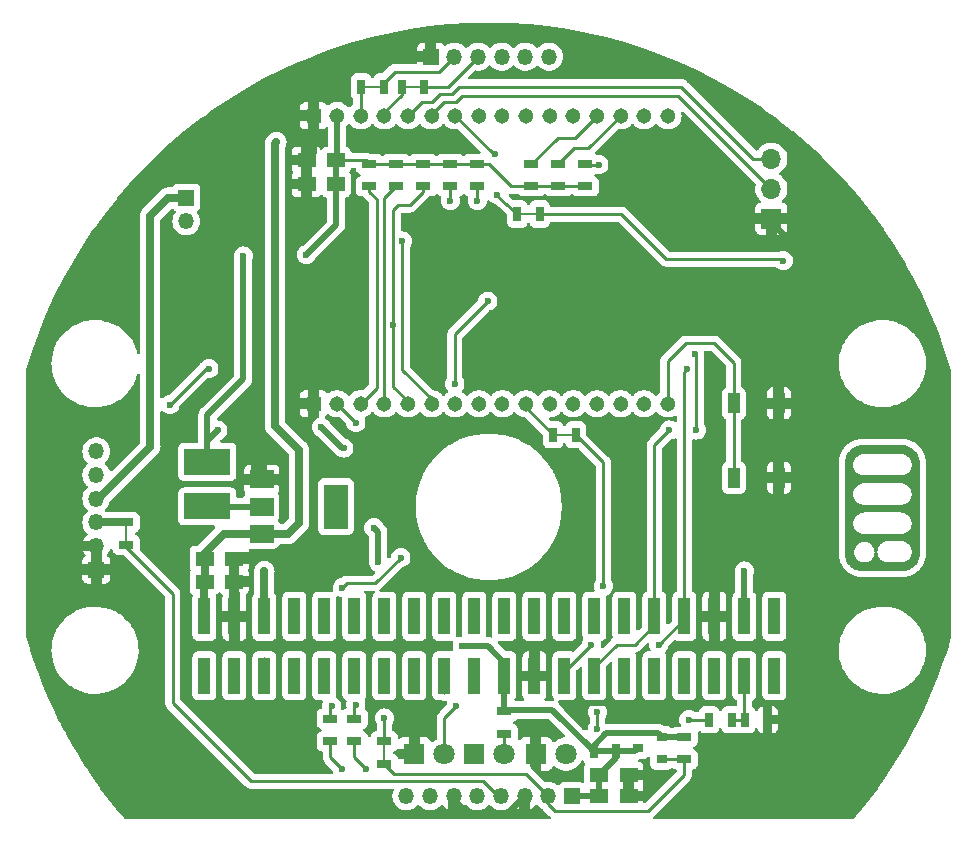
<source format=gtl>
%TF.GenerationSoftware,KiCad,Pcbnew,7.0.11-7.0.11~ubuntu20.04.1*%
%TF.CreationDate,2018-09-28T09:22:47+02:00*%
%TF.ProjectId,helmet__,68656c6d-6574-45f5-9f2e-6b696361645f,rev?*%
%TF.SameCoordinates,Original*%
%TF.FileFunction,Copper,L1,Top*%
%TF.FilePolarity,Positive*%
%FSLAX46Y46*%
G04 Gerber Fmt 4.6, Leading zero omitted, Abs format (unit mm)*
G04 Created by KiCad (PCBNEW 7.0.11-7.0.11~ubuntu20.04.1) date 2018-09-28 09:22:47*
%MOMM*%
%LPD*%
G01*
G04 APERTURE LIST*
%TA.AperFunction,SMDPad,CuDef*%
%ADD10R,1.500000X1.250000*%
%TD*%
%TA.AperFunction,ComponentPad*%
%ADD11R,1.800000X1.800000*%
%TD*%
%TA.AperFunction,ComponentPad*%
%ADD12C,1.800000*%
%TD*%
%TA.AperFunction,ComponentPad*%
%ADD13R,1.350000X1.350000*%
%TD*%
%TA.AperFunction,ComponentPad*%
%ADD14O,1.350000X1.350000*%
%TD*%
%TA.AperFunction,ComponentPad*%
%ADD15R,1.700000X1.700000*%
%TD*%
%TA.AperFunction,ComponentPad*%
%ADD16O,1.700000X1.700000*%
%TD*%
%TA.AperFunction,SMDPad,CuDef*%
%ADD17R,0.700000X1.300000*%
%TD*%
%TA.AperFunction,ConnectorPad*%
%ADD18R,1.524000X0.200000*%
%TD*%
%TA.AperFunction,SMDPad,CuDef*%
%ADD19R,1.300000X0.700000*%
%TD*%
%TA.AperFunction,ConnectorPad*%
%ADD20R,0.200000X1.524000*%
%TD*%
%TA.AperFunction,SMDPad,CuDef*%
%ADD21R,3.900000X2.200000*%
%TD*%
%TA.AperFunction,SMDPad,CuDef*%
%ADD22R,1.000000X1.700000*%
%TD*%
%TA.AperFunction,ComponentPad*%
%ADD23R,1.305560X1.305560*%
%TD*%
%TA.AperFunction,ComponentPad*%
%ADD24C,1.305560*%
%TD*%
%TA.AperFunction,SMDPad,CuDef*%
%ADD25R,2.000000X1.500000*%
%TD*%
%TA.AperFunction,SMDPad,CuDef*%
%ADD26R,2.000000X3.800000*%
%TD*%
%TA.AperFunction,SMDPad,CuDef*%
%ADD27R,1.000000X3.150000*%
%TD*%
%TA.AperFunction,ComponentPad*%
%ADD28C,0.600000*%
%TD*%
%TA.AperFunction,SMDPad,CuDef*%
%ADD29R,0.900000X0.800000*%
%TD*%
%TA.AperFunction,ViaPad*%
%ADD30C,0.600000*%
%TD*%
%TA.AperFunction,ViaPad*%
%ADD31C,0.700000*%
%TD*%
%TA.AperFunction,Conductor*%
%ADD32C,0.250000*%
%TD*%
%TA.AperFunction,Conductor*%
%ADD33C,0.500000*%
%TD*%
%TA.AperFunction,Conductor*%
%ADD34C,0.700000*%
%TD*%
G04 APERTURE END LIST*
%TA.AperFunction,EtchedComponent*%
%TO.C,svg2mod*%
G36*
X211592649Y-61726399D02*
G01*
X211697433Y-61737430D01*
X211799892Y-61755512D01*
X211899777Y-61780395D01*
X211996840Y-61811830D01*
X212090831Y-61849570D01*
X212181503Y-61893365D01*
X212268606Y-61942967D01*
X212351892Y-61998127D01*
X212431112Y-62058597D01*
X212506017Y-62124127D01*
X212576359Y-62194469D01*
X212641889Y-62269374D01*
X212702358Y-62348594D01*
X212757518Y-62431880D01*
X212807120Y-62518983D01*
X212850915Y-62609654D01*
X212888655Y-62703646D01*
X212920091Y-62800708D01*
X212944973Y-62900593D01*
X212963055Y-63003051D01*
X212974086Y-63107835D01*
X212977818Y-63214695D01*
X212977818Y-70897305D01*
X212974086Y-71004165D01*
X212963055Y-71108948D01*
X212944973Y-71211407D01*
X212920091Y-71311292D01*
X212888655Y-71408354D01*
X212850915Y-71502346D01*
X212807120Y-71593017D01*
X212757518Y-71680120D01*
X212702358Y-71763406D01*
X212641889Y-71842626D01*
X212576359Y-71917531D01*
X212506017Y-71987873D01*
X212431112Y-72053403D01*
X212351892Y-72113873D01*
X212268606Y-72169033D01*
X212181503Y-72218635D01*
X212090831Y-72262430D01*
X211996840Y-72300170D01*
X211899777Y-72331605D01*
X211799892Y-72356488D01*
X211697433Y-72374570D01*
X211592649Y-72385601D01*
X211485789Y-72389333D01*
X208122211Y-72389333D01*
X208015355Y-72385601D01*
X207910574Y-72374570D01*
X207808117Y-72356488D01*
X207708234Y-72331605D01*
X207611172Y-72300170D01*
X207517182Y-72262430D01*
X207426511Y-72218635D01*
X207339408Y-72169033D01*
X207256121Y-72113873D01*
X207176901Y-72053403D01*
X207101995Y-71987873D01*
X207031652Y-71917531D01*
X206966121Y-71842626D01*
X206905650Y-71763406D01*
X206850489Y-71680120D01*
X206800886Y-71593017D01*
X206757089Y-71502346D01*
X206719348Y-71408354D01*
X206687912Y-71311292D01*
X206663028Y-71211407D01*
X206644946Y-71108948D01*
X206633914Y-71004165D01*
X206630182Y-70897305D01*
X206630182Y-70778310D01*
X207405201Y-70778310D01*
X207410338Y-70873541D01*
X207425767Y-70967840D01*
X207451519Y-71060278D01*
X207487626Y-71149923D01*
X207534116Y-71235846D01*
X207591022Y-71317116D01*
X207658374Y-71392802D01*
X207734266Y-71460202D01*
X207815683Y-71517233D01*
X207901699Y-71563894D01*
X207991392Y-71600187D01*
X208083839Y-71626110D01*
X208178115Y-71641664D01*
X208273298Y-71646848D01*
X208368464Y-71641664D01*
X208462689Y-71626110D01*
X208555051Y-71600187D01*
X208644625Y-71563894D01*
X208730488Y-71517233D01*
X208811716Y-71460202D01*
X208887387Y-71392802D01*
X208955009Y-71317116D01*
X209012227Y-71235845D01*
X209059042Y-71149922D01*
X209095453Y-71060276D01*
X209121461Y-70967838D01*
X209137066Y-70873539D01*
X209142268Y-70778310D01*
X209140009Y-70736951D01*
X209390420Y-70736951D01*
X209395926Y-70836165D01*
X209412058Y-70932267D01*
X209438243Y-71024705D01*
X209473904Y-71112925D01*
X209518467Y-71196374D01*
X209571356Y-71274500D01*
X209631995Y-71346750D01*
X209699810Y-71412570D01*
X209774224Y-71471408D01*
X209854664Y-71522711D01*
X209940553Y-71565926D01*
X210031316Y-71600500D01*
X210126378Y-71625881D01*
X210225163Y-71641514D01*
X210327097Y-71646848D01*
X211348907Y-71646848D01*
X211450840Y-71641514D01*
X211549625Y-71625881D01*
X211644685Y-71600500D01*
X211735446Y-71565926D01*
X211821332Y-71522711D01*
X211901769Y-71471408D01*
X211976181Y-71412570D01*
X212043993Y-71346750D01*
X212104629Y-71274500D01*
X212157515Y-71196374D01*
X212202075Y-71112925D01*
X212237734Y-71024705D01*
X212263917Y-70932267D01*
X212280049Y-70836165D01*
X212285554Y-70736951D01*
X212280049Y-70637736D01*
X212263917Y-70541634D01*
X212237734Y-70449196D01*
X212202075Y-70360976D01*
X212157515Y-70277527D01*
X212104629Y-70199401D01*
X212043993Y-70127152D01*
X211976181Y-70061331D01*
X211901769Y-70002493D01*
X211821332Y-69951190D01*
X211735446Y-69907975D01*
X211644685Y-69873401D01*
X211549625Y-69848020D01*
X211450840Y-69832387D01*
X211348907Y-69827053D01*
X210327097Y-69827053D01*
X210225163Y-69832387D01*
X210126378Y-69848020D01*
X210031316Y-69873401D01*
X209940553Y-69907975D01*
X209854664Y-69951190D01*
X209774224Y-70002493D01*
X209699810Y-70061331D01*
X209631995Y-70127152D01*
X209571356Y-70199401D01*
X209518467Y-70277527D01*
X209473904Y-70360976D01*
X209438243Y-70449196D01*
X209412058Y-70541634D01*
X209395926Y-70637736D01*
X209390420Y-70736951D01*
X209140009Y-70736951D01*
X209137066Y-70683080D01*
X209121461Y-70588781D01*
X209095453Y-70496344D01*
X209059042Y-70406698D01*
X209012227Y-70320775D01*
X208955009Y-70239504D01*
X208887387Y-70163818D01*
X208811716Y-70096417D01*
X208730488Y-70039386D01*
X208644625Y-69992725D01*
X208555051Y-69956432D01*
X208462689Y-69930509D01*
X208368464Y-69914955D01*
X208273298Y-69909770D01*
X208178115Y-69914955D01*
X208083839Y-69930509D01*
X207991392Y-69956432D01*
X207901699Y-69992725D01*
X207815683Y-70039386D01*
X207734266Y-70096417D01*
X207658374Y-70163818D01*
X207591022Y-70239504D01*
X207534116Y-70320774D01*
X207487626Y-70406696D01*
X207451519Y-70496341D01*
X207425767Y-70588779D01*
X207410338Y-70683078D01*
X207405201Y-70778310D01*
X206630182Y-70778310D01*
X206630182Y-68338706D01*
X207322477Y-68338706D01*
X207327995Y-68437656D01*
X207344169Y-68533551D01*
X207370424Y-68625834D01*
X207406186Y-68713945D01*
X207450880Y-68797325D01*
X207503933Y-68875416D01*
X207564771Y-68947658D01*
X207632819Y-69013494D01*
X207707503Y-69072365D01*
X207788250Y-69123712D01*
X207874485Y-69166975D01*
X207965634Y-69201597D01*
X208061123Y-69227019D01*
X208160379Y-69242682D01*
X208262826Y-69248027D01*
X211345204Y-69248027D01*
X211447651Y-69242682D01*
X211546907Y-69227019D01*
X211642396Y-69201597D01*
X211733545Y-69166975D01*
X211819780Y-69123712D01*
X211900527Y-69072365D01*
X211975211Y-69013494D01*
X212043260Y-68947658D01*
X212104097Y-68875416D01*
X212157150Y-68797325D01*
X212201845Y-68713945D01*
X212237606Y-68625834D01*
X212263861Y-68533551D01*
X212280035Y-68437656D01*
X212285554Y-68338706D01*
X212280035Y-68239540D01*
X212263861Y-68143457D01*
X212237606Y-68051014D01*
X212201845Y-67962768D01*
X212157150Y-67879275D01*
X212104097Y-67801091D01*
X212043260Y-67728774D01*
X211975211Y-67662881D01*
X211900527Y-67603967D01*
X211819780Y-67552589D01*
X211733545Y-67509305D01*
X211642396Y-67474670D01*
X211546907Y-67449242D01*
X211447651Y-67433577D01*
X211345204Y-67428232D01*
X208262826Y-67428232D01*
X208160379Y-67433577D01*
X208061123Y-67449242D01*
X207965634Y-67474670D01*
X207874485Y-67509305D01*
X207788250Y-67552589D01*
X207707503Y-67603967D01*
X207632819Y-67662881D01*
X207564771Y-67728774D01*
X207503933Y-67801091D01*
X207450880Y-67879275D01*
X207406186Y-67962768D01*
X207370424Y-68051014D01*
X207344169Y-68143457D01*
X207327995Y-68239540D01*
X207322477Y-68338706D01*
X206630182Y-68338706D01*
X206630182Y-65857167D01*
X207322477Y-65857167D01*
X207327995Y-65956117D01*
X207344169Y-66052013D01*
X207370424Y-66144295D01*
X207406186Y-66232406D01*
X207450880Y-66315786D01*
X207503933Y-66393876D01*
X207564771Y-66466119D01*
X207632819Y-66531955D01*
X207707503Y-66590825D01*
X207788250Y-66642172D01*
X207874485Y-66685435D01*
X207965634Y-66720057D01*
X208061123Y-66745479D01*
X208160379Y-66761142D01*
X208262826Y-66766487D01*
X211345204Y-66766487D01*
X211447651Y-66761142D01*
X211546907Y-66745479D01*
X211642396Y-66720057D01*
X211733545Y-66685435D01*
X211819780Y-66642172D01*
X211900527Y-66590825D01*
X211975211Y-66531955D01*
X212043260Y-66466119D01*
X212104097Y-66393876D01*
X212157150Y-66315786D01*
X212201845Y-66232406D01*
X212237606Y-66144295D01*
X212263861Y-66052013D01*
X212280035Y-65956117D01*
X212285554Y-65857167D01*
X212280035Y-65758001D01*
X212263861Y-65661918D01*
X212237606Y-65569475D01*
X212201845Y-65481229D01*
X212157150Y-65397735D01*
X212104097Y-65319552D01*
X212043260Y-65247235D01*
X211975211Y-65181341D01*
X211900527Y-65122427D01*
X211819780Y-65071049D01*
X211733545Y-65027765D01*
X211642396Y-64993130D01*
X211546907Y-64967702D01*
X211447651Y-64952037D01*
X211345204Y-64946691D01*
X208262826Y-64946691D01*
X208160379Y-64952037D01*
X208061123Y-64967702D01*
X207965634Y-64993130D01*
X207874485Y-65027765D01*
X207788250Y-65071049D01*
X207707503Y-65122427D01*
X207632819Y-65181341D01*
X207564771Y-65247235D01*
X207503933Y-65319552D01*
X207450880Y-65397735D01*
X207406186Y-65481229D01*
X207370424Y-65569475D01*
X207344169Y-65661918D01*
X207327995Y-65758001D01*
X207322477Y-65857167D01*
X206630182Y-65857167D01*
X206630182Y-63375627D01*
X207322477Y-63375627D01*
X207327995Y-63474577D01*
X207344169Y-63570473D01*
X207370424Y-63662755D01*
X207406186Y-63750866D01*
X207450880Y-63834246D01*
X207503933Y-63912336D01*
X207564771Y-63984579D01*
X207632819Y-64050415D01*
X207707503Y-64109286D01*
X207788250Y-64160632D01*
X207874485Y-64203896D01*
X207965634Y-64238518D01*
X208061123Y-64263939D01*
X208160379Y-64279602D01*
X208262826Y-64284947D01*
X211345204Y-64284947D01*
X211447651Y-64279602D01*
X211546907Y-64263939D01*
X211642396Y-64238518D01*
X211733545Y-64203896D01*
X211819780Y-64160632D01*
X211900527Y-64109286D01*
X211975211Y-64050415D01*
X212043260Y-63984579D01*
X212104097Y-63912336D01*
X212157150Y-63834246D01*
X212201845Y-63750866D01*
X212237606Y-63662755D01*
X212263861Y-63570473D01*
X212280035Y-63474577D01*
X212285554Y-63375627D01*
X212280035Y-63276461D01*
X212263861Y-63180378D01*
X212237606Y-63087935D01*
X212201845Y-62999689D01*
X212157150Y-62916196D01*
X212104097Y-62838012D01*
X212043260Y-62765695D01*
X211975211Y-62699801D01*
X211900527Y-62640887D01*
X211819780Y-62589510D01*
X211733545Y-62546225D01*
X211642396Y-62511591D01*
X211546907Y-62486162D01*
X211447651Y-62470497D01*
X211345204Y-62465152D01*
X208262826Y-62465152D01*
X208160379Y-62470497D01*
X208061123Y-62486162D01*
X207965634Y-62511591D01*
X207874485Y-62546225D01*
X207788250Y-62589510D01*
X207707503Y-62640887D01*
X207632819Y-62699801D01*
X207564771Y-62765695D01*
X207503933Y-62838012D01*
X207450880Y-62916196D01*
X207406186Y-62999689D01*
X207370424Y-63087935D01*
X207344169Y-63180378D01*
X207327995Y-63276461D01*
X207322477Y-63375627D01*
X206630182Y-63375627D01*
X206630182Y-63214695D01*
X206633914Y-63107835D01*
X206644946Y-63003051D01*
X206663028Y-62900593D01*
X206687912Y-62800708D01*
X206719348Y-62703646D01*
X206757089Y-62609654D01*
X206800886Y-62518983D01*
X206850489Y-62431880D01*
X206905650Y-62348594D01*
X206966121Y-62269374D01*
X207031652Y-62194469D01*
X207101995Y-62124127D01*
X207176901Y-62058597D01*
X207256121Y-61998127D01*
X207339408Y-61942967D01*
X207426511Y-61893365D01*
X207517182Y-61849570D01*
X207611172Y-61811830D01*
X207708234Y-61780395D01*
X207808117Y-61755512D01*
X207910574Y-61737430D01*
X208015355Y-61726399D01*
X208122211Y-61722667D01*
X211485789Y-61722667D01*
X211592649Y-61726399D01*
G37*
%TD.AperFunction*%
%TD*%
D10*
%TO.P,C1,1*%
%TO.N,Net-(C1-Pad1)*%
X185821000Y-91440000D03*
%TO.P,C1,2*%
%TO.N,GNDD*%
X188321000Y-91440000D03*
%TD*%
%TO.P,C2,1*%
%TO.N,/3.3v*%
X163556000Y-39624000D03*
%TO.P,C2,2*%
%TO.N,GNDD*%
X161056000Y-39624000D03*
%TD*%
%TO.P,C3,1*%
%TO.N,Net-(C1-Pad1)*%
X185821000Y-89662000D03*
%TO.P,C3,2*%
%TO.N,GNDD*%
X188321000Y-89662000D03*
%TD*%
%TO.P,C4,1*%
%TO.N,/3.3v*%
X163556000Y-37592000D03*
%TO.P,C4,2*%
%TO.N,GNDD*%
X161056000Y-37592000D03*
%TD*%
%TO.P,C5,1*%
%TO.N,/5v*%
X152420000Y-73279000D03*
%TO.P,C5,2*%
%TO.N,GNDD*%
X154920000Y-73279000D03*
%TD*%
%TO.P,C6,1*%
%TO.N,/5v*%
X152420000Y-71374000D03*
%TO.P,C6,2*%
%TO.N,GNDD*%
X154920000Y-71374000D03*
%TD*%
D11*
%TO.P,D1,1*%
%TO.N,GNDD*%
X170180000Y-87884000D03*
D12*
%TO.P,D1,2*%
%TO.N,Net-(D1-Pad2)*%
X172720000Y-87884000D03*
%TD*%
D11*
%TO.P,D2,1*%
%TO.N,Net-(D2-Pad1)*%
X175260000Y-87884000D03*
D12*
%TO.P,D2,2*%
%TO.N,Net-(D2-Pad2)*%
X177800000Y-87884000D03*
%TD*%
D11*
%TO.P,D3,1*%
%TO.N,GNDD*%
X180467000Y-87884000D03*
D12*
%TO.P,D3,2*%
%TO.N,Net-(D3-Pad2)*%
X183007000Y-87884000D03*
%TD*%
D13*
%TO.P,J1,1*%
%TO.N,Net-(C1-Pad1)*%
X183515000Y-91440000D03*
D14*
%TO.P,J1,2*%
%TO.N,Net-(J1-Pad2)*%
X181515000Y-91440000D03*
%TO.P,J1,3*%
%TO.N,GNDD*%
X179515000Y-91440000D03*
%TO.P,J1,4*%
%TO.N,Net-(J1-Pad4)*%
X177515000Y-91440000D03*
%TO.P,J1,5*%
%TO.N,Net-(D2-Pad1)*%
X175515000Y-91440000D03*
%TO.P,J1,6*%
%TO.N,GNDD*%
X173515000Y-91440000D03*
%TO.P,J1,7*%
%TO.N,Net-(J1-Pad7)*%
X171515000Y-91440000D03*
%TO.P,J1,8*%
%TO.N,Net-(J1-Pad8)*%
X169515000Y-91440000D03*
%TD*%
D13*
%TO.P,J3,1*%
%TO.N,GNDD*%
X143256000Y-72263000D03*
D14*
%TO.P,J3,2*%
X143256000Y-70263000D03*
%TO.P,J3,3*%
%TO.N,Net-(J3-Pad3)*%
X143256000Y-68263000D03*
%TO.P,J3,4*%
X143256000Y-66263000D03*
%TO.P,J3,5*%
%TO.N,/L*%
X143256000Y-64263000D03*
%TO.P,J3,6*%
%TO.N,Net-(J3-Pad6)*%
X143256000Y-62263000D03*
%TD*%
D13*
%TO.P,J4,1*%
%TO.N,GNDD*%
X171577000Y-28829000D03*
D14*
%TO.P,J4,2*%
%TO.N,/D+*%
X173577000Y-28829000D03*
%TO.P,J4,3*%
%TO.N,/D-*%
X175577000Y-28829000D03*
%TO.P,J4,4*%
%TO.N,/5v*%
X177577000Y-28829000D03*
%TO.P,J4,5*%
%TO.N,/L*%
X179577000Y-28829000D03*
%TO.P,J4,6*%
%TO.N,Net-(J4-Pad6)*%
X181577000Y-28829000D03*
%TD*%
D13*
%TO.P,J5,1*%
%TO.N,Net-(J3-Pad3)*%
X150876000Y-40767000D03*
D14*
%TO.P,J5,2*%
%TO.N,/BATT*%
X150876000Y-42767000D03*
%TD*%
D15*
%TO.P,J7,1*%
%TO.N,GNDD*%
X200406000Y-42545000D03*
D16*
%TO.P,J7,2*%
%TO.N,Net-(J7-Pad2)*%
X200406000Y-40005000D03*
%TO.P,J7,3*%
%TO.N,Net-(J7-Pad3)*%
X200406000Y-37465000D03*
%TD*%
D17*
%TO.P,JP1,1*%
%TO.N,Net-(D1-Pad2)*%
X183830000Y-60833000D03*
D18*
X182880000Y-60833000D03*
D17*
%TO.P,JP1,2*%
%TO.N,Net-(JP1-Pad2)*%
X181930000Y-60833000D03*
%TD*%
D19*
%TO.P,JP3,1*%
%TO.N,Net-(JP3-Pad1)*%
X167640000Y-86807000D03*
D20*
X167640000Y-87757000D03*
D19*
%TO.P,JP3,2*%
%TO.N,Net-(J1-Pad2)*%
X167640000Y-88707000D03*
%TD*%
D17*
%TO.P,JP5,1*%
%TO.N,/D+*%
X167574000Y-31369000D03*
D18*
X166624000Y-31369000D03*
D17*
%TO.P,JP5,2*%
%TO.N,Net-(JP5-Pad2)*%
X165674000Y-31369000D03*
%TD*%
%TO.P,JP6,1*%
%TO.N,/D-*%
X171003000Y-31369000D03*
D18*
X170053000Y-31369000D03*
D17*
%TO.P,JP6,2*%
%TO.N,Net-(JP6-Pad2)*%
X169103000Y-31369000D03*
%TD*%
%TO.P,JP7,1*%
%TO.N,Net-(JP7-Pad1)*%
X178882000Y-42164000D03*
D18*
X179832000Y-42164000D03*
D17*
%TO.P,JP7,2*%
%TO.N,Net-(D3-Pad2)*%
X180782000Y-42164000D03*
%TD*%
D19*
%TO.P,JP8,1*%
%TO.N,Net-(J1-Pad4)*%
X145796000Y-70165000D03*
D20*
X145796000Y-69215000D03*
D19*
%TO.P,JP8,2*%
%TO.N,Net-(J3-Pad3)*%
X145796000Y-68265000D03*
%TD*%
D21*
%TO.P,L1,1*%
%TO.N,/3.3v*%
X152654000Y-63124000D03*
%TO.P,L1,2*%
%TO.N,Net-(L1-Pad2)*%
X152654000Y-66924000D03*
%TD*%
D19*
%TO.P,R1,1*%
%TO.N,Net-(R1-Pad1)*%
X166370000Y-39812000D03*
%TO.P,R1,2*%
%TO.N,/3.3v*%
X166370000Y-37912000D03*
%TD*%
%TO.P,R2,1*%
%TO.N,Net-(R2-Pad1)*%
X168656000Y-39812000D03*
%TO.P,R2,2*%
%TO.N,/3.3v*%
X168656000Y-37912000D03*
%TD*%
%TO.P,R3,1*%
%TO.N,Net-(R3-Pad1)*%
X170942000Y-39812000D03*
%TO.P,R3,2*%
%TO.N,/3.3v*%
X170942000Y-37912000D03*
%TD*%
%TO.P,R4,1*%
%TO.N,Net-(R4-Pad1)*%
X173228000Y-39812000D03*
%TO.P,R4,2*%
%TO.N,/3.3v*%
X173228000Y-37912000D03*
%TD*%
%TO.P,R5,1*%
%TO.N,Net-(R5-Pad1)*%
X175514000Y-39812000D03*
%TO.P,R5,2*%
%TO.N,/3.3v*%
X175514000Y-37912000D03*
%TD*%
%TO.P,R6,1*%
%TO.N,Net-(R6-Pad1)*%
X184658000Y-37912000D03*
%TO.P,R6,2*%
%TO.N,/3.3v*%
X184658000Y-39812000D03*
%TD*%
%TO.P,R7,1*%
%TO.N,Net-(R7-Pad1)*%
X182372000Y-37912000D03*
%TO.P,R7,2*%
%TO.N,/3.3v*%
X182372000Y-39812000D03*
%TD*%
%TO.P,R8,1*%
%TO.N,Net-(R8-Pad1)*%
X180086000Y-37912000D03*
%TO.P,R8,2*%
%TO.N,/3.3v*%
X180086000Y-39812000D03*
%TD*%
%TO.P,R9,1*%
%TO.N,Net-(J1-Pad8)*%
X163068000Y-86802000D03*
%TO.P,R9,2*%
%TO.N,Net-(R9-Pad2)*%
X163068000Y-84902000D03*
%TD*%
%TO.P,R10,1*%
%TO.N,Net-(J1-Pad7)*%
X165100000Y-86802000D03*
%TO.P,R10,2*%
%TO.N,Net-(R10-Pad2)*%
X165100000Y-84902000D03*
%TD*%
D17*
%TO.P,R11,1*%
%TO.N,/A2*%
X197038000Y-84963000D03*
%TO.P,R11,2*%
%TO.N,/BATT*%
X195138000Y-84963000D03*
%TD*%
%TO.P,R12,1*%
%TO.N,GNDD*%
X200086000Y-84963000D03*
%TO.P,R12,2*%
%TO.N,/A2*%
X198186000Y-84963000D03*
%TD*%
D22*
%TO.P,SW9,1*%
%TO.N,GNDD*%
X201036000Y-58191000D03*
X201036000Y-64491000D03*
%TO.P,SW9,2*%
%TO.N,Net-(SW9-Pad2)*%
X197236000Y-58191000D03*
X197236000Y-64491000D03*
%TD*%
D23*
%TO.P,U1,A1*%
%TO.N,GNDD*%
X161643060Y-58226960D03*
D24*
%TO.P,U1,A2*%
%TO.N,Net-(JP3-Pad1)*%
X163642040Y-58226960D03*
%TO.P,U1,A3*%
%TO.N,Net-(R1-Pad1)*%
X165641020Y-58226960D03*
%TO.P,U1,A4*%
%TO.N,Net-(R2-Pad1)*%
X167642540Y-58226960D03*
%TO.P,U1,A5*%
%TO.N,Net-(R3-Pad1)*%
X169641520Y-58226960D03*
%TO.P,U1,A6*%
%TO.N,Net-(R4-Pad1)*%
X171643040Y-58226960D03*
%TO.P,U1,A7*%
%TO.N,Net-(R5-Pad1)*%
X173642020Y-58226960D03*
%TO.P,U1,A8*%
%TO.N,Net-(R10-Pad2)*%
X175641000Y-58226960D03*
%TO.P,U1,A9*%
%TO.N,Net-(R9-Pad2)*%
X177639980Y-58226960D03*
%TO.P,U1,A10*%
%TO.N,Net-(JP1-Pad2)*%
X179638960Y-58226960D03*
%TO.P,U1,A11*%
%TO.N,Net-(U1-PadA11)*%
X181640480Y-58226960D03*
%TO.P,U1,A12*%
%TO.N,Net-(U1-PadA12)*%
X183639460Y-58226960D03*
%TO.P,U1,A13*%
%TO.N,Net-(U1-PadA13)*%
X185640980Y-58226960D03*
%TO.P,U1,A14*%
%TO.N,Net-(U1-PadA14)*%
X187639960Y-58226960D03*
%TO.P,U1,A15*%
%TO.N,Net-(R6-Pad1)*%
X189638940Y-58226960D03*
%TO.P,U1,A16*%
%TO.N,Net-(SW9-Pad2)*%
X191640460Y-58226960D03*
D23*
%TO.P,U1,B1*%
%TO.N,GNDD*%
X161643060Y-33830260D03*
D24*
%TO.P,U1,B2*%
%TO.N,/3.3v*%
X163642040Y-33830260D03*
%TO.P,U1,B3*%
%TO.N,Net-(JP5-Pad2)*%
X165641020Y-33830260D03*
%TO.P,U1,B4*%
%TO.N,Net-(JP6-Pad2)*%
X167642540Y-33830260D03*
%TO.P,U1,B5*%
%TO.N,Net-(J7-Pad3)*%
X169641520Y-33830260D03*
%TO.P,U1,B6*%
%TO.N,Net-(J7-Pad2)*%
X171643040Y-33830260D03*
%TO.P,U1,B7*%
%TO.N,Net-(JP7-Pad1)*%
X173642020Y-33830260D03*
%TO.P,U1,B8*%
%TO.N,Net-(U1-PadB8)*%
X175641000Y-33830260D03*
%TO.P,U1,B9*%
%TO.N,Net-(U1-PadB9)*%
X177639980Y-33830260D03*
%TO.P,U1,B10*%
%TO.N,Net-(U1-PadB10)*%
X179638960Y-33830260D03*
%TO.P,U1,B11*%
%TO.N,Net-(U1-PadB11)*%
X181640480Y-33830260D03*
%TO.P,U1,B12*%
%TO.N,Net-(U1-PadB12)*%
X183639460Y-33830260D03*
%TO.P,U1,B13*%
%TO.N,Net-(R8-Pad1)*%
X185640980Y-33830260D03*
%TO.P,U1,B14*%
%TO.N,Net-(R7-Pad1)*%
X187639960Y-33830260D03*
%TO.P,U1,B15*%
%TO.N,/SCL*%
X189638940Y-33830260D03*
%TO.P,U1,B16*%
%TO.N,/SDA*%
X191640460Y-33830260D03*
%TD*%
D25*
%TO.P,U2,1*%
%TO.N,GNDD*%
X157251000Y-64629000D03*
%TO.P,U2,2*%
%TO.N,Net-(L1-Pad2)*%
X157251000Y-66929000D03*
%TO.P,U2,3*%
%TO.N,/5v*%
X157251000Y-69229000D03*
D26*
%TO.P,U2,4*%
%TO.N,N/C*%
X163551000Y-66929000D03*
%TD*%
D27*
%TO.P,J2,1*%
%TO.N,Net-(J2-Pad1)*%
X200660000Y-76215000D03*
%TO.P,J2,2*%
%TO.N,Net-(J2-Pad2)*%
X200660000Y-81265000D03*
%TO.P,J2,3*%
%TO.N,/3.3v*%
X198120000Y-76215000D03*
%TO.P,J2,4*%
%TO.N,/A2*%
X198120000Y-81265000D03*
%TO.P,J2,5*%
%TO.N,GNDD*%
X195580000Y-76215000D03*
%TO.P,J2,6*%
%TO.N,Net-(J2-Pad6)*%
X195580000Y-81265000D03*
%TO.P,J2,7*%
%TO.N,/SCL*%
X193040000Y-76215000D03*
%TO.P,J2,8*%
%TO.N,Net-(J2-Pad8)*%
X193040000Y-81265000D03*
%TO.P,J2,9*%
%TO.N,/SDA*%
X190500000Y-76215000D03*
%TO.P,J2,10*%
%TO.N,Net-(J2-Pad10)*%
X190500000Y-81265000D03*
%TO.P,J2,11*%
%TO.N,Net-(J2-Pad11)*%
X187960000Y-76215000D03*
%TO.P,J2,12*%
%TO.N,Net-(J2-Pad12)*%
X187960000Y-81265000D03*
%TO.P,J2,13*%
%TO.N,Net-(J2-Pad13)*%
X185420000Y-76215000D03*
%TO.P,J2,14*%
%TO.N,/SDA*%
X185420000Y-81265000D03*
%TO.P,J2,15*%
%TO.N,Net-(J2-Pad15)*%
X182880000Y-76215000D03*
%TO.P,J2,16*%
%TO.N,/SCL*%
X182880000Y-81265000D03*
%TO.P,J2,17*%
%TO.N,Net-(J2-Pad17)*%
X180340000Y-76215000D03*
%TO.P,J2,18*%
%TO.N,GNDD*%
X180340000Y-81265000D03*
%TO.P,J2,19*%
%TO.N,Net-(J2-Pad19)*%
X177800000Y-76215000D03*
%TO.P,J2,20*%
%TO.N,/3.3v*%
X177800000Y-81265000D03*
%TO.P,J2,21*%
%TO.N,Net-(J2-Pad21)*%
X175260000Y-76215000D03*
%TO.P,J2,22*%
%TO.N,Net-(J2-Pad22)*%
X175260000Y-81265000D03*
%TO.P,J2,23*%
%TO.N,Net-(J2-Pad23)*%
X172720000Y-76215000D03*
%TO.P,J2,24*%
%TO.N,Net-(J2-Pad24)*%
X172720000Y-81265000D03*
%TO.P,J2,25*%
%TO.N,Net-(J2-Pad25)*%
X170180000Y-76215000D03*
%TO.P,J2,26*%
%TO.N,Net-(J2-Pad26)*%
X170180000Y-81265000D03*
%TO.P,J2,27*%
%TO.N,Net-(J2-Pad27)*%
X167640000Y-76215000D03*
%TO.P,J2,28*%
%TO.N,Net-(J2-Pad28)*%
X167640000Y-81265000D03*
%TO.P,J2,29*%
%TO.N,Net-(J2-Pad29)*%
X165100000Y-76215000D03*
%TO.P,J2,30*%
%TO.N,Net-(J2-Pad30)*%
X165100000Y-81265000D03*
%TO.P,J2,31*%
%TO.N,Net-(J2-Pad31)*%
X162560000Y-76215000D03*
%TO.P,J2,32*%
%TO.N,Net-(J2-Pad32)*%
X162560000Y-81265000D03*
%TO.P,J2,33*%
%TO.N,Net-(J2-Pad33)*%
X160020000Y-76215000D03*
%TO.P,J2,34*%
%TO.N,Net-(J2-Pad34)*%
X160020000Y-81265000D03*
%TO.P,J2,35*%
%TO.N,/BATT*%
X157480000Y-76215000D03*
%TO.P,J2,36*%
%TO.N,Net-(J2-Pad36)*%
X157480000Y-81265000D03*
%TO.P,J2,37*%
%TO.N,GNDD*%
X154940000Y-76215000D03*
%TO.P,J2,38*%
%TO.N,Net-(J2-Pad38)*%
X154940000Y-81265000D03*
%TO.P,J2,39*%
%TO.N,/5v*%
X152400000Y-76215000D03*
%TO.P,J2,40*%
%TO.N,Net-(J2-Pad40)*%
X152400000Y-81265000D03*
%TD*%
D17*
%TO.P,JP4,1*%
%TO.N,Net-(C1-Pad1)*%
X187259000Y-87630000D03*
D18*
X186309000Y-87630000D03*
D17*
%TO.P,JP4,2*%
%TO.N,/3.3v*%
X185359000Y-87630000D03*
%TD*%
D28*
%TO.P,REF\u002A\u002A,1*%
%TO.N,GNDD*%
X144018000Y-48514000D03*
%TD*%
D19*
%TO.P,R13,1*%
%TO.N,Net-(D2-Pad2)*%
X177800000Y-86167000D03*
%TO.P,R13,2*%
%TO.N,/3.3v*%
X177800000Y-84267000D03*
%TD*%
D29*
%TO.P,Q1,1*%
%TO.N,Net-(J1-Pad2)*%
X191119000Y-88326000D03*
%TO.P,Q1,2*%
%TO.N,/3.3v*%
X191119000Y-86426000D03*
%TO.P,Q1,3*%
%TO.N,Net-(C1-Pad1)*%
X189119000Y-87376000D03*
%TD*%
D19*
%TO.P,R14,1*%
%TO.N,/3.3v*%
X193040000Y-86426000D03*
%TO.P,R14,2*%
%TO.N,Net-(J1-Pad2)*%
X193040000Y-88326000D03*
%TD*%
D28*
%TO.P,REF\u002A\u002A,1*%
%TO.N,GNDD*%
X203962000Y-82169000D03*
%TD*%
%TO.P,REF\u002A\u002A,1*%
%TO.N,GNDD*%
X203835000Y-77089000D03*
%TD*%
%TO.P,REF\u002A\u002A,1*%
%TO.N,GNDD*%
X144907000Y-45847000D03*
%TD*%
%TO.P,REF\u002A\u002A,1*%
%TO.N,GNDD*%
X155448000Y-42799000D03*
%TD*%
%TO.P,REF\u002A\u002A,1*%
%TO.N,GNDD*%
X155448000Y-40386000D03*
%TD*%
%TO.P,REF\u002A\u002A,1*%
%TO.N,GNDD*%
X160909000Y-48514000D03*
%TD*%
%TO.P,REF\u002A\u002A,1*%
%TO.N,GNDD*%
X163195000Y-48514000D03*
%TD*%
%TO.P,REF\u002A\u002A,1*%
%TO.N,GNDD*%
X164719000Y-55499000D03*
%TD*%
%TO.P,REF\u002A\u002A,1*%
%TO.N,GNDD*%
X164719000Y-53594000D03*
%TD*%
%TO.P,REF\u002A\u002A,1*%
%TO.N,GNDD*%
X171450000Y-54356000D03*
%TD*%
%TO.P,REF\u002A\u002A,1*%
%TO.N,GNDD*%
X171450000Y-51562000D03*
%TD*%
%TO.P,REF\u002A\u002A,1*%
%TO.N,GNDD*%
X184404000Y-64516000D03*
%TD*%
%TO.P,REF\u002A\u002A,1*%
%TO.N,GNDD*%
X184404000Y-69342000D03*
%TD*%
%TO.P,REF\u002A\u002A,1*%
%TO.N,GNDD*%
X205232000Y-84963000D03*
%TD*%
%TO.P,REF\u002A\u002A,1*%
%TO.N,GNDD*%
X207899000Y-84963000D03*
%TD*%
%TO.P,REF\u002A\u002A,1*%
%TO.N,GNDD*%
X207772000Y-87376000D03*
%TD*%
%TO.P,REF\u002A\u002A,1*%
%TO.N,GNDD*%
X158369000Y-86995000D03*
%TD*%
%TO.P,REF\u002A\u002A,1*%
%TO.N,GNDD*%
X156337000Y-84963000D03*
%TD*%
%TO.P,REF\u002A\u002A,1*%
%TO.N,GNDD*%
X145034000Y-87122000D03*
%TD*%
%TO.P,REF\u002A\u002A,1*%
%TO.N,GNDD*%
X196977000Y-48768000D03*
%TD*%
%TO.P,REF\u002A\u002A,1*%
%TO.N,GNDD*%
X199517000Y-48768000D03*
%TD*%
%TO.P,REF\u002A\u002A,1*%
%TO.N,GNDD*%
X199517000Y-53721000D03*
%TD*%
%TO.P,REF\u002A\u002A,1*%
%TO.N,GNDD*%
X182245000Y-85979000D03*
%TD*%
%TO.P,REF\u002A\u002A,1*%
%TO.N,GNDD*%
X171704000Y-85852000D03*
%TD*%
D30*
%TO.N,GNDD*%
X196469000Y-87630000D03*
X201676000Y-87503000D03*
X201041000Y-55626000D03*
X140335000Y-72136000D03*
X195453000Y-70485000D03*
X165481000Y-28829000D03*
X204851000Y-87503000D03*
X153797000Y-89916000D03*
X171450000Y-78740000D03*
X148209000Y-80772000D03*
X207518000Y-90297000D03*
X188214000Y-67818000D03*
X208280000Y-48641000D03*
X164290000Y-70210000D03*
X180594000Y-54483000D03*
X204724000Y-90297000D03*
X205740000Y-50800000D03*
X145796000Y-73787000D03*
X195580000Y-78613000D03*
X159385000Y-71882000D03*
X191643000Y-69977000D03*
X191770000Y-63119000D03*
X201168000Y-66167000D03*
X185801000Y-51562000D03*
X189738000Y-89535000D03*
X163449000Y-71120000D03*
X156591000Y-58166000D03*
X183134000Y-83947000D03*
X188214000Y-63119000D03*
X204216000Y-42164000D03*
X148082000Y-90170000D03*
X185801000Y-54229000D03*
X147701000Y-75311000D03*
X140335000Y-60706000D03*
X161643060Y-35814000D03*
X163576000Y-63881000D03*
X191770000Y-65532000D03*
X151003000Y-90043000D03*
X184658000Y-85598000D03*
X155575000Y-78740000D03*
X140335000Y-64008000D03*
X168910000Y-78740000D03*
X170688000Y-36068000D03*
X180721000Y-51562000D03*
X161036000Y-42418000D03*
X159131000Y-65278000D03*
X190500000Y-53594000D03*
X190627000Y-90551000D03*
X165608000Y-35814000D03*
X205994000Y-44323000D03*
X199136000Y-87630000D03*
X167894000Y-35941000D03*
X161036000Y-73533000D03*
X161290000Y-78740000D03*
X201676000Y-84963000D03*
X140335000Y-69977000D03*
X152273000Y-69342000D03*
X148209000Y-77597000D03*
X191770000Y-67818000D03*
X177546000Y-48514000D03*
X181483000Y-78867000D03*
X175387000Y-48387000D03*
X205994000Y-46228000D03*
X140335000Y-66929000D03*
X197485000Y-70485000D03*
X196469000Y-90424000D03*
X190500000Y-83947000D03*
X183134000Y-51562000D03*
X148082000Y-87122000D03*
X177419000Y-54229000D03*
X205867000Y-48641000D03*
X183261000Y-54356000D03*
X166370000Y-78740000D03*
X199263000Y-90297000D03*
X188087000Y-65405000D03*
X147955000Y-69850000D03*
X194564000Y-90551000D03*
X145161000Y-59944000D03*
X201676000Y-90297000D03*
X148082000Y-83566000D03*
D31*
%TO.N,/5v*%
X158496000Y-36068000D03*
D30*
%TO.N,Net-(D1-Pad2)*%
X186182000Y-73660000D03*
X173736000Y-83820000D03*
%TO.N,Net-(D3-Pad2)*%
X185674000Y-85725000D03*
X183007000Y-87884000D03*
X201422000Y-46101000D03*
X185674000Y-84328000D03*
%TO.N,Net-(J1-Pad7)*%
X166116000Y-89154000D03*
%TO.N,Net-(J1-Pad8)*%
X164084000Y-89154000D03*
%TO.N,/L*%
X152781000Y-55245000D03*
X149479000Y-58293000D03*
%TO.N,/BATT*%
X193421000Y-84963000D03*
D31*
X157480000Y-72390000D03*
D30*
%TO.N,/SCL*%
X193294000Y-55245000D03*
X190881000Y-78613000D03*
X185166000Y-78613000D03*
%TO.N,/SDA*%
X191770000Y-60452000D03*
X193929000Y-53975000D03*
X194056000Y-60452000D03*
%TO.N,Net-(JP3-Pad1)*%
X167640000Y-84836000D03*
X165227000Y-59817000D03*
%TO.N,Net-(JP7-Pad1)*%
X177165000Y-40513000D03*
X177038000Y-37084000D03*
%TO.N,Net-(R3-Pad1)*%
X168402000Y-51562000D03*
%TO.N,Net-(R4-Pad1)*%
X173228000Y-41021000D03*
X169164000Y-44450000D03*
%TO.N,Net-(R5-Pad1)*%
X173609000Y-56515000D03*
X176403000Y-49530000D03*
X175514000Y-41021000D03*
%TO.N,Net-(R6-Pad1)*%
X185801000Y-37973000D03*
%TO.N,Net-(R9-Pad2)*%
X164084000Y-73787000D03*
X163195000Y-83820000D03*
X169037000Y-71247000D03*
%TO.N,Net-(R10-Pad2)*%
X165227000Y-83693000D03*
%TO.N,/3.3v*%
X161036000Y-45593000D03*
X164211000Y-61976000D03*
X153543000Y-60452000D03*
X198120000Y-72390000D03*
X162306000Y-60198000D03*
X166751000Y-68707000D03*
X167132000Y-71628000D03*
X174244000Y-78740000D03*
X155702000Y-45720000D03*
%TD*%
D32*
%TO.N,Net-(C1-Pad1)*%
X185735000Y-91526000D02*
X185821000Y-91440000D01*
D33*
X187259000Y-88224000D02*
X185821000Y-89662000D01*
X188865000Y-87630000D02*
X187259000Y-87630000D01*
X186309000Y-87630000D02*
X187259000Y-87630000D01*
X185821000Y-89662000D02*
X185821000Y-91440000D01*
X185821000Y-91440000D02*
X183515000Y-91440000D01*
X189119000Y-87376000D02*
X188865000Y-87630000D01*
%TO.N,GNDD*%
X161643060Y-37004940D02*
X161643060Y-35814000D01*
X173515000Y-91727000D02*
X174625000Y-92837000D01*
X174625000Y-92837000D02*
X178118000Y-92837000D01*
X178118000Y-92837000D02*
X179515000Y-91440000D01*
D32*
X189738000Y-89535000D02*
X189845000Y-89428000D01*
X188341000Y-89662000D02*
X188321000Y-89662000D01*
X195600000Y-76195000D02*
X195580000Y-76215000D01*
X175387000Y-48387000D02*
X175514000Y-48514000D01*
D33*
X175514000Y-48514000D02*
X177546000Y-48514000D01*
D32*
X155326000Y-73685000D02*
X154920000Y-73279000D01*
X154940000Y-73299000D02*
X154920000Y-73279000D01*
D33*
X161643060Y-32412940D02*
X165227000Y-28829000D01*
X165227000Y-28829000D02*
X171577000Y-28829000D01*
X161036000Y-39644000D02*
X161036000Y-42418000D01*
X147955000Y-69850000D02*
X148463000Y-69342000D01*
X148463000Y-69342000D02*
X152273000Y-69342000D01*
D32*
X155067000Y-71374000D02*
X155448000Y-70993000D01*
D33*
X155448000Y-70993000D02*
X158496000Y-70993000D01*
X158496000Y-70993000D02*
X159385000Y-71882000D01*
X158482000Y-64629000D02*
X159131000Y-65278000D01*
X156591000Y-63969000D02*
X156591000Y-58166000D01*
D32*
X195580000Y-70612000D02*
X195453000Y-70485000D01*
D33*
X201676000Y-84963000D02*
X200086000Y-84963000D01*
X189484000Y-89662000D02*
X189738000Y-89535000D01*
X190500000Y-83947000D02*
X190119000Y-83566000D01*
X190119000Y-83566000D02*
X183134000Y-83566000D01*
X183134000Y-83566000D02*
X183134000Y-83947000D01*
D32*
X201036000Y-55631000D02*
X201041000Y-55626000D01*
D33*
X200406000Y-42799000D02*
X202946000Y-45339000D01*
X202946000Y-45339000D02*
X202946000Y-48641000D01*
X202946000Y-48641000D02*
X201041000Y-50546000D01*
X201041000Y-50546000D02*
X201041000Y-55626000D01*
X190500000Y-53594000D02*
X190119000Y-53213000D01*
X190119000Y-53213000D02*
X187452000Y-53213000D01*
X187452000Y-53213000D02*
X185801000Y-51562000D01*
D32*
X163449000Y-71120000D02*
X163551000Y-71018000D01*
X161290000Y-78740000D02*
X155575000Y-78740000D01*
D33*
X181483000Y-78867000D02*
X180340000Y-78867000D01*
X180340000Y-78867000D02*
X180340000Y-81265000D01*
X191643000Y-69977000D02*
X191770000Y-69850000D01*
X191770000Y-69850000D02*
X191770000Y-67818000D01*
X191770000Y-65532000D02*
X191770000Y-63119000D01*
X188214000Y-63119000D02*
X188087000Y-63246000D01*
X188087000Y-63246000D02*
X188087000Y-65405000D01*
X188214000Y-67818000D02*
X188341000Y-67945000D01*
X188341000Y-67945000D02*
X188341000Y-70358000D01*
X161643060Y-35814000D02*
X161643060Y-33830260D01*
X165608000Y-35814000D02*
X165735000Y-35941000D01*
X165735000Y-35941000D02*
X167894000Y-35941000D01*
X173228000Y-36068000D02*
X170688000Y-36068000D01*
X168910000Y-78740000D02*
X171450000Y-78740000D01*
X201036000Y-66035000D02*
X201168000Y-66167000D01*
X185801000Y-54229000D02*
X185674000Y-54356000D01*
X185674000Y-54356000D02*
X183261000Y-54356000D01*
X183134000Y-51562000D02*
X180721000Y-51562000D01*
X180594000Y-54483000D02*
X180340000Y-54229000D01*
X180340000Y-54229000D02*
X177419000Y-54229000D01*
X204216000Y-42164000D02*
X205994000Y-43942000D01*
X205994000Y-43942000D02*
X205994000Y-44323000D01*
X205994000Y-46228000D02*
X205867000Y-46355000D01*
X205867000Y-46355000D02*
X205867000Y-48641000D01*
X205740000Y-50800000D02*
X207899000Y-48641000D01*
X207899000Y-48641000D02*
X208280000Y-48641000D01*
X201676000Y-90297000D02*
X199263000Y-90297000D01*
X199136000Y-87630000D02*
X196469000Y-87630000D01*
X145796000Y-73787000D02*
X146177000Y-75057000D01*
X146177000Y-75057000D02*
X147701000Y-75311000D01*
X148209000Y-77597000D02*
X148209000Y-80772000D01*
X148082000Y-83566000D02*
X148082000Y-87122000D01*
X148082000Y-90170000D02*
X148209000Y-90043000D01*
X148209000Y-90043000D02*
X151003000Y-90043000D01*
X153797000Y-89916000D02*
X151003000Y-87122000D01*
X151003000Y-87122000D02*
X150876000Y-87122000D01*
X140335000Y-72136000D02*
X140335000Y-69977000D01*
X140335000Y-66929000D02*
X140335000Y-64008000D01*
X140335000Y-60706000D02*
X141224000Y-59817000D01*
X141224000Y-59817000D02*
X145161000Y-59944000D01*
X204851000Y-87503000D02*
X204724000Y-87630000D01*
X204724000Y-87630000D02*
X204724000Y-90297000D01*
X207518000Y-90297000D02*
X207645000Y-90170000D01*
X207645000Y-90170000D02*
X207645000Y-87249000D01*
X183134000Y-84074000D02*
X183134000Y-83947000D01*
X194564000Y-90551000D02*
X195580000Y-90424000D01*
X195580000Y-90424000D02*
X196469000Y-90424000D01*
X195580000Y-76215000D02*
X195580000Y-78613000D01*
X161643060Y-33830260D02*
X161643060Y-32412940D01*
D32*
X161056000Y-39624000D02*
X161036000Y-39644000D01*
D33*
X195580000Y-76215000D02*
X195580000Y-70612000D01*
D32*
X173515000Y-91440000D02*
X173515000Y-91727000D01*
D33*
X159385000Y-71882000D02*
X161036000Y-73533000D01*
D32*
X179515000Y-91440000D02*
X179515000Y-91504000D01*
D33*
X201036000Y-64491000D02*
X201036000Y-58191000D01*
D32*
X154920000Y-71374000D02*
X154920000Y-71394000D01*
X165354000Y-28956000D02*
X165481000Y-28829000D01*
X154920000Y-73279000D02*
X154920000Y-71374000D01*
X154940000Y-76215000D02*
X154940000Y-73299000D01*
D33*
X195453000Y-70485000D02*
X197485000Y-70485000D01*
X163449000Y-71120000D02*
X163576000Y-71120000D01*
D32*
X200406000Y-42545000D02*
X200406000Y-42799000D01*
D33*
X189738000Y-89535000D02*
X190627000Y-90551000D01*
X161290000Y-78740000D02*
X166370000Y-78740000D01*
X161056000Y-39624000D02*
X161056000Y-37592000D01*
D32*
X183134000Y-83947000D02*
X183388000Y-83947000D01*
D33*
X201676000Y-84963000D02*
X201676000Y-87503000D01*
D32*
X154920000Y-71374000D02*
X155067000Y-71374000D01*
D33*
X188321000Y-89662000D02*
X189484000Y-89662000D01*
X184658000Y-85598000D02*
X183134000Y-84074000D01*
X201036000Y-64491000D02*
X201036000Y-66035000D01*
D32*
X173515000Y-91440000D02*
X173515000Y-91219000D01*
D33*
X157251000Y-64629000D02*
X158482000Y-64629000D01*
X188321000Y-89662000D02*
X188321000Y-91440000D01*
X201036000Y-58191000D02*
X201036000Y-55631000D01*
D32*
X161056000Y-37592000D02*
X161643060Y-37004940D01*
X157251000Y-64629000D02*
X156591000Y-63969000D01*
%TO.N,/5v*%
X152400000Y-73259000D02*
X152420000Y-73279000D01*
X157861000Y-69176000D02*
X157494000Y-68809000D01*
D34*
X158496000Y-36068000D02*
X158369000Y-36195000D01*
X158369000Y-36195000D02*
X158369000Y-58293000D01*
X160401000Y-62103000D02*
X160401000Y-68326000D01*
X160401000Y-68326000D02*
X159498000Y-69229000D01*
X157251000Y-69229000D02*
X159498000Y-69229000D01*
X158369000Y-60071000D02*
X160401000Y-62103000D01*
X152420000Y-70846000D02*
X154037000Y-69229000D01*
X154037000Y-69229000D02*
X157251000Y-69229000D01*
X152400000Y-73299000D02*
X152420000Y-73279000D01*
X152420000Y-71374000D02*
X152420000Y-70846000D01*
X152400000Y-76215000D02*
X152400000Y-73299000D01*
X158369000Y-58293000D02*
X158369000Y-60071000D01*
X152420000Y-73279000D02*
X152420000Y-71374000D01*
D32*
%TO.N,Net-(D1-Pad2)*%
X172720000Y-84836000D02*
X173736000Y-83820000D01*
X186182000Y-63185000D02*
X186182000Y-73660000D01*
X183830000Y-60833000D02*
X186182000Y-63185000D01*
X172720000Y-87884000D02*
X172720000Y-84836000D01*
%TO.N,Net-(D2-Pad1)*%
X175515000Y-88139000D02*
X175260000Y-87884000D01*
%TO.N,Net-(D2-Pad2)*%
X177993000Y-86233000D02*
X177800000Y-86040000D01*
X177800000Y-86040000D02*
X177800000Y-87884000D01*
%TO.N,Net-(D3-Pad2)*%
X201422000Y-46101000D02*
X201295000Y-45974000D01*
X201295000Y-45974000D02*
X191516000Y-45974000D01*
X191516000Y-45974000D02*
X187706000Y-42164000D01*
X187706000Y-42164000D02*
X180782000Y-42164000D01*
X185674000Y-85725000D02*
X185674000Y-84328000D01*
%TO.N,Net-(J1-Pad2)*%
X168468000Y-89535000D02*
X179610000Y-89535000D01*
X179610000Y-89535000D02*
X181515000Y-91440000D01*
X181515000Y-92107000D02*
X182118000Y-92710000D01*
X189992000Y-92710000D02*
X193040000Y-89662000D01*
X193040000Y-89662000D02*
X193040000Y-88326000D01*
X181515000Y-91440000D02*
X181515000Y-92107000D01*
X167640000Y-88707000D02*
X168468000Y-89535000D01*
X182118000Y-92710000D02*
X189992000Y-92710000D01*
X191119000Y-88326000D02*
X193040000Y-88326000D01*
%TO.N,Net-(J1-Pad4)*%
X177292000Y-91440000D02*
X176022000Y-90170000D01*
X149733000Y-74295000D02*
X145796000Y-70358000D01*
X149733000Y-74295000D02*
X149733000Y-82804000D01*
X157099000Y-90170000D02*
X176022000Y-90170000D01*
X149733000Y-83566000D02*
X156337000Y-90170000D01*
X156337000Y-90170000D02*
X157099000Y-90170000D01*
X145796000Y-70165000D02*
X145796000Y-70358000D01*
X177515000Y-91440000D02*
X177292000Y-91440000D01*
X149733000Y-82804000D02*
X149733000Y-83566000D01*
%TO.N,Net-(J1-Pad7)*%
X165100000Y-88138000D02*
X166116000Y-89154000D01*
X165100000Y-86802000D02*
X165100000Y-88138000D01*
%TO.N,Net-(J1-Pad8)*%
X163068000Y-88138000D02*
X164084000Y-89154000D01*
X163068000Y-86802000D02*
X163068000Y-88138000D01*
%TO.N,/L*%
X149479000Y-58293000D02*
X152527000Y-55245000D01*
X152527000Y-55245000D02*
X152781000Y-55245000D01*
%TO.N,/D+*%
X167767000Y-31176000D02*
X167574000Y-31369000D01*
X167574000Y-31054000D02*
X168529000Y-30099000D01*
X168529000Y-30099000D02*
X172307000Y-30099000D01*
X172307000Y-30099000D02*
X173577000Y-28829000D01*
X167574000Y-31369000D02*
X167513000Y-31308000D01*
X167574000Y-31369000D02*
X167574000Y-31054000D01*
X173577000Y-28829000D02*
X173609000Y-28797000D01*
%TO.N,/D-*%
X173037000Y-31369000D02*
X175577000Y-28829000D01*
X171003000Y-31369000D02*
X173037000Y-31369000D01*
%TO.N,/BATT*%
X157480000Y-77343000D02*
X157480000Y-76215000D01*
X193421000Y-84963000D02*
X195138000Y-84963000D01*
D34*
X157480000Y-72390000D02*
X157480000Y-76215000D01*
D32*
%TO.N,/SCL*%
X193040000Y-76215000D02*
X193040000Y-59690000D01*
X182880000Y-80899000D02*
X185166000Y-78613000D01*
X190881000Y-78613000D02*
X193040000Y-76454000D01*
X193040000Y-76454000D02*
X193040000Y-76215000D01*
X193040000Y-55626000D02*
X193294000Y-55245000D01*
X193040000Y-59690000D02*
X193040000Y-55626000D01*
X182880000Y-81265000D02*
X182880000Y-80899000D01*
%TO.N,/SDA*%
X191770000Y-60452000D02*
X190500000Y-61722000D01*
X190500000Y-76215000D02*
X190500000Y-61722000D01*
X185420000Y-80518000D02*
X187325000Y-78613000D01*
X187325000Y-78613000D02*
X188849000Y-78613000D01*
X188849000Y-78613000D02*
X190500000Y-76962000D01*
X190500000Y-76962000D02*
X190500000Y-76215000D01*
X194056000Y-54102000D02*
X193929000Y-53975000D01*
X185420000Y-81265000D02*
X185420000Y-80518000D01*
X194056000Y-60452000D02*
X194056000Y-54102000D01*
%TO.N,Net-(J7-Pad2)*%
X171643040Y-33715960D02*
X172720000Y-32639000D01*
X172720000Y-32639000D02*
X173736000Y-32639000D01*
X173736000Y-32639000D02*
X174244000Y-32131000D01*
X174244000Y-32131000D02*
X192532000Y-32131000D01*
X192532000Y-32131000D02*
X200406000Y-40005000D01*
X171643040Y-33830260D02*
X171643040Y-33715960D01*
%TO.N,Net-(JP3-Pad1)*%
X165166040Y-59756040D02*
X165227000Y-59817000D01*
X167640000Y-84836000D02*
X167640000Y-86807000D01*
X163642040Y-58226960D02*
X165166040Y-59756040D01*
%TO.N,Net-(JP7-Pad1)*%
X177104000Y-40513000D02*
X177165000Y-40513000D01*
X177038000Y-37084000D02*
X176895760Y-37084000D01*
X176895760Y-37084000D02*
X173642020Y-33830260D01*
X178882000Y-42164000D02*
X177104000Y-40513000D01*
D33*
%TO.N,Net-(L1-Pad2)*%
X152659000Y-66929000D02*
X152654000Y-66924000D01*
X157251000Y-66929000D02*
X152659000Y-66929000D01*
D32*
%TO.N,Net-(R1-Pad1)*%
X166370000Y-40259000D02*
X167005000Y-40894000D01*
X167005000Y-40894000D02*
X167005000Y-56862980D01*
X167005000Y-56862980D02*
X165641020Y-58226960D01*
X166370000Y-39812000D02*
X166370000Y-40259000D01*
%TO.N,Net-(R2-Pad1)*%
X167642540Y-40825460D02*
X168656000Y-39812000D01*
X167642540Y-58226960D02*
X167642540Y-40825460D01*
%TO.N,Net-(R3-Pad1)*%
X169641520Y-58008520D02*
X168402000Y-56769000D01*
X168783000Y-41402000D02*
X168402000Y-41783000D01*
X170815000Y-39939000D02*
X170942000Y-39812000D01*
X168402000Y-51562000D02*
X168402000Y-41783000D01*
X170942000Y-40259000D02*
X169799000Y-41402000D01*
X169799000Y-41402000D02*
X168783000Y-41402000D01*
X168783000Y-41402000D02*
X168402000Y-41783000D01*
X169641520Y-58226960D02*
X169641520Y-58008520D01*
X170942000Y-39812000D02*
X170942000Y-40259000D01*
X168402000Y-56769000D02*
X168402000Y-51562000D01*
%TO.N,Net-(R4-Pad1)*%
X173228000Y-39817040D02*
X173228000Y-39812000D01*
X171643040Y-57851040D02*
X169164000Y-55372000D01*
X169164000Y-55372000D02*
X169164000Y-44450000D01*
X173228000Y-41021000D02*
X173228000Y-39812000D01*
X171643040Y-58226960D02*
X171643040Y-57851040D01*
%TO.N,Net-(R5-Pad1)*%
X173609000Y-56515000D02*
X173609000Y-52705000D01*
X173609000Y-52705000D02*
X173609000Y-52324000D01*
X173609000Y-52324000D02*
X176403000Y-49530000D01*
X175514000Y-41021000D02*
X175514000Y-39812000D01*
%TO.N,Net-(R6-Pad1)*%
X184719000Y-37973000D02*
X185801000Y-37973000D01*
X184658000Y-37912000D02*
X184719000Y-37973000D01*
%TO.N,Net-(R7-Pad1)*%
X183708000Y-36576000D02*
X184894220Y-36576000D01*
X184894220Y-36576000D02*
X187639960Y-33830260D01*
X182372000Y-37912000D02*
X183708000Y-36576000D01*
X187639960Y-33830260D02*
X187706000Y-33896300D01*
%TO.N,Net-(R8-Pad1)*%
X182311000Y-35687000D02*
X183784240Y-35687000D01*
X183784240Y-35687000D02*
X185640980Y-33830260D01*
X180086000Y-37912000D02*
X182311000Y-35687000D01*
%TO.N,Net-(R9-Pad2)*%
X169037000Y-71247000D02*
X166878000Y-73406000D01*
X166878000Y-73406000D02*
X166751000Y-73406000D01*
X163068000Y-83947000D02*
X163195000Y-83820000D01*
X164084000Y-73787000D02*
X164465000Y-73406000D01*
X164465000Y-73406000D02*
X166751000Y-73406000D01*
X163068000Y-83947000D02*
X163068000Y-84902000D01*
%TO.N,Net-(R10-Pad2)*%
X165227000Y-83693000D02*
X165100000Y-83820000D01*
X165100000Y-84902000D02*
X165100000Y-83820000D01*
X175641000Y-58226960D02*
X175580040Y-58226960D01*
X165100000Y-84902000D02*
X165288000Y-84902000D01*
%TO.N,Net-(SW9-Pad2)*%
X191640460Y-54612540D02*
X193167000Y-53086000D01*
X193167000Y-53086000D02*
X195580000Y-53086000D01*
X195580000Y-53086000D02*
X197236000Y-54742000D01*
X197236000Y-54742000D02*
X197236000Y-58191000D01*
X197236000Y-64491000D02*
X197236000Y-58191000D01*
X191640460Y-58226960D02*
X191640460Y-54612540D01*
%TO.N,Net-(JP5-Pad2)*%
X165674000Y-33797280D02*
X165641020Y-33830260D01*
X165641020Y-31401980D02*
X165674000Y-31369000D01*
X165641020Y-33830260D02*
X165641020Y-31401980D01*
%TO.N,Net-(JP6-Pad2)*%
X167642540Y-33525460D02*
X169103000Y-32065000D01*
X169103000Y-32065000D02*
X169103000Y-31369000D01*
X167642540Y-33830260D02*
X167642540Y-33525460D01*
X167642540Y-33830260D02*
X167642540Y-33398460D01*
%TO.N,Net-(JP1-Pad2)*%
X179638960Y-58541960D02*
X179638960Y-58226960D01*
X179638960Y-58226960D02*
X179638960Y-58734960D01*
X181930000Y-60833000D02*
X179638960Y-58541960D01*
%TO.N,Net-(J2-Pad24)*%
X172720000Y-82743000D02*
X172720000Y-81265000D01*
%TO.N,Net-(J7-Pad3)*%
X173990000Y-31369000D02*
X173355000Y-32004000D01*
X173355000Y-32004000D02*
X172339000Y-32004000D01*
X172339000Y-32004000D02*
X171704000Y-32639000D01*
X171704000Y-32639000D02*
X170832780Y-32639000D01*
X170832780Y-32639000D02*
X169641520Y-33830260D01*
X198882000Y-37465000D02*
X192786000Y-31369000D01*
X192786000Y-31369000D02*
X173990000Y-31369000D01*
X200406000Y-37465000D02*
X198882000Y-37465000D01*
X200406000Y-37465000D02*
X200279000Y-37465000D01*
%TO.N,Net-(J3-Pad3)*%
X145730000Y-68199000D02*
X145796000Y-68265000D01*
D34*
X143414000Y-66263000D02*
X147828000Y-61849000D01*
X147828000Y-61849000D02*
X147828000Y-48006000D01*
D32*
X145669000Y-68138000D02*
X145796000Y-68265000D01*
D34*
X147828000Y-42291000D02*
X149352000Y-40767000D01*
X149352000Y-40767000D02*
X150876000Y-40767000D01*
X143258000Y-68265000D02*
X143256000Y-68263000D01*
X145796000Y-68265000D02*
X143258000Y-68265000D01*
X147828000Y-48006000D02*
X147828000Y-42291000D01*
D32*
X143256000Y-66263000D02*
X143414000Y-66263000D01*
%TO.N,Net-(J2-Pad33)*%
X160020000Y-77216000D02*
X160020000Y-76215000D01*
%TO.N,Net-(J2-Pad34)*%
X160020000Y-81265000D02*
X160020000Y-79883000D01*
%TO.N,Net-(J2-Pad36)*%
X157480000Y-81265000D02*
X157480000Y-79756000D01*
%TO.N,Net-(J2-Pad40)*%
X152400000Y-81265000D02*
X152385000Y-81265000D01*
%TO.N,/A2*%
X198120000Y-84897000D02*
X198120000Y-81265000D01*
X198186000Y-84963000D02*
X198120000Y-84897000D01*
X197038000Y-84963000D02*
X198186000Y-84963000D01*
%TO.N,/3.3v*%
X168656000Y-37912000D02*
X170942000Y-37912000D01*
X170942000Y-37912000D02*
X173228000Y-37912000D01*
X166050000Y-37592000D02*
X163556000Y-37592000D01*
D33*
X163642040Y-37505960D02*
X163642040Y-33830260D01*
D32*
X184658000Y-39878000D02*
X184658000Y-39812000D01*
X178369000Y-39812000D02*
X176469000Y-37912000D01*
X176469000Y-37912000D02*
X175514000Y-37912000D01*
D33*
X161036000Y-45593000D02*
X163556000Y-43073000D01*
X163556000Y-43073000D02*
X163556000Y-39624000D01*
X152654000Y-59182000D02*
X155702000Y-56134000D01*
X155702000Y-56134000D02*
X155702000Y-45720000D01*
X152654000Y-61341000D02*
X153543000Y-60452000D01*
X162306000Y-60198000D02*
X164084000Y-61976000D01*
X164084000Y-61976000D02*
X164211000Y-61976000D01*
X174244000Y-78740000D02*
X176403000Y-78740000D01*
X176403000Y-78740000D02*
X177800000Y-80137000D01*
X177800000Y-80137000D02*
X177800000Y-81265000D01*
X198120000Y-72390000D02*
X198120000Y-76215000D01*
X185166000Y-87437000D02*
X185359000Y-87630000D01*
X181483000Y-84140000D02*
X181549000Y-84140000D01*
X181869000Y-84140000D02*
X185359000Y-87630000D01*
X166751000Y-68707000D02*
X167132000Y-69088000D01*
X167132000Y-69088000D02*
X167132000Y-71628000D01*
X186883000Y-86106000D02*
X190799000Y-86106000D01*
X190799000Y-86106000D02*
X191119000Y-86426000D01*
X185359000Y-87183000D02*
X186436000Y-86106000D01*
X186436000Y-86106000D02*
X186883000Y-86106000D01*
D32*
X166370000Y-37912000D02*
X166050000Y-37592000D01*
X163556000Y-39624000D02*
X163556000Y-39771000D01*
D33*
X152654000Y-63124000D02*
X152654000Y-59182000D01*
X163556000Y-39624000D02*
X163556000Y-37592000D01*
D32*
X177800000Y-84140000D02*
X177800000Y-84074000D01*
X173228000Y-37912000D02*
X175514000Y-37912000D01*
X163556000Y-37592000D02*
X163642040Y-37505960D01*
D33*
X185359000Y-87630000D02*
X187259000Y-87630000D01*
X181483000Y-84140000D02*
X181869000Y-84140000D01*
D32*
X182372000Y-39812000D02*
X184658000Y-39812000D01*
X166370000Y-37912000D02*
X168656000Y-37912000D01*
X180086000Y-39812000D02*
X182372000Y-39812000D01*
X180086000Y-39812000D02*
X178369000Y-39812000D01*
D33*
X177800000Y-84140000D02*
X177800000Y-81265000D01*
X152654000Y-61341000D02*
X152654000Y-63124000D01*
X177800000Y-84140000D02*
X181483000Y-84140000D01*
X185359000Y-87630000D02*
X185359000Y-87183000D01*
D32*
X182372000Y-39812000D02*
X182433000Y-39812000D01*
D33*
X191119000Y-86426000D02*
X193040000Y-86426000D01*
%TD*%
%TA.AperFunction,Conductor*%
%TO.N,GNDD*%
G36*
X178172350Y-25993183D02*
G01*
X178177514Y-25993400D01*
X179853728Y-26098528D01*
X179858834Y-26098953D01*
X181519018Y-26271790D01*
X181524119Y-26272427D01*
X183166629Y-26511769D01*
X183171690Y-26512612D01*
X184795024Y-26817265D01*
X184799975Y-26818299D01*
X186402511Y-27187065D01*
X186407446Y-27188307D01*
X187987572Y-27619977D01*
X187992412Y-27621405D01*
X189548634Y-28114813D01*
X189553364Y-28116419D01*
X191083943Y-28670318D01*
X191088633Y-28672122D01*
X192592090Y-29285355D01*
X192596627Y-29287312D01*
X194071306Y-29958654D01*
X194075827Y-29960822D01*
X195520130Y-30689069D01*
X195524512Y-30691388D01*
X196936858Y-31475348D01*
X196941175Y-31477857D01*
X198319982Y-32316334D01*
X198324191Y-32319009D01*
X199667876Y-33210814D01*
X199671971Y-33213651D01*
X200047812Y-33485095D01*
X200861036Y-34072432D01*
X200978866Y-34157532D01*
X200982838Y-34160521D01*
X202188561Y-35106034D01*
X202251478Y-35155373D01*
X202255335Y-35158523D01*
X203464569Y-36186527D01*
X203483981Y-36203029D01*
X203487704Y-36206323D01*
X204657432Y-37283320D01*
X204674911Y-37299413D01*
X204678484Y-37302837D01*
X205822576Y-38443240D01*
X205826031Y-38446824D01*
X206072556Y-38712887D01*
X206925385Y-39633307D01*
X206928691Y-39637019D01*
X207532528Y-40343120D01*
X207981757Y-40868429D01*
X207984949Y-40872317D01*
X208874174Y-42000350D01*
X208971747Y-42124127D01*
X208990118Y-42147431D01*
X208993161Y-42151455D01*
X209948838Y-43469075D01*
X209951707Y-43473202D01*
X210856316Y-44832161D01*
X210859025Y-44836412D01*
X211397072Y-45720000D01*
X211710968Y-46235485D01*
X211713533Y-46239897D01*
X211917759Y-46608059D01*
X212496381Y-47651156D01*
X212511180Y-47677833D01*
X212513566Y-47682346D01*
X213238718Y-49124896D01*
X213255400Y-49158081D01*
X213257612Y-49162716D01*
X213361373Y-49391994D01*
X213941977Y-50674938D01*
X213944008Y-50679683D01*
X214569325Y-52227208D01*
X214571166Y-52232047D01*
X214771963Y-52794469D01*
X215135245Y-53812006D01*
X215135860Y-53813727D01*
X215137501Y-53818642D01*
X215630699Y-55403477D01*
X215633091Y-55411163D01*
X215638782Y-55448603D01*
X215638782Y-77972562D01*
X215633475Y-78008745D01*
X215323499Y-79042706D01*
X215322474Y-79045963D01*
X214977705Y-80092055D01*
X214976594Y-80095280D01*
X214604037Y-81130548D01*
X214602840Y-81133738D01*
X214202770Y-82157671D01*
X214201488Y-82160825D01*
X213774248Y-83172738D01*
X213772883Y-83175854D01*
X213318678Y-84175428D01*
X213317229Y-84178505D01*
X212836415Y-85165046D01*
X212834884Y-85168082D01*
X212327722Y-86141099D01*
X212326111Y-86144092D01*
X211792863Y-87103122D01*
X211791171Y-87106071D01*
X211232156Y-88050509D01*
X211230384Y-88053412D01*
X210645865Y-88982766D01*
X210644015Y-88985621D01*
X210034281Y-89899358D01*
X210032353Y-89902164D01*
X209397702Y-90799727D01*
X209395697Y-90802483D01*
X208736429Y-91683333D01*
X208734349Y-91686035D01*
X208050713Y-92549689D01*
X208048557Y-92552338D01*
X207563082Y-93132619D01*
X207413680Y-93311198D01*
X207392237Y-93336828D01*
X207333185Y-93376240D01*
X207295598Y-93381977D01*
X190526035Y-93381977D01*
X190457914Y-93361975D01*
X190411421Y-93308319D01*
X190401317Y-93238045D01*
X190428948Y-93175665D01*
X190457291Y-93141402D01*
X190465272Y-93132630D01*
X193428660Y-90169243D01*
X193441098Y-90159280D01*
X193440910Y-90159053D01*
X193447016Y-90154001D01*
X193447015Y-90154001D01*
X193447018Y-90154000D01*
X193493661Y-90104328D01*
X193496351Y-90101552D01*
X193516135Y-90081770D01*
X193518614Y-90078573D01*
X193526311Y-90069559D01*
X193556586Y-90037321D01*
X193566346Y-90019565D01*
X193577195Y-90003050D01*
X193589614Y-89987041D01*
X193607179Y-89946446D01*
X193612384Y-89935821D01*
X193633695Y-89897060D01*
X193638733Y-89877434D01*
X193645137Y-89858732D01*
X193653180Y-89840147D01*
X193653179Y-89840147D01*
X193653181Y-89840145D01*
X193660096Y-89796481D01*
X193662504Y-89784852D01*
X193673500Y-89742030D01*
X193673500Y-89721775D01*
X193675051Y-89702063D01*
X193678220Y-89682057D01*
X193674059Y-89638036D01*
X193673500Y-89626179D01*
X193673500Y-89304683D01*
X193693502Y-89236562D01*
X193747158Y-89190069D01*
X193786034Y-89179405D01*
X193799195Y-89177990D01*
X193799198Y-89177989D01*
X193799201Y-89177989D01*
X193936204Y-89126889D01*
X194024740Y-89060612D01*
X194053261Y-89039261D01*
X194140887Y-88922207D01*
X194140887Y-88922206D01*
X194140889Y-88922204D01*
X194191989Y-88785201D01*
X194193124Y-88774649D01*
X194198499Y-88724649D01*
X194198500Y-88724632D01*
X194198500Y-87927367D01*
X194198499Y-87927350D01*
X194191990Y-87866803D01*
X194191988Y-87866795D01*
X194154388Y-87765988D01*
X194140889Y-87729796D01*
X194140888Y-87729794D01*
X194140887Y-87729792D01*
X194053261Y-87612738D01*
X193936207Y-87525112D01*
X193936203Y-87525110D01*
X193852941Y-87494055D01*
X193796105Y-87451509D01*
X193771295Y-87384988D01*
X193786387Y-87315614D01*
X193836589Y-87265412D01*
X193852941Y-87257945D01*
X193881030Y-87247468D01*
X193936204Y-87226889D01*
X193966110Y-87204502D01*
X194053261Y-87139261D01*
X194140887Y-87022207D01*
X194140887Y-87022206D01*
X194140889Y-87022204D01*
X194184960Y-86904045D01*
X194191988Y-86885204D01*
X194191990Y-86885196D01*
X194198499Y-86824649D01*
X194198500Y-86824632D01*
X194198500Y-86052610D01*
X194218502Y-85984489D01*
X194272158Y-85937996D01*
X194342432Y-85927892D01*
X194407012Y-85957386D01*
X194422523Y-85974046D01*
X194424736Y-85976259D01*
X194541792Y-86063887D01*
X194541794Y-86063888D01*
X194541796Y-86063889D01*
X194579669Y-86078015D01*
X194678795Y-86114988D01*
X194678803Y-86114990D01*
X194739350Y-86121499D01*
X194739355Y-86121499D01*
X194739362Y-86121500D01*
X194739368Y-86121500D01*
X195536632Y-86121500D01*
X195536638Y-86121500D01*
X195536645Y-86121499D01*
X195536649Y-86121499D01*
X195597196Y-86114990D01*
X195597199Y-86114989D01*
X195597201Y-86114989D01*
X195734204Y-86063889D01*
X195734799Y-86063444D01*
X195851261Y-85976261D01*
X195938887Y-85859207D01*
X195938889Y-85859203D01*
X195938979Y-85858964D01*
X195969945Y-85775941D01*
X196012491Y-85719105D01*
X196079012Y-85694295D01*
X196148386Y-85709387D01*
X196198588Y-85759589D01*
X196206055Y-85775941D01*
X196237110Y-85859203D01*
X196237112Y-85859207D01*
X196324738Y-85976261D01*
X196441792Y-86063887D01*
X196441794Y-86063888D01*
X196441796Y-86063889D01*
X196479669Y-86078015D01*
X196578795Y-86114988D01*
X196578803Y-86114990D01*
X196639350Y-86121499D01*
X196639355Y-86121499D01*
X196639362Y-86121500D01*
X196639368Y-86121500D01*
X197436632Y-86121500D01*
X197436638Y-86121500D01*
X197436645Y-86121499D01*
X197436649Y-86121499D01*
X197497196Y-86114990D01*
X197497199Y-86114989D01*
X197497201Y-86114989D01*
X197567966Y-86088593D01*
X197638782Y-86083528D01*
X197656030Y-86088592D01*
X197725472Y-86114494D01*
X197726799Y-86114989D01*
X197726803Y-86114990D01*
X197787350Y-86121499D01*
X197787355Y-86121499D01*
X197787362Y-86121500D01*
X197787368Y-86121500D01*
X198584632Y-86121500D01*
X198584638Y-86121500D01*
X198584645Y-86121499D01*
X198584649Y-86121499D01*
X198645196Y-86114990D01*
X198645199Y-86114989D01*
X198645201Y-86114989D01*
X198782204Y-86063889D01*
X198782799Y-86063444D01*
X198899261Y-85976261D01*
X198986887Y-85859207D01*
X198986887Y-85859206D01*
X198986889Y-85859204D01*
X199018212Y-85775222D01*
X199060756Y-85718390D01*
X199127277Y-85693579D01*
X199196651Y-85708670D01*
X199246853Y-85758872D01*
X199254321Y-85775225D01*
X199285553Y-85858960D01*
X199285555Y-85858965D01*
X199373095Y-85975904D01*
X199490034Y-86063444D01*
X199626906Y-86114494D01*
X199687402Y-86120999D01*
X199687415Y-86121000D01*
X199736000Y-86121000D01*
X199736000Y-85313000D01*
X200436000Y-85313000D01*
X200436000Y-86121000D01*
X200484585Y-86121000D01*
X200484597Y-86120999D01*
X200545093Y-86114494D01*
X200681964Y-86063444D01*
X200681965Y-86063444D01*
X200798904Y-85975904D01*
X200886444Y-85858965D01*
X200886444Y-85858964D01*
X200937494Y-85722093D01*
X200943999Y-85661597D01*
X200944000Y-85661585D01*
X200944000Y-85313000D01*
X200436000Y-85313000D01*
X199736000Y-85313000D01*
X199736000Y-83805000D01*
X200436000Y-83805000D01*
X200436000Y-84613000D01*
X200944000Y-84613000D01*
X200944000Y-84264414D01*
X200943999Y-84264402D01*
X200937494Y-84203906D01*
X200886444Y-84067035D01*
X200886444Y-84067034D01*
X200798904Y-83950095D01*
X200681965Y-83862555D01*
X200545093Y-83811505D01*
X200484597Y-83805000D01*
X200436000Y-83805000D01*
X199736000Y-83805000D01*
X199687402Y-83805000D01*
X199626906Y-83811505D01*
X199490035Y-83862555D01*
X199490034Y-83862555D01*
X199373095Y-83950095D01*
X199285555Y-84067034D01*
X199285554Y-84067037D01*
X199254321Y-84150775D01*
X199211774Y-84207610D01*
X199145254Y-84232420D01*
X199075880Y-84217328D01*
X199025678Y-84167125D01*
X199018216Y-84150786D01*
X198986889Y-84066796D01*
X198986887Y-84066794D01*
X198986887Y-84066792D01*
X198899261Y-83949738D01*
X198803991Y-83878420D01*
X198761444Y-83821584D01*
X198753500Y-83777552D01*
X198753500Y-83420409D01*
X198773502Y-83352288D01*
X198827158Y-83305795D01*
X198835469Y-83302353D01*
X198853808Y-83295512D01*
X198866204Y-83290889D01*
X198983261Y-83203261D01*
X198997763Y-83183889D01*
X199070887Y-83086207D01*
X199070887Y-83086206D01*
X199070889Y-83086204D01*
X199121989Y-82949201D01*
X199121989Y-82949199D01*
X199121990Y-82949196D01*
X199128499Y-82888649D01*
X199651500Y-82888649D01*
X199658009Y-82949196D01*
X199658011Y-82949204D01*
X199709110Y-83086202D01*
X199709112Y-83086207D01*
X199796738Y-83203261D01*
X199913792Y-83290887D01*
X199913794Y-83290888D01*
X199913796Y-83290889D01*
X199972321Y-83312718D01*
X200050795Y-83341988D01*
X200050803Y-83341990D01*
X200111350Y-83348499D01*
X200111355Y-83348499D01*
X200111362Y-83348500D01*
X200111368Y-83348500D01*
X201208632Y-83348500D01*
X201208638Y-83348500D01*
X201208645Y-83348499D01*
X201208649Y-83348499D01*
X201269196Y-83341990D01*
X201269199Y-83341989D01*
X201269201Y-83341989D01*
X201406204Y-83290889D01*
X201418501Y-83281684D01*
X201523261Y-83203261D01*
X201610887Y-83086207D01*
X201610887Y-83086206D01*
X201610889Y-83086204D01*
X201661989Y-82949201D01*
X201661989Y-82949199D01*
X201661990Y-82949196D01*
X201668499Y-82888649D01*
X201668500Y-82888632D01*
X201668500Y-79641367D01*
X201668499Y-79641350D01*
X201661990Y-79580803D01*
X201661988Y-79580795D01*
X201625813Y-79483809D01*
X201610889Y-79443796D01*
X201610888Y-79443794D01*
X201610887Y-79443792D01*
X201523261Y-79326738D01*
X201406207Y-79239112D01*
X201406202Y-79239110D01*
X201269204Y-79188011D01*
X201269196Y-79188009D01*
X201223086Y-79183052D01*
X206118762Y-79183052D01*
X206119118Y-79195802D01*
X206120429Y-79203844D01*
X206121552Y-79212702D01*
X206159277Y-79627822D01*
X206159768Y-79636685D01*
X206159934Y-79644960D01*
X206161878Y-79657517D01*
X206164222Y-79665460D01*
X206166434Y-79674062D01*
X206255943Y-80081099D01*
X206257547Y-80089861D01*
X206258739Y-80097983D01*
X206262248Y-80110218D01*
X206265538Y-80117730D01*
X206268822Y-80126014D01*
X206408629Y-80518682D01*
X206411308Y-80527140D01*
X206413530Y-80535118D01*
X206418538Y-80546802D01*
X206422783Y-80553910D01*
X206427068Y-80561696D01*
X206615056Y-80933744D01*
X206618799Y-80941853D01*
X206621951Y-80949372D01*
X206628407Y-80960377D01*
X206633429Y-80966791D01*
X206638688Y-80974024D01*
X206871722Y-81319612D01*
X206876416Y-81327130D01*
X206880577Y-81334349D01*
X206888313Y-81344395D01*
X206894217Y-81350250D01*
X206900291Y-81356714D01*
X207174855Y-81670296D01*
X207180473Y-81677189D01*
X207185459Y-81683767D01*
X207194418Y-81692787D01*
X207200943Y-81697802D01*
X207207793Y-81703462D01*
X207447191Y-81915973D01*
X207519539Y-81980196D01*
X207526019Y-81986374D01*
X207531348Y-81991828D01*
X207531350Y-81991831D01*
X207531352Y-81991832D01*
X207531688Y-81992176D01*
X207541744Y-82000034D01*
X207542160Y-82000277D01*
X207542163Y-82000280D01*
X207542166Y-82000281D01*
X207548741Y-82004129D01*
X207556293Y-82008916D01*
X207900207Y-82244500D01*
X207907341Y-82249766D01*
X207913851Y-82254935D01*
X207924746Y-82261430D01*
X207925212Y-82261629D01*
X207925216Y-82261632D01*
X207925220Y-82261632D01*
X207932376Y-82264694D01*
X207940412Y-82268471D01*
X208311119Y-82458954D01*
X208318884Y-82463297D01*
X208325945Y-82467581D01*
X208337595Y-82472669D01*
X208345518Y-82474933D01*
X208353984Y-82477678D01*
X208500896Y-82531124D01*
X208745765Y-82620207D01*
X208745782Y-82620213D01*
X208754083Y-82623572D01*
X208761046Y-82626681D01*
X208761048Y-82626682D01*
X208761049Y-82626682D01*
X208761490Y-82626879D01*
X208773732Y-82630483D01*
X208774214Y-82630557D01*
X208774217Y-82630558D01*
X208774219Y-82630557D01*
X208781730Y-82631712D01*
X208790518Y-82633383D01*
X209197004Y-82725828D01*
X209205541Y-82728088D01*
X209213052Y-82730361D01*
X209213056Y-82730363D01*
X209213059Y-82730363D01*
X209214245Y-82730722D01*
X209215450Y-82731153D01*
X209216714Y-82731340D01*
X209217926Y-82731581D01*
X209217931Y-82731583D01*
X209217936Y-82731583D01*
X209222209Y-82732433D01*
X209226565Y-82732551D01*
X209226572Y-82732553D01*
X209226578Y-82732551D01*
X209234374Y-82732764D01*
X209243219Y-82733316D01*
X209658009Y-82773946D01*
X209666830Y-82775127D01*
X209674438Y-82776419D01*
X209674445Y-82776422D01*
X209674451Y-82776421D01*
X209674947Y-82776506D01*
X209687641Y-82776948D01*
X209688140Y-82776898D01*
X209688145Y-82776899D01*
X209688149Y-82776897D01*
X209695814Y-82776138D01*
X209704692Y-82775573D01*
X210121465Y-82763893D01*
X210130354Y-82763959D01*
X210138046Y-82764287D01*
X210138054Y-82764289D01*
X210138061Y-82764287D01*
X210138557Y-82764309D01*
X210151225Y-82763156D01*
X210151706Y-82763046D01*
X210151710Y-82763046D01*
X210151713Y-82763044D01*
X210159221Y-82761331D01*
X210167986Y-82759653D01*
X210579861Y-82695884D01*
X210588717Y-82694832D01*
X210596396Y-82694194D01*
X210596401Y-82694195D01*
X210596405Y-82694193D01*
X210596897Y-82694153D01*
X210609323Y-82691422D01*
X210609793Y-82691250D01*
X210609795Y-82691250D01*
X210609796Y-82691249D01*
X210617019Y-82688613D01*
X210625480Y-82685859D01*
X211026224Y-82570988D01*
X211034836Y-82568846D01*
X211042964Y-82567125D01*
X211054891Y-82562877D01*
X211055350Y-82562640D01*
X211055359Y-82562638D01*
X211055366Y-82562632D01*
X211062278Y-82559073D01*
X211070306Y-82555290D01*
X211453410Y-82391050D01*
X211461719Y-82387831D01*
X211469010Y-82385299D01*
X211469013Y-82385299D01*
X211469014Y-82385297D01*
X211469484Y-82385135D01*
X211480836Y-82379399D01*
X211481246Y-82379117D01*
X211481252Y-82379115D01*
X211481256Y-82379110D01*
X211487586Y-82374767D01*
X211495111Y-82369984D01*
X211854649Y-82159030D01*
X211862512Y-82154785D01*
X211869355Y-82151397D01*
X211869363Y-82151395D01*
X211869369Y-82151390D01*
X211869810Y-82151172D01*
X211880368Y-82144051D01*
X211880730Y-82143728D01*
X211880738Y-82143724D01*
X211880742Y-82143717D01*
X211886452Y-82138639D01*
X211893321Y-82132951D01*
X212223671Y-81878647D01*
X212230870Y-81873499D01*
X212237362Y-81869193D01*
X212237372Y-81869189D01*
X212237379Y-81869181D01*
X212237813Y-81868894D01*
X212247334Y-81860560D01*
X212247673Y-81860171D01*
X212247677Y-81860169D01*
X212247679Y-81860164D01*
X212252811Y-81854294D01*
X212258876Y-81847830D01*
X212554589Y-81554128D01*
X212561140Y-81548068D01*
X212566948Y-81543065D01*
X212566954Y-81543062D01*
X212566958Y-81543056D01*
X212567334Y-81542733D01*
X212575778Y-81533223D01*
X212576057Y-81532807D01*
X212576060Y-81532805D01*
X212576061Y-81532802D01*
X212580340Y-81526444D01*
X212585575Y-81519229D01*
X212842270Y-81190718D01*
X212847988Y-81183911D01*
X212853536Y-81177759D01*
X212860704Y-81167292D01*
X212860936Y-81166830D01*
X212860941Y-81166825D01*
X212860942Y-81166817D01*
X212864423Y-81159914D01*
X212868708Y-81152112D01*
X213082146Y-80794028D01*
X213086982Y-80786532D01*
X213091377Y-80780219D01*
X213091383Y-80780214D01*
X213091385Y-80780207D01*
X213091673Y-80779795D01*
X213097480Y-80768496D01*
X213097647Y-80768023D01*
X213097651Y-80768018D01*
X213097651Y-80768011D01*
X213100228Y-80760757D01*
X213103509Y-80752459D01*
X213104802Y-80749499D01*
X213270377Y-80370544D01*
X213274221Y-80362532D01*
X213277808Y-80355682D01*
X213277814Y-80355676D01*
X213277816Y-80355667D01*
X213278051Y-80355220D01*
X213282390Y-80343301D01*
X213282498Y-80342803D01*
X213282501Y-80342799D01*
X213282501Y-80342793D01*
X213284157Y-80335232D01*
X213286368Y-80326602D01*
X213304966Y-80263404D01*
X213404043Y-79926710D01*
X213406854Y-79918272D01*
X213409741Y-79910526D01*
X213412550Y-79898157D01*
X213412595Y-79897646D01*
X213412597Y-79897643D01*
X213412596Y-79897639D01*
X213413291Y-79889922D01*
X213414400Y-79881103D01*
X213480994Y-79469566D01*
X213482735Y-79460801D01*
X213484481Y-79453392D01*
X213484485Y-79453385D01*
X213484485Y-79453376D01*
X213484595Y-79452911D01*
X213485840Y-79440218D01*
X213485822Y-79439735D01*
X213485824Y-79439727D01*
X213485822Y-79439719D01*
X213485549Y-79432094D01*
X213485545Y-79423152D01*
X213485545Y-79423151D01*
X213500157Y-79006614D01*
X213500780Y-78997781D01*
X213501600Y-78990035D01*
X213501602Y-78990031D01*
X213501601Y-78990026D01*
X213501656Y-78989512D01*
X213501302Y-78976855D01*
X213501219Y-78976349D01*
X213501220Y-78976342D01*
X213501217Y-78976335D01*
X213499963Y-78968620D01*
X213498848Y-78959819D01*
X213461024Y-78544743D01*
X213460530Y-78535841D01*
X213460376Y-78528158D01*
X213460377Y-78528154D01*
X213460375Y-78528149D01*
X213460366Y-78527654D01*
X213458418Y-78515078D01*
X213458278Y-78514604D01*
X213458278Y-78514602D01*
X213458276Y-78514599D01*
X213456098Y-78507223D01*
X213453879Y-78498601D01*
X213364346Y-78091379D01*
X213362744Y-78082621D01*
X213361627Y-78075008D01*
X213361628Y-78075006D01*
X213361627Y-78075003D01*
X213361554Y-78074505D01*
X213358052Y-78062291D01*
X213357849Y-78061828D01*
X213357849Y-78061826D01*
X213357847Y-78061823D01*
X213354742Y-78054730D01*
X213351463Y-78046456D01*
X213341331Y-78017998D01*
X213211658Y-77653778D01*
X213208971Y-77645291D01*
X213206908Y-77637873D01*
X213206908Y-77637870D01*
X213206906Y-77637866D01*
X213206773Y-77637387D01*
X213201758Y-77625686D01*
X213197557Y-77618653D01*
X213193254Y-77610835D01*
X213005369Y-77238792D01*
X213001645Y-77230723D01*
X212998442Y-77223085D01*
X212992020Y-77212140D01*
X212986912Y-77205612D01*
X212981688Y-77198429D01*
X212835554Y-76981810D01*
X212748536Y-76852820D01*
X212743809Y-76845246D01*
X212739734Y-76838171D01*
X212731964Y-76828082D01*
X212726139Y-76822308D01*
X212720032Y-76815811D01*
X212445532Y-76502210D01*
X212439916Y-76495316D01*
X212434945Y-76488755D01*
X212425996Y-76479740D01*
X212419447Y-76474706D01*
X212412588Y-76469037D01*
X212100900Y-76192302D01*
X212094459Y-76186163D01*
X212089055Y-76180636D01*
X212089053Y-76180633D01*
X212089049Y-76180630D01*
X212088696Y-76180269D01*
X212078682Y-76172445D01*
X212071556Y-76168273D01*
X212064044Y-76163511D01*
X211720052Y-75928006D01*
X211712875Y-75922710D01*
X211706465Y-75917620D01*
X211695524Y-75911098D01*
X211687961Y-75907865D01*
X211679900Y-75904076D01*
X211468785Y-75795581D01*
X211309158Y-75713546D01*
X211301381Y-75709195D01*
X211294364Y-75704937D01*
X211282700Y-75699840D01*
X211274769Y-75697573D01*
X211266317Y-75694830D01*
X210874667Y-75552270D01*
X210866418Y-75548933D01*
X210858903Y-75545579D01*
X210846680Y-75541981D01*
X210838545Y-75540729D01*
X210829808Y-75539066D01*
X210423353Y-75446723D01*
X210414749Y-75444446D01*
X210406877Y-75442062D01*
X210394322Y-75440028D01*
X210386092Y-75439806D01*
X210377206Y-75439251D01*
X209962308Y-75398573D01*
X209953508Y-75397396D01*
X209945861Y-75396097D01*
X209945860Y-75396097D01*
X209945858Y-75396097D01*
X209945364Y-75396013D01*
X209932658Y-75395569D01*
X209924453Y-75396381D01*
X209915582Y-75396943D01*
X209498962Y-75408597D01*
X209490049Y-75408531D01*
X209481866Y-75408180D01*
X209469174Y-75409334D01*
X209461173Y-75411160D01*
X209452431Y-75412832D01*
X209040537Y-75476599D01*
X209031700Y-75477649D01*
X209023504Y-75478330D01*
X209011071Y-75481063D01*
X209003339Y-75483885D01*
X208994880Y-75486637D01*
X208594161Y-75601528D01*
X208585520Y-75603678D01*
X208577476Y-75605380D01*
X208565482Y-75609650D01*
X208558167Y-75613418D01*
X208550121Y-75617209D01*
X208166988Y-75781424D01*
X208158672Y-75784645D01*
X208150936Y-75787330D01*
X208139562Y-75793076D01*
X208132800Y-75797715D01*
X208125280Y-75802491D01*
X207765699Y-76013422D01*
X207757887Y-76017642D01*
X207750475Y-76021314D01*
X207739944Y-76028417D01*
X207733756Y-76033920D01*
X207726915Y-76039584D01*
X207396704Y-76293910D01*
X207389449Y-76299100D01*
X207382635Y-76303617D01*
X207373042Y-76312015D01*
X207367664Y-76318170D01*
X207361564Y-76324671D01*
X207065750Y-76618379D01*
X207059236Y-76624406D01*
X207052957Y-76629817D01*
X207044524Y-76639315D01*
X207039899Y-76646184D01*
X207034686Y-76653365D01*
X206778112Y-76981810D01*
X206772392Y-76988621D01*
X206766882Y-76994730D01*
X206759690Y-77005237D01*
X206755992Y-77012574D01*
X206751708Y-77020375D01*
X206538258Y-77378477D01*
X206533428Y-77385964D01*
X206528746Y-77392686D01*
X206522921Y-77404020D01*
X206520177Y-77411751D01*
X206516900Y-77420037D01*
X206350039Y-77801926D01*
X206346198Y-77809936D01*
X206342357Y-77817269D01*
X206338011Y-77829209D01*
X206336248Y-77837264D01*
X206334041Y-77845876D01*
X206216355Y-78245823D01*
X206213535Y-78254286D01*
X206210683Y-78261932D01*
X206207854Y-78274378D01*
X206207121Y-78282523D01*
X206206006Y-78291371D01*
X206139325Y-78702836D01*
X206137600Y-78711531D01*
X206135697Y-78719619D01*
X206134458Y-78732255D01*
X206134754Y-78740536D01*
X206134758Y-78749410D01*
X206120249Y-79166031D01*
X206119624Y-79174919D01*
X206118762Y-79183052D01*
X201223086Y-79183052D01*
X201208649Y-79181500D01*
X201208638Y-79181500D01*
X200111362Y-79181500D01*
X200111350Y-79181500D01*
X200050803Y-79188009D01*
X200050795Y-79188011D01*
X199913797Y-79239110D01*
X199913792Y-79239112D01*
X199796738Y-79326738D01*
X199709112Y-79443792D01*
X199709110Y-79443797D01*
X199658011Y-79580795D01*
X199658009Y-79580803D01*
X199651500Y-79641350D01*
X199651500Y-82888649D01*
X199128499Y-82888649D01*
X199128500Y-82888632D01*
X199128500Y-79641367D01*
X199128499Y-79641350D01*
X199121990Y-79580803D01*
X199121988Y-79580795D01*
X199085813Y-79483809D01*
X199070889Y-79443796D01*
X199070888Y-79443794D01*
X199070887Y-79443792D01*
X198983261Y-79326738D01*
X198866207Y-79239112D01*
X198866202Y-79239110D01*
X198729204Y-79188011D01*
X198729196Y-79188009D01*
X198668649Y-79181500D01*
X198668638Y-79181500D01*
X197571362Y-79181500D01*
X197571350Y-79181500D01*
X197510803Y-79188009D01*
X197510795Y-79188011D01*
X197373797Y-79239110D01*
X197373792Y-79239112D01*
X197256738Y-79326738D01*
X197169112Y-79443792D01*
X197169110Y-79443797D01*
X197118011Y-79580795D01*
X197118009Y-79580803D01*
X197111500Y-79641350D01*
X197111500Y-82888649D01*
X197118009Y-82949196D01*
X197118011Y-82949204D01*
X197169110Y-83086202D01*
X197169112Y-83086207D01*
X197256738Y-83203261D01*
X197373796Y-83290889D01*
X197404531Y-83302353D01*
X197461368Y-83344899D01*
X197486179Y-83411419D01*
X197486500Y-83420409D01*
X197486500Y-83678500D01*
X197466498Y-83746621D01*
X197412842Y-83793114D01*
X197360500Y-83804500D01*
X196639350Y-83804500D01*
X196578803Y-83811009D01*
X196578795Y-83811011D01*
X196441797Y-83862110D01*
X196441792Y-83862112D01*
X196324738Y-83949738D01*
X196237112Y-84066792D01*
X196237110Y-84066797D01*
X196206055Y-84150058D01*
X196163508Y-84206894D01*
X196096988Y-84231704D01*
X196027614Y-84216612D01*
X195977412Y-84166410D01*
X195969945Y-84150058D01*
X195950334Y-84097481D01*
X195938889Y-84066796D01*
X195938888Y-84066794D01*
X195938887Y-84066792D01*
X195851261Y-83949738D01*
X195734207Y-83862112D01*
X195734202Y-83862110D01*
X195597204Y-83811011D01*
X195597196Y-83811009D01*
X195536649Y-83804500D01*
X195536638Y-83804500D01*
X194739362Y-83804500D01*
X194739350Y-83804500D01*
X194678803Y-83811009D01*
X194678795Y-83811011D01*
X194541797Y-83862110D01*
X194541792Y-83862112D01*
X194424738Y-83949738D01*
X194337112Y-84066792D01*
X194337110Y-84066797D01*
X194286011Y-84203795D01*
X194286009Y-84203804D01*
X194284595Y-84216966D01*
X194257428Y-84282559D01*
X194199110Y-84323051D01*
X194159317Y-84329500D01*
X193968737Y-84329500D01*
X193901701Y-84310187D01*
X193774017Y-84229958D01*
X193774015Y-84229957D01*
X193602050Y-84169784D01*
X193602049Y-84169783D01*
X193602047Y-84169783D01*
X193421000Y-84149384D01*
X193239953Y-84169783D01*
X193239950Y-84169783D01*
X193239949Y-84169784D01*
X193067984Y-84229957D01*
X193067981Y-84229958D01*
X192913720Y-84326887D01*
X192913718Y-84326888D01*
X192784888Y-84455718D01*
X192784887Y-84455720D01*
X192687958Y-84609981D01*
X192687957Y-84609984D01*
X192636875Y-84755970D01*
X192627783Y-84781953D01*
X192607384Y-84963000D01*
X192627783Y-85144047D01*
X192627783Y-85144049D01*
X192627784Y-85144050D01*
X192687957Y-85316015D01*
X192687958Y-85316018D01*
X192724682Y-85374464D01*
X192743988Y-85442786D01*
X192723292Y-85510699D01*
X192669165Y-85556642D01*
X192617995Y-85567500D01*
X192341350Y-85567500D01*
X192280803Y-85574009D01*
X192280795Y-85574011D01*
X192143797Y-85625110D01*
X192143796Y-85625110D01*
X192128073Y-85636880D01*
X192120742Y-85642368D01*
X192054224Y-85667179D01*
X192045234Y-85667500D01*
X191980558Y-85667500D01*
X191912437Y-85647498D01*
X191905049Y-85642368D01*
X191815207Y-85575112D01*
X191815202Y-85575110D01*
X191678204Y-85524011D01*
X191678196Y-85524009D01*
X191617649Y-85517500D01*
X191617638Y-85517500D01*
X191323530Y-85517500D01*
X191255409Y-85497498D01*
X191242539Y-85488022D01*
X191218640Y-85467968D01*
X191218636Y-85467966D01*
X191218635Y-85467965D01*
X191212506Y-85463933D01*
X191212541Y-85463878D01*
X191206187Y-85459829D01*
X191206153Y-85459886D01*
X191199906Y-85456033D01*
X191131205Y-85423996D01*
X191127909Y-85422401D01*
X191060188Y-85388391D01*
X191060186Y-85388390D01*
X191060183Y-85388389D01*
X191053289Y-85385880D01*
X191053311Y-85385817D01*
X191046189Y-85383341D01*
X191046169Y-85383404D01*
X191039211Y-85381098D01*
X190964942Y-85365762D01*
X190961367Y-85364969D01*
X190887656Y-85347500D01*
X190880367Y-85346648D01*
X190880374Y-85346580D01*
X190872877Y-85345814D01*
X190872872Y-85345881D01*
X190865559Y-85345241D01*
X190865558Y-85345241D01*
X190833630Y-85346170D01*
X190789741Y-85347447D01*
X190786077Y-85347500D01*
X186500441Y-85347500D01*
X186482181Y-85346170D01*
X186458213Y-85342659D01*
X186454553Y-85342553D01*
X186452153Y-85341772D01*
X186450952Y-85341596D01*
X186450982Y-85341390D01*
X186387044Y-85320577D01*
X186351532Y-85283640D01*
X186326812Y-85244297D01*
X186307500Y-85177263D01*
X186307500Y-84875737D01*
X186326813Y-84808701D01*
X186378649Y-84726204D01*
X186407043Y-84681015D01*
X186467217Y-84509047D01*
X186487616Y-84328000D01*
X186467217Y-84146953D01*
X186407043Y-83974985D01*
X186407041Y-83974982D01*
X186407041Y-83974981D01*
X186310112Y-83820720D01*
X186310111Y-83820718D01*
X186181281Y-83691888D01*
X186181279Y-83691887D01*
X186027018Y-83594958D01*
X186001760Y-83586120D01*
X185944069Y-83544741D01*
X185917906Y-83478741D01*
X185931580Y-83409074D01*
X185980748Y-83357858D01*
X186021708Y-83344574D01*
X186021526Y-83343803D01*
X186029198Y-83341989D01*
X186029201Y-83341989D01*
X186166204Y-83290889D01*
X186178501Y-83281684D01*
X186283261Y-83203261D01*
X186370887Y-83086207D01*
X186370887Y-83086206D01*
X186370889Y-83086204D01*
X186421989Y-82949201D01*
X186421989Y-82949199D01*
X186421990Y-82949196D01*
X186428499Y-82888649D01*
X186428500Y-82888632D01*
X186428500Y-80457594D01*
X186448502Y-80389473D01*
X186465405Y-80368499D01*
X186736405Y-80097499D01*
X186798717Y-80063473D01*
X186869532Y-80068538D01*
X186926368Y-80111085D01*
X186951179Y-80177605D01*
X186951500Y-80186594D01*
X186951500Y-82888649D01*
X186958009Y-82949196D01*
X186958011Y-82949204D01*
X187009110Y-83086202D01*
X187009112Y-83086207D01*
X187096738Y-83203261D01*
X187213792Y-83290887D01*
X187213794Y-83290888D01*
X187213796Y-83290889D01*
X187272321Y-83312718D01*
X187350795Y-83341988D01*
X187350803Y-83341990D01*
X187411350Y-83348499D01*
X187411355Y-83348499D01*
X187411362Y-83348500D01*
X187411368Y-83348500D01*
X188508632Y-83348500D01*
X188508638Y-83348500D01*
X188508645Y-83348499D01*
X188508649Y-83348499D01*
X188569196Y-83341990D01*
X188569199Y-83341989D01*
X188569201Y-83341989D01*
X188706204Y-83290889D01*
X188718501Y-83281684D01*
X188823261Y-83203261D01*
X188910887Y-83086207D01*
X188910887Y-83086206D01*
X188910889Y-83086204D01*
X188961989Y-82949201D01*
X188961989Y-82949199D01*
X188961990Y-82949196D01*
X188968499Y-82888649D01*
X188968500Y-82888632D01*
X188968500Y-79641367D01*
X188968499Y-79641350D01*
X188961990Y-79580803D01*
X188961988Y-79580795D01*
X188925813Y-79483809D01*
X188910889Y-79443796D01*
X188903836Y-79434375D01*
X188879025Y-79367856D01*
X188894115Y-79298482D01*
X188944317Y-79248278D01*
X188988913Y-79233858D01*
X189007797Y-79231474D01*
X189048910Y-79215195D01*
X189060130Y-79211353D01*
X189086143Y-79203797D01*
X189102591Y-79199019D01*
X189102595Y-79199017D01*
X189120026Y-79188708D01*
X189137780Y-79180009D01*
X189156617Y-79172552D01*
X189192392Y-79146558D01*
X189202298Y-79140051D01*
X189240362Y-79117542D01*
X189254685Y-79103218D01*
X189269724Y-79090374D01*
X189276704Y-79085303D01*
X189286107Y-79078472D01*
X189314299Y-79044392D01*
X189322278Y-79035625D01*
X189683342Y-78674561D01*
X189853713Y-78504190D01*
X189916024Y-78470165D01*
X189986839Y-78475230D01*
X190043675Y-78517777D01*
X190068486Y-78584297D01*
X190068016Y-78607384D01*
X190067384Y-78612996D01*
X190067384Y-78613000D01*
X190087783Y-78794047D01*
X190087783Y-78794049D01*
X190087784Y-78794050D01*
X190147957Y-78966015D01*
X190147958Y-78966018D01*
X190162062Y-78988464D01*
X190181368Y-79056785D01*
X190160673Y-79124698D01*
X190106545Y-79170642D01*
X190055375Y-79181500D01*
X189951350Y-79181500D01*
X189890803Y-79188009D01*
X189890795Y-79188011D01*
X189753797Y-79239110D01*
X189753792Y-79239112D01*
X189636738Y-79326738D01*
X189549112Y-79443792D01*
X189549110Y-79443797D01*
X189498011Y-79580795D01*
X189498009Y-79580803D01*
X189491500Y-79641350D01*
X189491500Y-82888649D01*
X189498009Y-82949196D01*
X189498011Y-82949204D01*
X189549110Y-83086202D01*
X189549112Y-83086207D01*
X189636738Y-83203261D01*
X189753792Y-83290887D01*
X189753794Y-83290888D01*
X189753796Y-83290889D01*
X189812321Y-83312718D01*
X189890795Y-83341988D01*
X189890803Y-83341990D01*
X189951350Y-83348499D01*
X189951355Y-83348499D01*
X189951362Y-83348500D01*
X189951368Y-83348500D01*
X191048632Y-83348500D01*
X191048638Y-83348500D01*
X191048645Y-83348499D01*
X191048649Y-83348499D01*
X191109196Y-83341990D01*
X191109199Y-83341989D01*
X191109201Y-83341989D01*
X191246204Y-83290889D01*
X191258501Y-83281684D01*
X191363261Y-83203261D01*
X191450887Y-83086207D01*
X191450887Y-83086206D01*
X191450889Y-83086204D01*
X191501989Y-82949201D01*
X191501989Y-82949199D01*
X191501990Y-82949196D01*
X191508499Y-82888649D01*
X192031500Y-82888649D01*
X192038009Y-82949196D01*
X192038011Y-82949204D01*
X192089110Y-83086202D01*
X192089112Y-83086207D01*
X192176738Y-83203261D01*
X192293792Y-83290887D01*
X192293794Y-83290888D01*
X192293796Y-83290889D01*
X192352321Y-83312718D01*
X192430795Y-83341988D01*
X192430803Y-83341990D01*
X192491350Y-83348499D01*
X192491355Y-83348499D01*
X192491362Y-83348500D01*
X192491368Y-83348500D01*
X193588632Y-83348500D01*
X193588638Y-83348500D01*
X193588645Y-83348499D01*
X193588649Y-83348499D01*
X193649196Y-83341990D01*
X193649199Y-83341989D01*
X193649201Y-83341989D01*
X193786204Y-83290889D01*
X193798501Y-83281684D01*
X193903261Y-83203261D01*
X193990887Y-83086207D01*
X193990887Y-83086206D01*
X193990889Y-83086204D01*
X194041989Y-82949201D01*
X194041989Y-82949199D01*
X194041990Y-82949196D01*
X194048499Y-82888649D01*
X194571500Y-82888649D01*
X194578009Y-82949196D01*
X194578011Y-82949204D01*
X194629110Y-83086202D01*
X194629112Y-83086207D01*
X194716738Y-83203261D01*
X194833792Y-83290887D01*
X194833794Y-83290888D01*
X194833796Y-83290889D01*
X194892321Y-83312718D01*
X194970795Y-83341988D01*
X194970803Y-83341990D01*
X195031350Y-83348499D01*
X195031355Y-83348499D01*
X195031362Y-83348500D01*
X195031368Y-83348500D01*
X196128632Y-83348500D01*
X196128638Y-83348500D01*
X196128645Y-83348499D01*
X196128649Y-83348499D01*
X196189196Y-83341990D01*
X196189199Y-83341989D01*
X196189201Y-83341989D01*
X196326204Y-83290889D01*
X196338501Y-83281684D01*
X196443261Y-83203261D01*
X196530887Y-83086207D01*
X196530887Y-83086206D01*
X196530889Y-83086204D01*
X196581989Y-82949201D01*
X196581989Y-82949199D01*
X196581990Y-82949196D01*
X196588499Y-82888649D01*
X196588500Y-82888632D01*
X196588500Y-79641367D01*
X196588499Y-79641350D01*
X196581990Y-79580803D01*
X196581988Y-79580795D01*
X196545813Y-79483809D01*
X196530889Y-79443796D01*
X196530888Y-79443794D01*
X196530887Y-79443792D01*
X196443261Y-79326738D01*
X196326207Y-79239112D01*
X196326202Y-79239110D01*
X196189204Y-79188011D01*
X196189196Y-79188009D01*
X196128649Y-79181500D01*
X196128638Y-79181500D01*
X195031362Y-79181500D01*
X195031350Y-79181500D01*
X194970803Y-79188009D01*
X194970795Y-79188011D01*
X194833797Y-79239110D01*
X194833792Y-79239112D01*
X194716738Y-79326738D01*
X194629112Y-79443792D01*
X194629110Y-79443797D01*
X194578011Y-79580795D01*
X194578009Y-79580803D01*
X194571500Y-79641350D01*
X194571500Y-82888649D01*
X194048499Y-82888649D01*
X194048500Y-82888632D01*
X194048500Y-79641367D01*
X194048499Y-79641350D01*
X194041990Y-79580803D01*
X194041988Y-79580795D01*
X194005813Y-79483809D01*
X193990889Y-79443796D01*
X193990888Y-79443794D01*
X193990887Y-79443792D01*
X193903261Y-79326738D01*
X193786207Y-79239112D01*
X193786202Y-79239110D01*
X193649204Y-79188011D01*
X193649196Y-79188009D01*
X193588649Y-79181500D01*
X193588638Y-79181500D01*
X192491362Y-79181500D01*
X192491350Y-79181500D01*
X192430803Y-79188009D01*
X192430795Y-79188011D01*
X192293797Y-79239110D01*
X192293792Y-79239112D01*
X192176738Y-79326738D01*
X192089112Y-79443792D01*
X192089110Y-79443797D01*
X192038011Y-79580795D01*
X192038009Y-79580803D01*
X192031500Y-79641350D01*
X192031500Y-82888649D01*
X191508499Y-82888649D01*
X191508500Y-82888632D01*
X191508500Y-79641367D01*
X191508499Y-79641350D01*
X191501990Y-79580803D01*
X191501988Y-79580795D01*
X191465813Y-79483809D01*
X191450889Y-79443796D01*
X191450888Y-79443794D01*
X191450887Y-79443792D01*
X191406168Y-79384055D01*
X191381357Y-79317535D01*
X191396448Y-79248161D01*
X191417938Y-79219453D01*
X191517111Y-79120281D01*
X191518832Y-79117543D01*
X191603235Y-78983215D01*
X191614043Y-78966015D01*
X191674217Y-78794047D01*
X191679230Y-78749549D01*
X191706732Y-78684098D01*
X191715333Y-78674570D01*
X192133796Y-78256106D01*
X192196107Y-78222083D01*
X192266922Y-78227147D01*
X192285495Y-78237287D01*
X192285887Y-78236570D01*
X192293798Y-78240890D01*
X192430795Y-78291988D01*
X192430803Y-78291990D01*
X192491350Y-78298499D01*
X192491355Y-78298499D01*
X192491362Y-78298500D01*
X192491368Y-78298500D01*
X193588632Y-78298500D01*
X193588638Y-78298500D01*
X193588645Y-78298499D01*
X193588649Y-78298499D01*
X193649196Y-78291990D01*
X193649199Y-78291989D01*
X193649201Y-78291989D01*
X193786204Y-78240889D01*
X193786799Y-78240444D01*
X193903261Y-78153261D01*
X193990887Y-78036207D01*
X193990887Y-78036206D01*
X193990889Y-78036204D01*
X194041989Y-77899201D01*
X194041989Y-77899199D01*
X194041990Y-77899196D01*
X194048499Y-77838649D01*
X194048499Y-77838645D01*
X194048500Y-77838638D01*
X194048500Y-76669000D01*
X194572000Y-76669000D01*
X194572000Y-77838597D01*
X194578505Y-77899093D01*
X194629555Y-78035964D01*
X194629555Y-78035965D01*
X194717095Y-78152904D01*
X194834034Y-78240444D01*
X194970906Y-78291494D01*
X195031402Y-78297999D01*
X195031415Y-78298000D01*
X195126000Y-78298000D01*
X195126000Y-76669000D01*
X196034000Y-76669000D01*
X196034000Y-78298000D01*
X196128585Y-78298000D01*
X196128597Y-78297999D01*
X196189093Y-78291494D01*
X196325964Y-78240444D01*
X196325965Y-78240444D01*
X196442904Y-78152904D01*
X196530444Y-78035965D01*
X196530444Y-78035964D01*
X196581494Y-77899093D01*
X196587993Y-77838649D01*
X197111500Y-77838649D01*
X197118009Y-77899196D01*
X197118011Y-77899204D01*
X197169110Y-78036202D01*
X197169112Y-78036207D01*
X197256738Y-78153261D01*
X197373792Y-78240887D01*
X197373794Y-78240888D01*
X197373796Y-78240889D01*
X197421541Y-78258697D01*
X197510795Y-78291988D01*
X197510803Y-78291990D01*
X197571350Y-78298499D01*
X197571355Y-78298499D01*
X197571362Y-78298500D01*
X197571368Y-78298500D01*
X198668632Y-78298500D01*
X198668638Y-78298500D01*
X198668645Y-78298499D01*
X198668649Y-78298499D01*
X198729196Y-78291990D01*
X198729199Y-78291989D01*
X198729201Y-78291989D01*
X198866204Y-78240889D01*
X198866799Y-78240444D01*
X198983261Y-78153261D01*
X199070887Y-78036207D01*
X199070887Y-78036206D01*
X199070889Y-78036204D01*
X199121989Y-77899201D01*
X199121989Y-77899199D01*
X199121990Y-77899196D01*
X199128499Y-77838649D01*
X199651500Y-77838649D01*
X199658009Y-77899196D01*
X199658011Y-77899204D01*
X199709110Y-78036202D01*
X199709112Y-78036207D01*
X199796738Y-78153261D01*
X199913792Y-78240887D01*
X199913794Y-78240888D01*
X199913796Y-78240889D01*
X199961541Y-78258697D01*
X200050795Y-78291988D01*
X200050803Y-78291990D01*
X200111350Y-78298499D01*
X200111355Y-78298499D01*
X200111362Y-78298500D01*
X200111368Y-78298500D01*
X201208632Y-78298500D01*
X201208638Y-78298500D01*
X201208645Y-78298499D01*
X201208649Y-78298499D01*
X201269196Y-78291990D01*
X201269199Y-78291989D01*
X201269201Y-78291989D01*
X201406204Y-78240889D01*
X201406799Y-78240444D01*
X201523261Y-78153261D01*
X201610887Y-78036207D01*
X201610887Y-78036206D01*
X201610889Y-78036204D01*
X201661989Y-77899201D01*
X201661989Y-77899199D01*
X201661990Y-77899196D01*
X201668499Y-77838649D01*
X201668499Y-77838645D01*
X201668500Y-77838638D01*
X201668500Y-74591362D01*
X201668499Y-74591350D01*
X201661990Y-74530803D01*
X201661988Y-74530795D01*
X201618315Y-74413707D01*
X201610889Y-74393796D01*
X201610888Y-74393794D01*
X201610887Y-74393792D01*
X201523261Y-74276738D01*
X201406207Y-74189112D01*
X201406202Y-74189110D01*
X201269204Y-74138011D01*
X201269196Y-74138009D01*
X201208649Y-74131500D01*
X201208638Y-74131500D01*
X200111362Y-74131500D01*
X200111350Y-74131500D01*
X200050803Y-74138009D01*
X200050795Y-74138011D01*
X199913797Y-74189110D01*
X199913792Y-74189112D01*
X199796738Y-74276738D01*
X199709112Y-74393792D01*
X199709110Y-74393797D01*
X199658011Y-74530795D01*
X199658009Y-74530803D01*
X199651500Y-74591350D01*
X199651500Y-77838649D01*
X199128499Y-77838649D01*
X199128499Y-77838645D01*
X199128500Y-77838638D01*
X199128500Y-74591362D01*
X199128499Y-74591350D01*
X199121990Y-74530803D01*
X199121988Y-74530795D01*
X199078315Y-74413707D01*
X199070889Y-74393796D01*
X199070888Y-74393794D01*
X199070887Y-74393792D01*
X198983261Y-74276738D01*
X198928990Y-74236111D01*
X198886444Y-74179275D01*
X198878500Y-74135244D01*
X198878500Y-72691669D01*
X198885571Y-72650054D01*
X198895121Y-72622762D01*
X198913217Y-72571047D01*
X198933616Y-72390000D01*
X198913217Y-72208953D01*
X198853043Y-72036985D01*
X198853041Y-72036982D01*
X198853041Y-72036981D01*
X198756112Y-71882720D01*
X198756111Y-71882718D01*
X198627281Y-71753888D01*
X198627279Y-71753887D01*
X198473018Y-71656958D01*
X198473015Y-71656957D01*
X198301050Y-71596784D01*
X198301049Y-71596783D01*
X198301047Y-71596783D01*
X198120000Y-71576384D01*
X197938953Y-71596783D01*
X197938950Y-71596783D01*
X197938949Y-71596784D01*
X197766984Y-71656957D01*
X197766981Y-71656958D01*
X197612720Y-71753887D01*
X197612718Y-71753888D01*
X197483888Y-71882718D01*
X197483887Y-71882720D01*
X197386958Y-72036981D01*
X197386957Y-72036984D01*
X197327279Y-72207536D01*
X197326783Y-72208953D01*
X197306384Y-72390000D01*
X197326783Y-72571047D01*
X197341486Y-72613065D01*
X197354429Y-72650054D01*
X197361500Y-72691669D01*
X197361500Y-74135244D01*
X197341498Y-74203365D01*
X197311010Y-74236111D01*
X197256738Y-74276738D01*
X197169112Y-74393792D01*
X197169110Y-74393797D01*
X197118011Y-74530795D01*
X197118009Y-74530803D01*
X197111500Y-74591350D01*
X197111500Y-77838649D01*
X196587993Y-77838649D01*
X196587999Y-77838597D01*
X196588000Y-77838585D01*
X196588000Y-76669000D01*
X196034000Y-76669000D01*
X195126000Y-76669000D01*
X194572000Y-76669000D01*
X194048500Y-76669000D01*
X194048500Y-75761000D01*
X194572000Y-75761000D01*
X195126000Y-75761000D01*
X195126000Y-74132000D01*
X196034000Y-74132000D01*
X196034000Y-75761000D01*
X196588000Y-75761000D01*
X196588000Y-74591414D01*
X196587999Y-74591402D01*
X196581494Y-74530906D01*
X196530444Y-74394035D01*
X196530444Y-74394034D01*
X196442904Y-74277095D01*
X196325965Y-74189555D01*
X196189093Y-74138505D01*
X196128597Y-74132000D01*
X196034000Y-74132000D01*
X195126000Y-74132000D01*
X195031402Y-74132000D01*
X194970906Y-74138505D01*
X194834035Y-74189555D01*
X194834034Y-74189555D01*
X194717095Y-74277095D01*
X194629555Y-74394034D01*
X194629555Y-74394035D01*
X194578505Y-74530906D01*
X194572000Y-74591402D01*
X194572000Y-75761000D01*
X194048500Y-75761000D01*
X194048500Y-74591362D01*
X194048499Y-74591350D01*
X194041990Y-74530803D01*
X194041988Y-74530795D01*
X193998315Y-74413707D01*
X193990889Y-74393796D01*
X193990888Y-74393794D01*
X193990887Y-74393792D01*
X193903261Y-74276738D01*
X193786207Y-74189112D01*
X193786204Y-74189111D01*
X193755466Y-74177646D01*
X193698631Y-74135099D01*
X193673821Y-74068578D01*
X193673500Y-74059591D01*
X193673500Y-70902210D01*
X206116476Y-70902210D01*
X206117003Y-70905645D01*
X206118184Y-70933092D01*
X206117955Y-70936543D01*
X206117955Y-70936551D01*
X206119215Y-70942204D01*
X206122226Y-70968608D01*
X206122271Y-70974404D01*
X206123504Y-70982523D01*
X206124855Y-70997049D01*
X206124917Y-70998831D01*
X206124903Y-71007979D01*
X206124401Y-71021238D01*
X206125883Y-71035326D01*
X206126497Y-71044100D01*
X206126992Y-71058250D01*
X206126993Y-71058256D01*
X206126993Y-71058259D01*
X206127816Y-71062846D01*
X206129339Y-71071326D01*
X206130628Y-71080396D01*
X206136813Y-71139144D01*
X206137442Y-71148307D01*
X206137802Y-71159587D01*
X206137864Y-71161508D01*
X206139603Y-71171366D01*
X206140337Y-71175522D01*
X206141560Y-71184220D01*
X206143048Y-71198357D01*
X206143049Y-71198359D01*
X206146199Y-71210817D01*
X206146284Y-71211151D01*
X206148212Y-71220147D01*
X206158222Y-71276875D01*
X206159491Y-71286006D01*
X206160818Y-71299046D01*
X206164277Y-71312928D01*
X206166096Y-71321486D01*
X206168584Y-71335585D01*
X206168586Y-71335592D01*
X206168587Y-71335596D01*
X206170703Y-71342035D01*
X206172678Y-71348046D01*
X206175231Y-71356897D01*
X206188834Y-71411501D01*
X206190743Y-71420579D01*
X206192944Y-71433366D01*
X206192949Y-71433384D01*
X206197401Y-71447132D01*
X206199793Y-71455489D01*
X206203286Y-71469509D01*
X206208175Y-71481507D01*
X206211361Y-71490233D01*
X206228331Y-71542631D01*
X206230876Y-71551611D01*
X206233916Y-71564082D01*
X206239352Y-71577620D01*
X206242290Y-71585730D01*
X206246522Y-71598793D01*
X206246794Y-71599634D01*
X206246796Y-71599637D01*
X206252436Y-71611136D01*
X206256237Y-71619671D01*
X206276379Y-71669832D01*
X206279554Y-71678679D01*
X206282278Y-71687269D01*
X206283389Y-71690769D01*
X206283392Y-71690778D01*
X206289803Y-71704050D01*
X206293265Y-71711888D01*
X206295481Y-71717406D01*
X206298760Y-71725571D01*
X206305106Y-71736538D01*
X206309506Y-71744841D01*
X206332640Y-71792734D01*
X206336426Y-71801386D01*
X206341016Y-71813050D01*
X206341018Y-71813053D01*
X206341018Y-71813054D01*
X206348384Y-71825989D01*
X206352348Y-71833532D01*
X206358823Y-71846938D01*
X206365827Y-71857336D01*
X206370811Y-71865371D01*
X206396758Y-71910933D01*
X206401147Y-71919365D01*
X206406459Y-71930584D01*
X206414734Y-71943079D01*
X206414744Y-71943093D01*
X206419182Y-71950311D01*
X206426613Y-71963359D01*
X206434218Y-71973148D01*
X206434224Y-71973156D01*
X206439768Y-71980878D01*
X206468415Y-72024131D01*
X206473379Y-72032280D01*
X206475055Y-72035281D01*
X206479384Y-72043035D01*
X206482897Y-72047638D01*
X206488544Y-72055035D01*
X206493437Y-72061911D01*
X206501781Y-72074509D01*
X206509967Y-72083697D01*
X206516041Y-72091058D01*
X206529790Y-72109069D01*
X206547280Y-72131982D01*
X206552800Y-72139814D01*
X206559451Y-72150057D01*
X206559457Y-72150065D01*
X206559462Y-72150072D01*
X206569456Y-72161496D01*
X206574764Y-72167989D01*
X206583983Y-72180066D01*
X206583992Y-72180076D01*
X206592723Y-72188644D01*
X206599304Y-72195613D01*
X206633030Y-72234165D01*
X206639060Y-72241612D01*
X206646367Y-72251372D01*
X206646373Y-72251379D01*
X206646374Y-72251380D01*
X206646375Y-72251381D01*
X206657129Y-72262135D01*
X206662855Y-72268256D01*
X206672881Y-72279717D01*
X206672883Y-72279718D01*
X206672885Y-72279721D01*
X206682167Y-72287687D01*
X206689175Y-72294181D01*
X206725341Y-72330346D01*
X206731848Y-72337368D01*
X206739810Y-72346645D01*
X206739812Y-72346647D01*
X206751271Y-72356671D01*
X206757389Y-72362394D01*
X206768150Y-72373155D01*
X206777922Y-72380470D01*
X206785361Y-72386495D01*
X206792268Y-72392537D01*
X206823924Y-72420230D01*
X206830888Y-72426806D01*
X206839458Y-72435538D01*
X206851529Y-72444752D01*
X206858028Y-72450065D01*
X206869460Y-72460066D01*
X206877091Y-72465021D01*
X206879724Y-72466731D01*
X206887554Y-72472250D01*
X206928462Y-72503476D01*
X206935824Y-72509550D01*
X206945021Y-72517744D01*
X206957625Y-72526091D01*
X206964486Y-72530973D01*
X206976496Y-72540141D01*
X206987249Y-72546144D01*
X206995381Y-72551097D01*
X207038658Y-72579758D01*
X207046368Y-72585295D01*
X207056167Y-72592907D01*
X207056177Y-72592914D01*
X207069211Y-72600336D01*
X207076438Y-72604780D01*
X207088941Y-72613061D01*
X207088947Y-72613064D01*
X207088951Y-72613067D01*
X207100168Y-72618376D01*
X207108587Y-72622758D01*
X207153202Y-72648165D01*
X207154164Y-72648713D01*
X207162207Y-72653703D01*
X207172594Y-72660700D01*
X207185992Y-72667171D01*
X207193544Y-72671139D01*
X207206482Y-72678507D01*
X207218152Y-72683098D01*
X207226807Y-72686885D01*
X207274683Y-72710010D01*
X207282984Y-72714408D01*
X207293958Y-72720759D01*
X207303580Y-72724622D01*
X207307632Y-72726250D01*
X207315478Y-72729714D01*
X207328767Y-72736133D01*
X207340849Y-72739965D01*
X207349698Y-72743140D01*
X207349708Y-72743144D01*
X207399841Y-72763274D01*
X207408372Y-72767072D01*
X207419900Y-72772727D01*
X207433793Y-72777226D01*
X207441902Y-72780163D01*
X207455446Y-72785602D01*
X207455447Y-72785602D01*
X207455449Y-72785603D01*
X207467898Y-72788636D01*
X207476879Y-72791180D01*
X207529317Y-72808162D01*
X207538007Y-72811336D01*
X207550023Y-72816233D01*
X207564054Y-72819727D01*
X207572407Y-72822117D01*
X207586159Y-72826572D01*
X207598930Y-72828769D01*
X207607999Y-72830675D01*
X207662606Y-72844279D01*
X207671475Y-72846838D01*
X207680354Y-72849755D01*
X207683926Y-72850929D01*
X207698049Y-72853421D01*
X207706568Y-72855231D01*
X207720485Y-72858699D01*
X207725530Y-72859212D01*
X207733509Y-72860024D01*
X207742656Y-72861294D01*
X207762806Y-72864850D01*
X207799382Y-72871305D01*
X207808362Y-72873229D01*
X207821167Y-72876468D01*
X207832757Y-72877687D01*
X207835312Y-72877957D01*
X207844019Y-72879182D01*
X207858012Y-72881652D01*
X207871187Y-72882072D01*
X207880363Y-72882699D01*
X207939143Y-72888887D01*
X207948214Y-72890179D01*
X207951241Y-72890722D01*
X207961260Y-72892522D01*
X207975410Y-72893016D01*
X207984202Y-72893631D01*
X207998284Y-72895114D01*
X208011529Y-72894610D01*
X208020691Y-72894597D01*
X208070224Y-72896327D01*
X208083763Y-72897534D01*
X208085841Y-72897833D01*
X208085843Y-72897833D01*
X208111129Y-72897833D01*
X208115526Y-72897909D01*
X208140808Y-72898793D01*
X208142904Y-72898565D01*
X208156474Y-72897833D01*
X211451525Y-72897833D01*
X211465094Y-72898565D01*
X211467191Y-72898793D01*
X211492473Y-72897909D01*
X211496871Y-72897833D01*
X211522152Y-72897833D01*
X211522157Y-72897833D01*
X211524250Y-72897531D01*
X211537769Y-72896327D01*
X211587309Y-72894597D01*
X211596471Y-72894610D01*
X211609718Y-72895114D01*
X211623797Y-72893631D01*
X211632593Y-72893016D01*
X211635145Y-72892926D01*
X211646743Y-72892522D01*
X211659788Y-72890178D01*
X211668860Y-72888887D01*
X211727642Y-72882699D01*
X211736814Y-72882072D01*
X211749993Y-72881652D01*
X211763997Y-72879180D01*
X211772668Y-72877959D01*
X211786839Y-72876468D01*
X211799639Y-72873230D01*
X211808615Y-72871305D01*
X211865349Y-72861293D01*
X211874495Y-72860024D01*
X211880293Y-72859434D01*
X211887522Y-72858699D01*
X211901425Y-72855235D01*
X211909966Y-72853419D01*
X211924081Y-72850929D01*
X211936525Y-72846839D01*
X211945370Y-72844287D01*
X212000011Y-72830675D01*
X212009053Y-72828774D01*
X212021850Y-72826573D01*
X212028444Y-72824437D01*
X212035600Y-72822120D01*
X212043953Y-72819729D01*
X212057986Y-72816234D01*
X212070005Y-72811335D01*
X212078701Y-72808159D01*
X212131120Y-72791183D01*
X212140097Y-72788640D01*
X212152564Y-72785603D01*
X212166134Y-72780153D01*
X212174198Y-72777232D01*
X212188111Y-72772727D01*
X212199639Y-72767071D01*
X212208151Y-72763282D01*
X212258316Y-72743139D01*
X212267165Y-72739965D01*
X212279241Y-72736135D01*
X212279241Y-72736134D01*
X212279244Y-72736134D01*
X212292523Y-72729719D01*
X212300366Y-72726255D01*
X212314054Y-72720760D01*
X212325035Y-72714404D01*
X212333298Y-72710024D01*
X212381242Y-72686867D01*
X212389837Y-72683107D01*
X212401532Y-72678507D01*
X212414474Y-72671136D01*
X212421999Y-72667181D01*
X212435413Y-72660704D01*
X212445813Y-72653698D01*
X212453849Y-72648714D01*
X212499420Y-72622762D01*
X212507860Y-72618369D01*
X212519066Y-72613065D01*
X212531587Y-72604771D01*
X212538801Y-72600336D01*
X212551841Y-72592911D01*
X212561630Y-72585306D01*
X212569355Y-72579757D01*
X212612621Y-72551102D01*
X212620753Y-72546150D01*
X212631518Y-72540141D01*
X212643541Y-72530962D01*
X212650398Y-72526084D01*
X212650404Y-72526080D01*
X212662994Y-72517742D01*
X212672206Y-72509534D01*
X212679511Y-72503506D01*
X212720477Y-72472235D01*
X212728292Y-72466728D01*
X212728759Y-72466425D01*
X212738555Y-72460064D01*
X212749982Y-72450067D01*
X212756469Y-72444762D01*
X212768555Y-72435538D01*
X212777124Y-72426806D01*
X212784069Y-72420245D01*
X212822665Y-72386480D01*
X212830083Y-72380474D01*
X212839865Y-72373153D01*
X212850628Y-72362387D01*
X212856761Y-72356651D01*
X212868204Y-72346642D01*
X212876162Y-72337368D01*
X212882644Y-72330372D01*
X212918851Y-72294164D01*
X212925859Y-72287671D01*
X212935128Y-72279718D01*
X212945164Y-72268245D01*
X212950871Y-72262144D01*
X212961639Y-72251378D01*
X212968949Y-72241612D01*
X212974988Y-72234154D01*
X212995659Y-72210526D01*
X213008722Y-72195593D01*
X213015296Y-72188634D01*
X213024021Y-72180072D01*
X213024021Y-72180071D01*
X213024027Y-72180066D01*
X213033234Y-72168001D01*
X213038555Y-72161494D01*
X213048551Y-72150069D01*
X213055217Y-72139800D01*
X213060728Y-72131982D01*
X213091984Y-72091033D01*
X213098023Y-72083714D01*
X213106227Y-72074508D01*
X213114569Y-72061911D01*
X213119448Y-72055053D01*
X213128628Y-72043028D01*
X213134632Y-72032270D01*
X213139575Y-72024153D01*
X213168251Y-71980855D01*
X213173778Y-71973160D01*
X213181396Y-71963355D01*
X213188823Y-71950310D01*
X213193256Y-71943101D01*
X213201550Y-71930580D01*
X213206860Y-71919362D01*
X213211233Y-71910957D01*
X213237207Y-71865346D01*
X213242188Y-71857319D01*
X213249186Y-71846931D01*
X213249186Y-71846930D01*
X213249188Y-71846928D01*
X213255667Y-71833510D01*
X213259625Y-71825979D01*
X213266992Y-71813046D01*
X213271583Y-71801373D01*
X213275370Y-71792721D01*
X213298493Y-71744848D01*
X213302900Y-71736531D01*
X213303176Y-71736054D01*
X213309246Y-71725567D01*
X213314741Y-71711879D01*
X213318208Y-71704031D01*
X213318658Y-71703098D01*
X213324618Y-71690761D01*
X213328450Y-71678676D01*
X213331626Y-71669827D01*
X213334849Y-71661800D01*
X213351768Y-71619662D01*
X213355557Y-71611153D01*
X213361210Y-71599631D01*
X213365709Y-71585736D01*
X213368654Y-71577608D01*
X213372103Y-71569018D01*
X213374088Y-71564076D01*
X213377126Y-71551605D01*
X213379670Y-71542630D01*
X213380712Y-71539414D01*
X213396643Y-71490222D01*
X213399821Y-71481517D01*
X213404721Y-71469496D01*
X213408216Y-71455461D01*
X213410600Y-71447130D01*
X213415057Y-71433371D01*
X213417260Y-71420566D01*
X213419159Y-71411533D01*
X213432776Y-71356871D01*
X213435327Y-71348030D01*
X213439414Y-71335596D01*
X213441905Y-71321476D01*
X213443721Y-71312934D01*
X213447185Y-71299032D01*
X213448510Y-71285989D01*
X213449777Y-71276868D01*
X213459790Y-71220130D01*
X213461708Y-71211181D01*
X213464953Y-71198354D01*
X213466444Y-71184183D01*
X213467665Y-71175512D01*
X213470137Y-71161508D01*
X213470557Y-71148330D01*
X213471185Y-71139150D01*
X213471270Y-71138348D01*
X213477372Y-71080376D01*
X213478665Y-71071295D01*
X213479623Y-71065961D01*
X213481007Y-71058259D01*
X213481501Y-71044108D01*
X213482117Y-71035307D01*
X213482419Y-71032438D01*
X213483599Y-71021235D01*
X213483096Y-71007979D01*
X213483082Y-70998816D01*
X213483215Y-70995029D01*
X213484812Y-70949285D01*
X213486016Y-70935766D01*
X213486318Y-70933673D01*
X213486318Y-70908386D01*
X213486395Y-70903988D01*
X213486744Y-70893984D01*
X213487278Y-70878707D01*
X213487050Y-70876610D01*
X213486318Y-70863041D01*
X213486318Y-63248959D01*
X213487051Y-63235386D01*
X213487278Y-63233293D01*
X213486395Y-63208009D01*
X213486318Y-63203612D01*
X213486318Y-63178325D01*
X213486019Y-63176247D01*
X213484812Y-63162704D01*
X213483853Y-63135240D01*
X213483082Y-63113173D01*
X213483096Y-63103999D01*
X213483599Y-63090766D01*
X213482116Y-63076684D01*
X213481501Y-63067892D01*
X213481089Y-63056079D01*
X213481007Y-63053741D01*
X213478663Y-63040692D01*
X213477372Y-63031621D01*
X213477371Y-63031613D01*
X213471184Y-62972844D01*
X213470557Y-62963667D01*
X213470137Y-62950494D01*
X213470137Y-62950490D01*
X213467661Y-62936465D01*
X213466444Y-62927813D01*
X213464953Y-62913645D01*
X213461716Y-62900845D01*
X213459790Y-62891865D01*
X213449777Y-62835127D01*
X213448510Y-62826011D01*
X213447185Y-62812968D01*
X213443718Y-62799053D01*
X213441905Y-62790517D01*
X213439414Y-62776404D01*
X213439414Y-62776403D01*
X213435327Y-62763966D01*
X213432768Y-62755099D01*
X213419160Y-62700470D01*
X213417257Y-62691417D01*
X213415057Y-62678629D01*
X213410604Y-62664880D01*
X213408214Y-62656526D01*
X213404721Y-62642504D01*
X213404717Y-62642495D01*
X213399827Y-62630494D01*
X213396639Y-62621762D01*
X213379668Y-62569360D01*
X213377119Y-62560365D01*
X213374088Y-62547924D01*
X213368646Y-62534370D01*
X213365710Y-62526264D01*
X213361211Y-62512371D01*
X213355562Y-62500855D01*
X213351760Y-62492315D01*
X213331625Y-62442169D01*
X213328447Y-62433312D01*
X213324620Y-62421246D01*
X213324618Y-62421239D01*
X213318198Y-62407948D01*
X213314739Y-62400115D01*
X213309246Y-62386433D01*
X213302902Y-62375471D01*
X213298496Y-62367158D01*
X213275367Y-62319272D01*
X213271575Y-62310603D01*
X213266992Y-62298954D01*
X213259624Y-62286016D01*
X213255656Y-62278464D01*
X213249188Y-62265072D01*
X213249181Y-62265062D01*
X213242186Y-62254677D01*
X213237206Y-62246650D01*
X213211244Y-62201059D01*
X213206857Y-62192631D01*
X213206856Y-62192629D01*
X213201550Y-62181420D01*
X213193254Y-62168895D01*
X213188820Y-62161683D01*
X213188441Y-62161018D01*
X213181396Y-62148645D01*
X213178762Y-62145255D01*
X213173783Y-62138845D01*
X213168237Y-62131121D01*
X213139594Y-62087874D01*
X213134628Y-62079721D01*
X213128628Y-62068972D01*
X213128625Y-62068968D01*
X213128623Y-62068964D01*
X213128621Y-62068961D01*
X213119459Y-62056959D01*
X213114561Y-62050076D01*
X213106230Y-62037496D01*
X213106222Y-62037486D01*
X213098045Y-62028308D01*
X213091966Y-62020941D01*
X213060734Y-61980025D01*
X213055212Y-61972189D01*
X213048557Y-61961940D01*
X213048547Y-61961926D01*
X213038562Y-61950513D01*
X213033240Y-61944004D01*
X213024027Y-61931934D01*
X213024025Y-61931931D01*
X213015290Y-61923359D01*
X213008714Y-61916395D01*
X212974981Y-61877836D01*
X212968945Y-61870382D01*
X212961639Y-61860622D01*
X212950874Y-61849857D01*
X212945148Y-61843736D01*
X212935126Y-61832280D01*
X212935121Y-61832275D01*
X212925861Y-61824328D01*
X212918837Y-61817820D01*
X212882659Y-61781641D01*
X212876154Y-61774621D01*
X212868204Y-61765358D01*
X212856761Y-61755348D01*
X212850622Y-61749605D01*
X212839863Y-61738845D01*
X212830091Y-61731530D01*
X212822637Y-61725494D01*
X212784093Y-61691774D01*
X212777129Y-61685198D01*
X212768555Y-61676462D01*
X212768553Y-61676460D01*
X212756478Y-61667242D01*
X212749975Y-61661926D01*
X212738556Y-61651937D01*
X212738555Y-61651936D01*
X212728286Y-61645267D01*
X212720473Y-61639760D01*
X212714195Y-61634968D01*
X212694797Y-61616598D01*
X212691251Y-61612442D01*
X212691249Y-61612440D01*
X212660279Y-61592204D01*
X212649483Y-61585149D01*
X212641980Y-61579845D01*
X212631518Y-61571859D01*
X212631512Y-61571855D01*
X212631510Y-61571854D01*
X212620760Y-61565852D01*
X212612610Y-61560888D01*
X212569360Y-61532244D01*
X212561640Y-61526701D01*
X212555602Y-61522011D01*
X212551841Y-61519089D01*
X212551832Y-61519084D01*
X212551828Y-61519081D01*
X212538801Y-61511663D01*
X212531578Y-61507222D01*
X212526885Y-61504114D01*
X212519066Y-61498935D01*
X212519063Y-61498933D01*
X212507851Y-61493625D01*
X212499417Y-61489235D01*
X212453845Y-61463283D01*
X212445807Y-61458297D01*
X212444803Y-61457621D01*
X212435419Y-61451300D01*
X212435415Y-61451297D01*
X212422002Y-61444818D01*
X212414460Y-61440855D01*
X212409861Y-61438236D01*
X212401532Y-61433493D01*
X212401530Y-61433492D01*
X212401528Y-61433491D01*
X212389871Y-61428905D01*
X212381221Y-61425121D01*
X212333309Y-61401979D01*
X212325023Y-61397588D01*
X212323934Y-61396958D01*
X212321099Y-61395317D01*
X212314058Y-61391242D01*
X212314056Y-61391241D01*
X212314054Y-61391240D01*
X212308713Y-61389095D01*
X212300370Y-61385745D01*
X212292527Y-61382281D01*
X212279244Y-61375866D01*
X212276076Y-61374861D01*
X212267148Y-61372028D01*
X212258309Y-61368856D01*
X212246165Y-61363980D01*
X212208153Y-61348717D01*
X212199633Y-61344923D01*
X212188119Y-61339276D01*
X212188102Y-61339269D01*
X212174234Y-61334778D01*
X212166114Y-61331837D01*
X212152567Y-61326398D01*
X212152561Y-61326396D01*
X212140096Y-61323358D01*
X212131113Y-61320813D01*
X212088424Y-61306988D01*
X212078718Y-61303844D01*
X212070000Y-61300661D01*
X212057991Y-61295767D01*
X212057980Y-61295764D01*
X212043952Y-61292269D01*
X212035597Y-61289878D01*
X212021860Y-61285429D01*
X212021846Y-61285426D01*
X212009074Y-61283228D01*
X211999987Y-61281317D01*
X211945385Y-61267714D01*
X211936516Y-61265156D01*
X211924088Y-61261072D01*
X211924084Y-61261071D01*
X211912970Y-61259109D01*
X211909969Y-61258580D01*
X211901427Y-61256764D01*
X211887522Y-61253301D01*
X211887520Y-61253300D01*
X211874492Y-61251975D01*
X211865351Y-61250705D01*
X211808629Y-61240695D01*
X211799642Y-61238768D01*
X211786843Y-61235532D01*
X211786846Y-61235532D01*
X211772692Y-61234042D01*
X211763996Y-61232818D01*
X211749999Y-61230348D01*
X211750002Y-61230348D01*
X211741088Y-61230063D01*
X211736801Y-61229926D01*
X211727637Y-61229299D01*
X211668858Y-61223111D01*
X211659780Y-61221819D01*
X211646744Y-61219478D01*
X211646739Y-61219477D01*
X211632578Y-61218982D01*
X211623803Y-61218368D01*
X211615884Y-61217534D01*
X211609718Y-61216886D01*
X211609716Y-61216886D01*
X211596462Y-61217388D01*
X211587295Y-61217401D01*
X211537769Y-61215671D01*
X211524258Y-61214469D01*
X211522158Y-61214167D01*
X211522157Y-61214167D01*
X211496871Y-61214167D01*
X211492473Y-61214090D01*
X211467191Y-61213207D01*
X211467190Y-61213207D01*
X211465979Y-61213338D01*
X211465094Y-61213434D01*
X211451525Y-61214167D01*
X208156474Y-61214167D01*
X208142904Y-61213434D01*
X208140808Y-61213207D01*
X208115527Y-61214090D01*
X208111129Y-61214167D01*
X208085834Y-61214167D01*
X208083744Y-61214468D01*
X208070228Y-61215671D01*
X208020705Y-61217401D01*
X208011537Y-61217388D01*
X207998284Y-61216886D01*
X207984197Y-61218368D01*
X207975423Y-61218982D01*
X207961259Y-61219477D01*
X207948207Y-61221821D01*
X207939138Y-61223110D01*
X207880367Y-61229298D01*
X207871201Y-61229926D01*
X207862551Y-61230203D01*
X207858010Y-61230348D01*
X207844013Y-61232818D01*
X207835322Y-61234041D01*
X207821165Y-61235532D01*
X207808375Y-61238766D01*
X207799391Y-61240691D01*
X207742650Y-61250705D01*
X207733512Y-61251975D01*
X207720489Y-61253300D01*
X207720473Y-61253303D01*
X207706575Y-61256765D01*
X207698029Y-61258581D01*
X207683932Y-61261069D01*
X207683930Y-61261069D01*
X207671475Y-61265162D01*
X207662605Y-61267719D01*
X207608015Y-61281318D01*
X207598937Y-61283228D01*
X207586154Y-61285428D01*
X207572409Y-61289880D01*
X207564055Y-61292271D01*
X207550022Y-61295767D01*
X207538010Y-61300661D01*
X207529297Y-61303842D01*
X207476897Y-61320813D01*
X207467911Y-61323359D01*
X207455455Y-61326394D01*
X207441899Y-61331837D01*
X207433786Y-61334775D01*
X207419908Y-61339270D01*
X207419889Y-61339277D01*
X207408380Y-61344922D01*
X207399853Y-61348719D01*
X207349693Y-61368860D01*
X207340844Y-61372035D01*
X207328776Y-61375863D01*
X207328769Y-61375866D01*
X207315485Y-61382281D01*
X207307657Y-61385738D01*
X207293962Y-61391238D01*
X207293959Y-61391239D01*
X207282992Y-61397586D01*
X207274690Y-61401985D01*
X207226812Y-61425111D01*
X207218149Y-61428901D01*
X207206495Y-61433486D01*
X207206486Y-61433491D01*
X207206483Y-61433492D01*
X207206482Y-61433493D01*
X207193539Y-61440862D01*
X207186007Y-61444821D01*
X207172593Y-61451300D01*
X207162202Y-61458299D01*
X207154170Y-61463281D01*
X207108599Y-61489232D01*
X207100169Y-61493620D01*
X207088963Y-61498925D01*
X207088956Y-61498930D01*
X207088952Y-61498932D01*
X207088951Y-61498933D01*
X207076433Y-61507223D01*
X207069232Y-61511651D01*
X207056187Y-61519081D01*
X207056168Y-61519092D01*
X207046370Y-61526703D01*
X207038654Y-61532243D01*
X206995398Y-61560891D01*
X206987250Y-61565854D01*
X206976498Y-61571857D01*
X206964489Y-61581023D01*
X206957622Y-61585909D01*
X206945022Y-61594253D01*
X206935817Y-61602454D01*
X206928460Y-61608524D01*
X206887546Y-61639754D01*
X206879725Y-61645267D01*
X206869460Y-61651933D01*
X206869454Y-61651938D01*
X206858018Y-61661941D01*
X206851525Y-61667249D01*
X206839460Y-61676459D01*
X206839450Y-61676468D01*
X206830884Y-61685196D01*
X206823925Y-61691766D01*
X206785359Y-61725504D01*
X206777918Y-61731531D01*
X206768148Y-61738846D01*
X206757388Y-61749605D01*
X206751267Y-61755331D01*
X206739809Y-61765355D01*
X206739805Y-61765359D01*
X206731846Y-61774632D01*
X206725334Y-61781658D01*
X206689190Y-61817802D01*
X206682162Y-61824316D01*
X206672884Y-61832279D01*
X206672881Y-61832282D01*
X206662849Y-61843748D01*
X206657127Y-61849865D01*
X206646375Y-61860618D01*
X206646374Y-61860619D01*
X206639062Y-61870385D01*
X206633036Y-61877826D01*
X206599302Y-61916387D01*
X206592729Y-61923348D01*
X206583991Y-61931923D01*
X206583983Y-61931933D01*
X206574768Y-61944004D01*
X206569455Y-61950503D01*
X206559467Y-61961920D01*
X206559462Y-61961928D01*
X206552796Y-61972191D01*
X206547284Y-61980012D01*
X206516045Y-62020935D01*
X206509976Y-62028290D01*
X206501786Y-62037483D01*
X206501784Y-62037486D01*
X206493435Y-62050090D01*
X206488556Y-62056945D01*
X206479390Y-62068954D01*
X206479381Y-62068968D01*
X206473377Y-62079721D01*
X206468418Y-62087861D01*
X206439771Y-62131116D01*
X206434232Y-62138832D01*
X206426616Y-62148636D01*
X206426604Y-62148655D01*
X206419175Y-62161699D01*
X206414743Y-62168907D01*
X206406457Y-62181419D01*
X206406456Y-62181420D01*
X206401149Y-62192629D01*
X206396761Y-62201059D01*
X206370808Y-62246632D01*
X206365825Y-62254666D01*
X206358826Y-62265056D01*
X206358823Y-62265062D01*
X206352339Y-62278484D01*
X206348381Y-62286016D01*
X206341014Y-62298953D01*
X206336428Y-62310607D01*
X206332639Y-62319266D01*
X206309506Y-62367157D01*
X206305110Y-62375453D01*
X206298763Y-62386422D01*
X206298760Y-62386428D01*
X206293263Y-62400115D01*
X206289803Y-62407948D01*
X206283392Y-62421222D01*
X206283386Y-62421236D01*
X206279555Y-62433314D01*
X206276379Y-62442164D01*
X206256237Y-62492324D01*
X206252443Y-62500846D01*
X206246795Y-62512363D01*
X206246790Y-62512374D01*
X206242291Y-62526264D01*
X206239355Y-62534370D01*
X206233915Y-62547920D01*
X206230879Y-62560378D01*
X206228333Y-62569362D01*
X206211361Y-62621766D01*
X206208178Y-62630485D01*
X206203288Y-62642486D01*
X206203282Y-62642503D01*
X206199788Y-62656526D01*
X206197400Y-62664872D01*
X206192947Y-62678621D01*
X206192942Y-62678640D01*
X206190741Y-62691428D01*
X206188832Y-62700502D01*
X206175238Y-62755072D01*
X206172680Y-62763944D01*
X206168586Y-62776402D01*
X206168586Y-62776405D01*
X206166094Y-62790521D01*
X206164279Y-62799063D01*
X206160818Y-62812958D01*
X206160817Y-62812967D01*
X206159493Y-62825983D01*
X206158223Y-62835124D01*
X206148769Y-62888701D01*
X206148212Y-62891855D01*
X206146284Y-62900845D01*
X206143051Y-62913630D01*
X206143048Y-62913643D01*
X206141558Y-62927795D01*
X206140335Y-62936486D01*
X206137864Y-62950488D01*
X206137443Y-62963677D01*
X206136815Y-62972844D01*
X206130628Y-63031613D01*
X206129336Y-63040692D01*
X206126992Y-63053740D01*
X206126497Y-63067901D01*
X206125883Y-63076674D01*
X206124401Y-63090761D01*
X206124903Y-63104018D01*
X206124916Y-63113185D01*
X206123186Y-63162712D01*
X206121983Y-63176228D01*
X206121682Y-63178318D01*
X206121682Y-63203612D01*
X206121605Y-63208009D01*
X206120722Y-63233291D01*
X206120949Y-63235386D01*
X206121682Y-63248959D01*
X206121682Y-70854964D01*
X206120565Y-70871702D01*
X206116476Y-70902210D01*
X193673500Y-70902210D01*
X193673500Y-61352305D01*
X193693502Y-61284184D01*
X193747158Y-61237691D01*
X193817432Y-61227587D01*
X193841106Y-61233373D01*
X193874953Y-61245217D01*
X194056000Y-61265616D01*
X194237047Y-61245217D01*
X194409015Y-61185043D01*
X194563281Y-61088111D01*
X194692111Y-60959281D01*
X194789043Y-60805015D01*
X194849217Y-60633047D01*
X194869616Y-60452000D01*
X194849217Y-60270953D01*
X194789043Y-60098985D01*
X194789041Y-60098982D01*
X194789041Y-60098981D01*
X194708813Y-59971298D01*
X194689500Y-59904262D01*
X194689500Y-54270954D01*
X194696571Y-54229339D01*
X194705096Y-54204976D01*
X194722217Y-54156047D01*
X194742616Y-53975000D01*
X194729614Y-53859606D01*
X194741863Y-53789676D01*
X194789976Y-53737468D01*
X194854822Y-53719500D01*
X195265406Y-53719500D01*
X195333527Y-53739502D01*
X195354501Y-53756405D01*
X196565595Y-54967499D01*
X196599621Y-55029811D01*
X196602500Y-55056594D01*
X196602500Y-56760591D01*
X196582498Y-56828712D01*
X196528842Y-56875205D01*
X196520534Y-56878646D01*
X196489795Y-56890111D01*
X196489792Y-56890112D01*
X196372738Y-56977738D01*
X196285112Y-57094792D01*
X196285110Y-57094797D01*
X196234011Y-57231795D01*
X196234009Y-57231803D01*
X196227500Y-57292350D01*
X196227500Y-59089649D01*
X196234009Y-59150196D01*
X196234011Y-59150204D01*
X196285110Y-59287202D01*
X196285112Y-59287207D01*
X196372738Y-59404261D01*
X196489796Y-59491889D01*
X196520531Y-59503353D01*
X196577368Y-59545899D01*
X196602179Y-59612419D01*
X196602500Y-59621409D01*
X196602500Y-63060591D01*
X196582498Y-63128712D01*
X196528842Y-63175205D01*
X196520534Y-63178646D01*
X196489795Y-63190111D01*
X196489792Y-63190112D01*
X196372738Y-63277738D01*
X196285112Y-63394792D01*
X196285110Y-63394797D01*
X196234011Y-63531795D01*
X196234009Y-63531803D01*
X196227500Y-63592350D01*
X196227500Y-65389649D01*
X196234009Y-65450196D01*
X196234011Y-65450204D01*
X196285110Y-65587202D01*
X196285112Y-65587207D01*
X196372738Y-65704261D01*
X196489792Y-65791887D01*
X196489794Y-65791888D01*
X196489796Y-65791889D01*
X196548875Y-65813924D01*
X196626795Y-65842988D01*
X196626803Y-65842990D01*
X196687350Y-65849499D01*
X196687355Y-65849499D01*
X196687362Y-65849500D01*
X196687368Y-65849500D01*
X197784632Y-65849500D01*
X197784638Y-65849500D01*
X197784645Y-65849499D01*
X197784649Y-65849499D01*
X197845196Y-65842990D01*
X197845199Y-65842989D01*
X197845201Y-65842989D01*
X197982204Y-65791889D01*
X197982799Y-65791444D01*
X198099261Y-65704261D01*
X198186887Y-65587207D01*
X198186887Y-65587206D01*
X198186889Y-65587204D01*
X198233489Y-65462266D01*
X198237988Y-65450204D01*
X198237990Y-65450196D01*
X198244499Y-65389649D01*
X198244500Y-65389632D01*
X198244500Y-64945000D01*
X200028000Y-64945000D01*
X200028000Y-65389597D01*
X200034505Y-65450093D01*
X200085555Y-65586964D01*
X200085555Y-65586965D01*
X200173095Y-65703904D01*
X200290034Y-65791444D01*
X200426906Y-65842494D01*
X200487402Y-65848999D01*
X200487415Y-65849000D01*
X200582000Y-65849000D01*
X200582000Y-64945000D01*
X201490000Y-64945000D01*
X201490000Y-65849000D01*
X201584585Y-65849000D01*
X201584597Y-65848999D01*
X201645093Y-65842494D01*
X201781964Y-65791444D01*
X201781965Y-65791444D01*
X201898904Y-65703904D01*
X201986444Y-65586965D01*
X201986444Y-65586964D01*
X202037494Y-65450093D01*
X202043999Y-65389597D01*
X202044000Y-65389585D01*
X202044000Y-64945000D01*
X201490000Y-64945000D01*
X200582000Y-64945000D01*
X200028000Y-64945000D01*
X198244500Y-64945000D01*
X198244500Y-64037000D01*
X200028000Y-64037000D01*
X200582000Y-64037000D01*
X200582000Y-63133000D01*
X201490000Y-63133000D01*
X201490000Y-64037000D01*
X202044000Y-64037000D01*
X202044000Y-63592414D01*
X202043999Y-63592402D01*
X202037494Y-63531906D01*
X201986444Y-63395035D01*
X201986444Y-63395034D01*
X201898904Y-63278095D01*
X201781965Y-63190555D01*
X201645093Y-63139505D01*
X201584597Y-63133000D01*
X201490000Y-63133000D01*
X200582000Y-63133000D01*
X200487402Y-63133000D01*
X200426906Y-63139505D01*
X200290035Y-63190555D01*
X200290034Y-63190555D01*
X200173095Y-63278095D01*
X200085555Y-63395034D01*
X200085555Y-63395035D01*
X200034505Y-63531906D01*
X200028000Y-63592402D01*
X200028000Y-64037000D01*
X198244500Y-64037000D01*
X198244500Y-63592367D01*
X198244499Y-63592350D01*
X198237990Y-63531803D01*
X198237988Y-63531795D01*
X198206511Y-63447404D01*
X198186889Y-63394796D01*
X198186888Y-63394794D01*
X198186887Y-63394792D01*
X198099261Y-63277738D01*
X197982207Y-63190112D01*
X197982204Y-63190111D01*
X197951466Y-63178646D01*
X197894631Y-63136099D01*
X197869821Y-63069578D01*
X197869500Y-63060591D01*
X197869500Y-59621409D01*
X197889502Y-59553288D01*
X197943158Y-59506795D01*
X197951469Y-59503353D01*
X197970697Y-59496181D01*
X197982204Y-59491889D01*
X198099261Y-59404261D01*
X198111256Y-59388238D01*
X198186887Y-59287207D01*
X198186887Y-59287206D01*
X198186889Y-59287204D01*
X198237989Y-59150201D01*
X198242513Y-59108126D01*
X198244499Y-59089649D01*
X198244500Y-59089632D01*
X198244500Y-58645000D01*
X200028000Y-58645000D01*
X200028000Y-59089597D01*
X200034505Y-59150093D01*
X200085555Y-59286964D01*
X200085555Y-59286965D01*
X200173095Y-59403904D01*
X200290034Y-59491444D01*
X200426906Y-59542494D01*
X200487402Y-59548999D01*
X200487415Y-59549000D01*
X200582000Y-59549000D01*
X200582000Y-58645000D01*
X201490000Y-58645000D01*
X201490000Y-59549000D01*
X201584585Y-59549000D01*
X201584597Y-59548999D01*
X201645093Y-59542494D01*
X201781964Y-59491444D01*
X201781965Y-59491444D01*
X201898904Y-59403904D01*
X201986444Y-59286965D01*
X201986444Y-59286964D01*
X202037494Y-59150093D01*
X202043999Y-59089597D01*
X202044000Y-59089585D01*
X202044000Y-58645000D01*
X201490000Y-58645000D01*
X200582000Y-58645000D01*
X200028000Y-58645000D01*
X198244500Y-58645000D01*
X198244500Y-57737000D01*
X200028000Y-57737000D01*
X200582000Y-57737000D01*
X200582000Y-56833000D01*
X201490000Y-56833000D01*
X201490000Y-57737000D01*
X202044000Y-57737000D01*
X202044000Y-57292414D01*
X202043999Y-57292402D01*
X202037494Y-57231906D01*
X201986444Y-57095035D01*
X201986444Y-57095034D01*
X201898904Y-56978095D01*
X201781965Y-56890555D01*
X201645093Y-56839505D01*
X201584597Y-56833000D01*
X201490000Y-56833000D01*
X200582000Y-56833000D01*
X200487402Y-56833000D01*
X200426906Y-56839505D01*
X200290035Y-56890555D01*
X200290034Y-56890555D01*
X200173095Y-56978095D01*
X200085555Y-57095034D01*
X200085555Y-57095035D01*
X200034505Y-57231906D01*
X200028000Y-57292402D01*
X200028000Y-57737000D01*
X198244500Y-57737000D01*
X198244500Y-57292367D01*
X198244499Y-57292350D01*
X198237990Y-57231803D01*
X198237988Y-57231795D01*
X198197683Y-57123735D01*
X198186889Y-57094796D01*
X198186888Y-57094794D01*
X198186887Y-57094792D01*
X198099261Y-56977738D01*
X197982207Y-56890112D01*
X197982204Y-56890111D01*
X197951466Y-56878646D01*
X197894631Y-56836099D01*
X197869821Y-56769578D01*
X197869500Y-56760591D01*
X197869500Y-54825854D01*
X197871249Y-54810012D01*
X197870956Y-54809985D01*
X197871700Y-54802099D01*
X197871702Y-54802092D01*
X197869562Y-54734000D01*
X197869500Y-54730042D01*
X197869500Y-54726503D01*
X206118755Y-54726503D01*
X206119614Y-54734603D01*
X206120240Y-54743509D01*
X206134722Y-55160110D01*
X206134718Y-55168968D01*
X206134421Y-55177286D01*
X206135660Y-55189925D01*
X206137561Y-55198001D01*
X206139289Y-55206707D01*
X206205975Y-55618170D01*
X206207089Y-55627017D01*
X206207824Y-55635173D01*
X206210648Y-55647602D01*
X206213501Y-55655251D01*
X206216321Y-55663715D01*
X206334007Y-56063669D01*
X206336214Y-56072280D01*
X206337978Y-56080335D01*
X206342328Y-56092288D01*
X206346164Y-56099612D01*
X206350007Y-56107624D01*
X206516867Y-56489521D01*
X206520140Y-56497798D01*
X206522887Y-56505535D01*
X206528705Y-56516856D01*
X206533390Y-56523583D01*
X206538226Y-56531080D01*
X206751663Y-56889154D01*
X206755948Y-56896956D01*
X206759651Y-56904304D01*
X206766845Y-56914811D01*
X206772340Y-56920902D01*
X206778076Y-56927732D01*
X207034646Y-57256169D01*
X207039860Y-57263351D01*
X207044498Y-57270237D01*
X207052925Y-57279728D01*
X207053308Y-57280058D01*
X207053312Y-57280063D01*
X207053317Y-57280065D01*
X207059191Y-57285128D01*
X207065716Y-57291165D01*
X207361525Y-57584870D01*
X207367628Y-57591374D01*
X207372688Y-57597165D01*
X207372691Y-57597169D01*
X207372694Y-57597171D01*
X207373019Y-57597543D01*
X207382600Y-57605931D01*
X207389427Y-57610458D01*
X207396678Y-57615644D01*
X207726887Y-57869966D01*
X207733718Y-57875622D01*
X207739915Y-57881132D01*
X207750446Y-57888235D01*
X207750896Y-57888458D01*
X207750899Y-57888460D01*
X207750901Y-57888460D01*
X207757840Y-57891897D01*
X207765659Y-57896119D01*
X208125255Y-58107060D01*
X208132775Y-58111838D01*
X208139547Y-58116484D01*
X208150904Y-58122220D01*
X208151376Y-58122383D01*
X208151378Y-58122385D01*
X208151379Y-58122385D01*
X208158648Y-58124909D01*
X208166964Y-58128130D01*
X208550071Y-58292339D01*
X208558116Y-58296128D01*
X208565020Y-58299682D01*
X208565023Y-58299685D01*
X208565026Y-58299685D01*
X208565475Y-58299917D01*
X208577440Y-58304177D01*
X208577931Y-58304281D01*
X208577934Y-58304282D01*
X208577936Y-58304282D01*
X208585504Y-58305883D01*
X208594136Y-58308030D01*
X208994883Y-58422921D01*
X209003353Y-58425678D01*
X209011054Y-58428489D01*
X209023481Y-58431221D01*
X209023974Y-58431261D01*
X209023978Y-58431263D01*
X209023981Y-58431262D01*
X209031665Y-58431900D01*
X209040515Y-58432951D01*
X209451442Y-58496574D01*
X209457835Y-58498367D01*
X209457910Y-58497993D01*
X209467673Y-58499936D01*
X209471076Y-58500662D01*
X209471752Y-58500816D01*
X209480059Y-58501455D01*
X209482331Y-58501357D01*
X209482333Y-58501358D01*
X209482334Y-58501357D01*
X209490007Y-58501029D01*
X209498920Y-58500962D01*
X209915564Y-58512636D01*
X209924435Y-58513200D01*
X209932118Y-58513960D01*
X209932122Y-58513962D01*
X209932126Y-58513961D01*
X209932635Y-58514012D01*
X209945315Y-58513570D01*
X209945815Y-58513484D01*
X209945818Y-58513485D01*
X209945820Y-58513484D01*
X209953465Y-58512185D01*
X209962265Y-58511006D01*
X210377175Y-58470328D01*
X210386052Y-58469774D01*
X210393780Y-58469563D01*
X210393787Y-58469565D01*
X210393792Y-58469563D01*
X210394295Y-58469550D01*
X210406831Y-58467520D01*
X210407310Y-58467374D01*
X210407318Y-58467374D01*
X210407324Y-58467370D01*
X210414715Y-58465132D01*
X210423308Y-58462856D01*
X210829790Y-58370502D01*
X210838527Y-58368841D01*
X210846159Y-58367666D01*
X210846161Y-58367667D01*
X210846162Y-58367666D01*
X210846659Y-58367590D01*
X210858842Y-58364004D01*
X210859303Y-58363797D01*
X210859312Y-58363796D01*
X210859318Y-58363791D01*
X210866349Y-58360653D01*
X210874592Y-58357317D01*
X211266302Y-58214742D01*
X211274760Y-58211999D01*
X211282184Y-58209877D01*
X211282188Y-58209877D01*
X211282191Y-58209875D01*
X211282672Y-58209738D01*
X211294315Y-58204652D01*
X211294748Y-58204388D01*
X211294751Y-58204388D01*
X211294752Y-58204386D01*
X211301352Y-58200382D01*
X211309126Y-58196033D01*
X211679881Y-58005491D01*
X211687969Y-58001690D01*
X211695033Y-57998671D01*
X211695039Y-57998670D01*
X211695043Y-57998666D01*
X211695497Y-57998473D01*
X211706429Y-57991956D01*
X211706811Y-57991652D01*
X211706818Y-57991649D01*
X211706822Y-57991643D01*
X211712842Y-57986864D01*
X211720004Y-57981577D01*
X212064043Y-57746047D01*
X212071545Y-57741293D01*
X212078218Y-57737385D01*
X212078225Y-57737383D01*
X212078230Y-57737378D01*
X212078668Y-57737122D01*
X212088661Y-57729316D01*
X212089018Y-57728950D01*
X212089025Y-57728946D01*
X212089029Y-57728939D01*
X212094450Y-57723395D01*
X212100875Y-57717271D01*
X212412567Y-57440534D01*
X212419419Y-57434871D01*
X212425566Y-57430144D01*
X212425568Y-57430144D01*
X212425569Y-57430142D01*
X212425968Y-57429836D01*
X212434914Y-57420826D01*
X212435219Y-57420422D01*
X212435225Y-57420418D01*
X212435228Y-57420411D01*
X212439912Y-57414231D01*
X212445515Y-57407354D01*
X212720009Y-57093758D01*
X212726114Y-57087263D01*
X212731579Y-57081844D01*
X212731583Y-57081842D01*
X212731585Y-57081838D01*
X212731935Y-57081492D01*
X212739702Y-57071407D01*
X212739948Y-57070978D01*
X212739951Y-57070976D01*
X212739952Y-57070972D01*
X212743788Y-57064314D01*
X212748516Y-57056741D01*
X212942239Y-56769578D01*
X212981668Y-56711129D01*
X212986896Y-56703942D01*
X212991678Y-56697830D01*
X212991683Y-56697827D01*
X212991685Y-56697821D01*
X212992000Y-56697420D01*
X212998414Y-56686486D01*
X212998610Y-56686017D01*
X212998615Y-56686011D01*
X212998616Y-56686003D01*
X213001625Y-56678832D01*
X213005339Y-56670782D01*
X213193231Y-56298722D01*
X213197526Y-56290917D01*
X213201469Y-56284313D01*
X213201476Y-56284306D01*
X213201479Y-56284296D01*
X213201730Y-56283877D01*
X213206742Y-56272184D01*
X213206874Y-56271706D01*
X213206877Y-56271702D01*
X213206877Y-56271697D01*
X213208943Y-56264272D01*
X213211629Y-56255786D01*
X213351450Y-55863078D01*
X213354731Y-55854803D01*
X213357819Y-55847750D01*
X213357824Y-55847744D01*
X213357825Y-55847735D01*
X213358025Y-55847281D01*
X213361531Y-55835051D01*
X213361602Y-55834566D01*
X213361603Y-55834564D01*
X213361602Y-55834561D01*
X213362722Y-55826934D01*
X213364328Y-55818155D01*
X213378811Y-55752281D01*
X213453854Y-55410956D01*
X213456076Y-55402328D01*
X213458248Y-55394974D01*
X213458252Y-55394968D01*
X213458252Y-55394961D01*
X213458393Y-55394486D01*
X213460340Y-55381917D01*
X213460349Y-55381419D01*
X213460351Y-55381415D01*
X213460350Y-55381410D01*
X213460505Y-55373704D01*
X213460998Y-55364818D01*
X213498821Y-54949692D01*
X213499938Y-54940887D01*
X213501183Y-54933241D01*
X213501185Y-54933238D01*
X213501184Y-54933234D01*
X213501266Y-54932736D01*
X213501621Y-54920055D01*
X213501567Y-54919548D01*
X213501568Y-54919542D01*
X213501565Y-54919535D01*
X213500749Y-54911822D01*
X213500126Y-54902972D01*
X213485566Y-54486426D01*
X213485571Y-54477514D01*
X213485865Y-54469346D01*
X213484623Y-54456672D01*
X213482749Y-54448716D01*
X213481011Y-54439957D01*
X213473543Y-54393810D01*
X213414414Y-54028434D01*
X213413305Y-54019615D01*
X213412613Y-54011926D01*
X213412614Y-54011919D01*
X213412611Y-54011911D01*
X213412566Y-54011402D01*
X213409758Y-53999038D01*
X213409579Y-53998559D01*
X213409579Y-53998555D01*
X213409576Y-53998551D01*
X213406861Y-53991262D01*
X213404056Y-53982837D01*
X213404048Y-53982809D01*
X213286376Y-53582929D01*
X213284168Y-53574309D01*
X213282518Y-53566768D01*
X213282518Y-53566764D01*
X213282516Y-53566759D01*
X213282409Y-53566270D01*
X213278063Y-53554330D01*
X213277831Y-53553888D01*
X213277831Y-53553886D01*
X213277829Y-53553884D01*
X213274225Y-53547002D01*
X213270387Y-53539001D01*
X213103526Y-53157096D01*
X213100251Y-53148813D01*
X213097671Y-53141549D01*
X213097671Y-53141544D01*
X213097668Y-53141539D01*
X213097503Y-53141074D01*
X213091692Y-53129765D01*
X213091405Y-53129353D01*
X213091403Y-53129348D01*
X213091398Y-53129344D01*
X213086998Y-53123024D01*
X213082165Y-53115531D01*
X213016949Y-53006119D01*
X212868734Y-52757459D01*
X212864452Y-52749663D01*
X212860962Y-52742740D01*
X212860962Y-52742738D01*
X212860960Y-52742735D01*
X212860732Y-52742283D01*
X212853561Y-52731810D01*
X212853221Y-52731433D01*
X212853220Y-52731431D01*
X212853217Y-52731429D01*
X212848009Y-52725653D01*
X212842297Y-52718851D01*
X212842282Y-52718832D01*
X212585607Y-52390344D01*
X212580369Y-52383128D01*
X212575796Y-52376334D01*
X212567347Y-52366817D01*
X212561124Y-52361455D01*
X212554584Y-52355404D01*
X212437611Y-52239229D01*
X212258892Y-52061729D01*
X212252827Y-52055266D01*
X212247690Y-52049391D01*
X212247690Y-52049390D01*
X212247688Y-52049388D01*
X212247352Y-52049004D01*
X212237811Y-52040652D01*
X212230872Y-52036049D01*
X212223666Y-52030896D01*
X211893355Y-51776625D01*
X211886474Y-51770928D01*
X211880390Y-51765517D01*
X211869807Y-51758379D01*
X211862496Y-51754759D01*
X211854644Y-51750519D01*
X211834504Y-51738702D01*
X211495131Y-51539577D01*
X211487617Y-51534802D01*
X211480863Y-51530167D01*
X211469491Y-51524422D01*
X211461731Y-51521726D01*
X211453431Y-51518510D01*
X211070336Y-51354270D01*
X211062307Y-51350488D01*
X211054919Y-51346684D01*
X211042963Y-51342427D01*
X211034829Y-51340704D01*
X211026231Y-51338563D01*
X210625507Y-51223699D01*
X210617015Y-51220936D01*
X210609810Y-51218305D01*
X210609809Y-51218305D01*
X210609807Y-51218304D01*
X210609345Y-51218136D01*
X210596896Y-51215399D01*
X210588718Y-51214720D01*
X210579872Y-51213669D01*
X210168004Y-51149901D01*
X210159250Y-51148227D01*
X210151249Y-51146401D01*
X210138565Y-51145246D01*
X210138068Y-51145267D01*
X210138067Y-51145267D01*
X210130357Y-51145596D01*
X210121452Y-51145660D01*
X209704743Y-51133955D01*
X209695866Y-51133392D01*
X209687657Y-51132579D01*
X209674934Y-51133021D01*
X209666799Y-51134403D01*
X209657993Y-51135581D01*
X209243225Y-51176214D01*
X209234375Y-51176767D01*
X209226060Y-51176993D01*
X209213549Y-51179020D01*
X209205576Y-51181435D01*
X209197005Y-51183704D01*
X208790544Y-51276141D01*
X208781761Y-51277813D01*
X208773754Y-51279044D01*
X208761486Y-51282655D01*
X208754072Y-51285965D01*
X208745795Y-51289313D01*
X208353976Y-51431858D01*
X208345529Y-51434598D01*
X208337600Y-51436864D01*
X208325932Y-51441960D01*
X208318882Y-51446237D01*
X208311125Y-51450576D01*
X207940414Y-51641062D01*
X207932391Y-51644834D01*
X207924756Y-51648100D01*
X207913849Y-51654602D01*
X207907327Y-51659779D01*
X207900205Y-51665034D01*
X207556314Y-51900595D01*
X207548766Y-51905381D01*
X207541749Y-51909488D01*
X207531685Y-51917352D01*
X207525994Y-51923175D01*
X207519534Y-51929331D01*
X207207804Y-52206061D01*
X207200942Y-52211732D01*
X207194421Y-52216743D01*
X207185450Y-52225777D01*
X207180480Y-52232335D01*
X207174861Y-52239229D01*
X206900282Y-52552823D01*
X206894218Y-52559276D01*
X206888314Y-52565131D01*
X206880567Y-52575192D01*
X206876414Y-52582397D01*
X206871722Y-52589912D01*
X206638677Y-52935517D01*
X206633426Y-52942739D01*
X206628407Y-52949149D01*
X206621943Y-52960168D01*
X206618800Y-52967667D01*
X206615059Y-52975772D01*
X206427063Y-53347845D01*
X206422778Y-53355631D01*
X206418536Y-53362733D01*
X206413527Y-53374416D01*
X206411305Y-53382399D01*
X206408624Y-53390859D01*
X206268819Y-53783510D01*
X206265544Y-53791774D01*
X206262239Y-53799323D01*
X206258730Y-53811561D01*
X206257536Y-53819696D01*
X206255933Y-53828449D01*
X206166419Y-54235493D01*
X206164218Y-54244055D01*
X206161867Y-54252025D01*
X206159923Y-54264589D01*
X206159757Y-54272854D01*
X206159266Y-54281721D01*
X206121543Y-54696850D01*
X206120420Y-54705713D01*
X206119111Y-54713740D01*
X206118755Y-54726503D01*
X197869500Y-54726503D01*
X197869500Y-54702150D01*
X197869500Y-54702144D01*
X197868993Y-54698135D01*
X197868062Y-54686306D01*
X197866674Y-54642111D01*
X197861020Y-54622652D01*
X197857012Y-54603297D01*
X197854474Y-54583203D01*
X197838195Y-54542087D01*
X197834356Y-54530872D01*
X197822019Y-54488407D01*
X197811703Y-54470964D01*
X197803005Y-54453209D01*
X197795552Y-54434383D01*
X197769563Y-54398612D01*
X197763052Y-54388700D01*
X197740542Y-54350638D01*
X197726214Y-54336310D01*
X197713384Y-54321289D01*
X197701472Y-54304893D01*
X197701469Y-54304891D01*
X197701469Y-54304890D01*
X197667394Y-54276700D01*
X197658616Y-54268712D01*
X196087244Y-52697339D01*
X196077279Y-52684901D01*
X196077052Y-52685090D01*
X196072001Y-52678984D01*
X196072000Y-52678982D01*
X196022347Y-52632355D01*
X196019504Y-52629599D01*
X195999777Y-52609871D01*
X195999771Y-52609866D01*
X195996567Y-52607380D01*
X195987556Y-52599683D01*
X195955325Y-52569417D01*
X195955319Y-52569413D01*
X195937563Y-52559651D01*
X195921047Y-52548802D01*
X195905041Y-52536386D01*
X195864464Y-52518827D01*
X195853807Y-52513605D01*
X195815063Y-52492306D01*
X195815060Y-52492305D01*
X195795436Y-52487266D01*
X195776736Y-52480864D01*
X195758145Y-52472819D01*
X195758143Y-52472818D01*
X195758141Y-52472818D01*
X195714474Y-52465901D01*
X195702855Y-52463495D01*
X195660030Y-52452500D01*
X195639776Y-52452500D01*
X195620066Y-52450949D01*
X195600057Y-52447780D01*
X195556039Y-52451941D01*
X195544181Y-52452500D01*
X193250854Y-52452500D01*
X193235012Y-52450750D01*
X193234985Y-52451044D01*
X193227092Y-52450297D01*
X193159002Y-52452438D01*
X193155044Y-52452500D01*
X193127144Y-52452500D01*
X193127138Y-52452500D01*
X193127132Y-52452501D01*
X193123133Y-52453006D01*
X193111313Y-52453936D01*
X193067111Y-52455325D01*
X193047650Y-52460979D01*
X193028304Y-52464985D01*
X193008204Y-52467525D01*
X193008203Y-52467525D01*
X192967095Y-52483800D01*
X192955870Y-52487643D01*
X192913413Y-52499978D01*
X192913404Y-52499982D01*
X192895962Y-52510297D01*
X192878215Y-52518991D01*
X192859383Y-52526447D01*
X192859381Y-52526448D01*
X192823614Y-52552434D01*
X192813700Y-52558947D01*
X192775636Y-52581459D01*
X192775633Y-52581461D01*
X192761312Y-52595783D01*
X192746283Y-52608619D01*
X192729893Y-52620527D01*
X192701700Y-52654605D01*
X192693713Y-52663381D01*
X191251796Y-54105297D01*
X191239361Y-54115261D01*
X191239549Y-54115488D01*
X191233439Y-54120542D01*
X191186830Y-54170175D01*
X191184080Y-54173013D01*
X191164323Y-54192771D01*
X191161834Y-54195979D01*
X191154148Y-54204976D01*
X191123878Y-54237213D01*
X191123871Y-54237223D01*
X191114111Y-54254975D01*
X191103263Y-54271490D01*
X191090846Y-54287498D01*
X191073284Y-54328080D01*
X191068064Y-54338735D01*
X191046765Y-54377479D01*
X191046763Y-54377484D01*
X191041727Y-54397099D01*
X191035324Y-54415802D01*
X191027279Y-54434392D01*
X191020361Y-54478065D01*
X191017955Y-54489682D01*
X191006960Y-54532508D01*
X191006960Y-54552763D01*
X191005409Y-54572473D01*
X191002240Y-54592482D01*
X191006401Y-54636501D01*
X191006960Y-54648359D01*
X191006960Y-57183161D01*
X190986958Y-57251282D01*
X190947293Y-57290287D01*
X190937636Y-57296266D01*
X190937635Y-57296266D01*
X190778583Y-57441262D01*
X190740250Y-57492024D01*
X190683236Y-57534332D01*
X190612399Y-57539099D01*
X190550231Y-57504812D01*
X190539150Y-57492024D01*
X190500816Y-57441262D01*
X190500029Y-57440545D01*
X190376809Y-57328214D01*
X190341765Y-57296267D01*
X190341764Y-57296266D01*
X190158796Y-57182977D01*
X190158789Y-57182973D01*
X190158785Y-57182971D01*
X189958101Y-57105226D01*
X189746548Y-57065680D01*
X189531332Y-57065680D01*
X189319779Y-57105226D01*
X189319776Y-57105226D01*
X189319776Y-57105227D01*
X189259856Y-57128440D01*
X189119095Y-57182971D01*
X189119094Y-57182971D01*
X189119093Y-57182972D01*
X189119083Y-57182977D01*
X188936115Y-57296266D01*
X188936114Y-57296267D01*
X188777065Y-57441260D01*
X188740000Y-57490343D01*
X188682986Y-57532650D01*
X188612149Y-57537417D01*
X188549981Y-57503130D01*
X188538900Y-57490343D01*
X188501834Y-57441260D01*
X188475700Y-57417436D01*
X188377829Y-57328214D01*
X188342785Y-57296267D01*
X188342784Y-57296266D01*
X188159816Y-57182977D01*
X188159809Y-57182973D01*
X188159805Y-57182971D01*
X187959121Y-57105226D01*
X187747568Y-57065680D01*
X187532352Y-57065680D01*
X187320799Y-57105226D01*
X187320796Y-57105226D01*
X187320796Y-57105227D01*
X187260876Y-57128440D01*
X187120115Y-57182971D01*
X187120114Y-57182971D01*
X187120113Y-57182972D01*
X187120103Y-57182977D01*
X186937135Y-57296266D01*
X186937134Y-57296267D01*
X186778085Y-57441260D01*
X186741020Y-57490343D01*
X186684006Y-57532650D01*
X186613169Y-57537417D01*
X186551001Y-57503130D01*
X186539920Y-57490343D01*
X186502854Y-57441260D01*
X186476720Y-57417436D01*
X186378849Y-57328214D01*
X186343805Y-57296267D01*
X186343804Y-57296266D01*
X186160836Y-57182977D01*
X186160829Y-57182973D01*
X186160825Y-57182971D01*
X185960141Y-57105226D01*
X185748588Y-57065680D01*
X185533372Y-57065680D01*
X185321819Y-57105226D01*
X185321816Y-57105226D01*
X185321816Y-57105227D01*
X185261896Y-57128440D01*
X185121135Y-57182971D01*
X185121134Y-57182971D01*
X185121133Y-57182972D01*
X185121123Y-57182977D01*
X184938155Y-57296266D01*
X184938154Y-57296267D01*
X184779103Y-57441262D01*
X184740770Y-57492024D01*
X184683756Y-57534332D01*
X184612919Y-57539099D01*
X184550751Y-57504812D01*
X184539670Y-57492024D01*
X184501336Y-57441262D01*
X184500549Y-57440545D01*
X184377329Y-57328214D01*
X184342285Y-57296267D01*
X184342284Y-57296266D01*
X184159316Y-57182977D01*
X184159309Y-57182973D01*
X184159305Y-57182971D01*
X183958621Y-57105226D01*
X183747068Y-57065680D01*
X183531852Y-57065680D01*
X183320299Y-57105226D01*
X183320296Y-57105226D01*
X183320296Y-57105227D01*
X183260376Y-57128440D01*
X183119615Y-57182971D01*
X183119614Y-57182971D01*
X183119613Y-57182972D01*
X183119603Y-57182977D01*
X182936635Y-57296266D01*
X182936634Y-57296267D01*
X182777585Y-57441260D01*
X182740520Y-57490343D01*
X182683506Y-57532650D01*
X182612669Y-57537417D01*
X182550501Y-57503130D01*
X182539420Y-57490343D01*
X182502354Y-57441260D01*
X182476220Y-57417436D01*
X182378349Y-57328214D01*
X182343305Y-57296267D01*
X182343304Y-57296266D01*
X182160336Y-57182977D01*
X182160329Y-57182973D01*
X182160325Y-57182971D01*
X181959641Y-57105226D01*
X181748088Y-57065680D01*
X181532872Y-57065680D01*
X181321319Y-57105226D01*
X181321316Y-57105226D01*
X181321316Y-57105227D01*
X181261396Y-57128440D01*
X181120635Y-57182971D01*
X181120634Y-57182971D01*
X181120633Y-57182972D01*
X181120623Y-57182977D01*
X180937655Y-57296266D01*
X180937654Y-57296267D01*
X180778603Y-57441262D01*
X180740270Y-57492024D01*
X180683256Y-57534332D01*
X180612419Y-57539099D01*
X180550251Y-57504812D01*
X180539170Y-57492024D01*
X180500836Y-57441262D01*
X180500049Y-57440545D01*
X180376829Y-57328214D01*
X180341785Y-57296267D01*
X180341784Y-57296266D01*
X180158816Y-57182977D01*
X180158809Y-57182973D01*
X180158805Y-57182971D01*
X179958121Y-57105226D01*
X179746568Y-57065680D01*
X179531352Y-57065680D01*
X179319799Y-57105226D01*
X179319796Y-57105226D01*
X179319796Y-57105227D01*
X179259876Y-57128440D01*
X179119115Y-57182971D01*
X179119114Y-57182971D01*
X179119113Y-57182972D01*
X179119103Y-57182977D01*
X178936135Y-57296266D01*
X178936134Y-57296267D01*
X178777085Y-57441260D01*
X178740020Y-57490343D01*
X178683006Y-57532650D01*
X178612169Y-57537417D01*
X178550001Y-57503130D01*
X178538920Y-57490343D01*
X178501854Y-57441260D01*
X178475720Y-57417436D01*
X178377849Y-57328214D01*
X178342805Y-57296267D01*
X178342804Y-57296266D01*
X178159836Y-57182977D01*
X178159829Y-57182973D01*
X178159825Y-57182971D01*
X177959141Y-57105226D01*
X177747588Y-57065680D01*
X177532372Y-57065680D01*
X177320819Y-57105226D01*
X177320816Y-57105226D01*
X177320816Y-57105227D01*
X177260896Y-57128440D01*
X177120135Y-57182971D01*
X177120134Y-57182971D01*
X177120133Y-57182972D01*
X177120123Y-57182977D01*
X176937155Y-57296266D01*
X176937154Y-57296267D01*
X176778105Y-57441260D01*
X176741040Y-57490343D01*
X176684026Y-57532650D01*
X176613189Y-57537417D01*
X176551021Y-57503130D01*
X176539940Y-57490343D01*
X176502874Y-57441260D01*
X176476740Y-57417436D01*
X176378869Y-57328214D01*
X176343825Y-57296267D01*
X176343824Y-57296266D01*
X176160856Y-57182977D01*
X176160849Y-57182973D01*
X176160845Y-57182971D01*
X175960161Y-57105226D01*
X175748608Y-57065680D01*
X175533392Y-57065680D01*
X175321839Y-57105226D01*
X175321836Y-57105226D01*
X175321836Y-57105227D01*
X175261916Y-57128440D01*
X175121155Y-57182971D01*
X175121154Y-57182971D01*
X175121153Y-57182972D01*
X175121143Y-57182977D01*
X174938175Y-57296266D01*
X174938174Y-57296267D01*
X174779125Y-57441260D01*
X174742060Y-57490343D01*
X174685046Y-57532650D01*
X174614209Y-57537417D01*
X174552041Y-57503130D01*
X174540960Y-57490343D01*
X174503894Y-57441260D01*
X174344848Y-57296269D01*
X174318067Y-57279687D01*
X174249280Y-57237096D01*
X174201894Y-57184231D01*
X174190611Y-57114136D01*
X174219015Y-57049069D01*
X174226507Y-57040884D01*
X174245111Y-57022281D01*
X174273100Y-56977738D01*
X174342041Y-56868018D01*
X174342040Y-56868018D01*
X174342043Y-56868015D01*
X174402217Y-56696047D01*
X174422616Y-56515000D01*
X174402217Y-56333953D01*
X174342043Y-56161985D01*
X174342041Y-56161982D01*
X174342041Y-56161981D01*
X174261813Y-56034298D01*
X174242500Y-55967262D01*
X174242500Y-52638593D01*
X174262502Y-52570472D01*
X174279400Y-52549503D01*
X176464561Y-50364341D01*
X176526871Y-50330318D01*
X176539540Y-50328231D01*
X176584047Y-50323217D01*
X176756015Y-50263043D01*
X176910281Y-50166111D01*
X177039111Y-50037281D01*
X177136043Y-49883015D01*
X177196217Y-49711047D01*
X177216616Y-49530000D01*
X177196217Y-49348953D01*
X177136043Y-49176985D01*
X177136041Y-49176982D01*
X177136041Y-49176981D01*
X177039112Y-49022720D01*
X177039111Y-49022718D01*
X176910281Y-48893888D01*
X176910279Y-48893887D01*
X176756018Y-48796958D01*
X176756015Y-48796957D01*
X176584050Y-48736784D01*
X176584049Y-48736783D01*
X176584047Y-48736783D01*
X176403000Y-48716384D01*
X176221953Y-48736783D01*
X176221950Y-48736783D01*
X176221949Y-48736784D01*
X176049984Y-48796957D01*
X176049981Y-48796958D01*
X175895720Y-48893887D01*
X175895718Y-48893888D01*
X175766888Y-49022718D01*
X175766887Y-49022720D01*
X175669958Y-49176981D01*
X175669957Y-49176984D01*
X175609784Y-49348947D01*
X175609781Y-49348961D01*
X175604768Y-49393452D01*
X175577264Y-49458904D01*
X175568656Y-49468437D01*
X173220336Y-51816757D01*
X173207901Y-51826721D01*
X173208089Y-51826948D01*
X173201979Y-51832002D01*
X173155370Y-51881635D01*
X173152620Y-51884473D01*
X173132863Y-51904231D01*
X173130374Y-51907439D01*
X173122688Y-51916436D01*
X173092418Y-51948673D01*
X173092411Y-51948683D01*
X173082651Y-51966435D01*
X173071803Y-51982950D01*
X173059386Y-51998958D01*
X173041824Y-52039540D01*
X173036604Y-52050195D01*
X173015305Y-52088939D01*
X173015303Y-52088944D01*
X173010267Y-52108559D01*
X173003864Y-52127262D01*
X172995819Y-52145852D01*
X172988901Y-52189525D01*
X172986495Y-52201142D01*
X172975500Y-52243968D01*
X172975500Y-52264223D01*
X172973949Y-52283933D01*
X172970780Y-52303942D01*
X172974941Y-52347961D01*
X172975500Y-52359819D01*
X172975500Y-55967262D01*
X172956187Y-56034298D01*
X172875958Y-56161981D01*
X172875957Y-56161984D01*
X172821059Y-56318876D01*
X172815783Y-56333953D01*
X172795384Y-56515000D01*
X172815783Y-56696047D01*
X172815783Y-56696049D01*
X172815784Y-56696050D01*
X172875957Y-56868015D01*
X172875958Y-56868018D01*
X172972887Y-57022279D01*
X172972888Y-57022281D01*
X173016735Y-57066128D01*
X173050761Y-57128440D01*
X173045696Y-57199255D01*
X173003149Y-57256091D01*
X172993972Y-57262349D01*
X172939194Y-57296266D01*
X172939194Y-57296267D01*
X172780145Y-57441260D01*
X172743080Y-57490343D01*
X172686066Y-57532650D01*
X172615229Y-57537417D01*
X172553061Y-57503130D01*
X172541980Y-57490343D01*
X172504914Y-57441260D01*
X172478780Y-57417436D01*
X172380909Y-57328214D01*
X172345865Y-57296267D01*
X172345864Y-57296266D01*
X172162896Y-57182977D01*
X172162889Y-57182973D01*
X172162885Y-57182971D01*
X171962201Y-57105226D01*
X171792610Y-57073524D01*
X171729325Y-57041345D01*
X171726668Y-57038764D01*
X169834405Y-55146500D01*
X169800379Y-55084188D01*
X169797500Y-55057405D01*
X169797500Y-44997737D01*
X169816813Y-44930701D01*
X169863193Y-44856887D01*
X169897043Y-44803015D01*
X169957217Y-44631047D01*
X169977616Y-44450000D01*
X169957217Y-44268953D01*
X169897043Y-44096985D01*
X169897041Y-44096982D01*
X169897041Y-44096981D01*
X169800112Y-43942720D01*
X169800111Y-43942718D01*
X169671281Y-43813888D01*
X169671279Y-43813887D01*
X169517018Y-43716958D01*
X169517015Y-43716957D01*
X169345050Y-43656784D01*
X169345049Y-43656783D01*
X169345047Y-43656783D01*
X169164000Y-43636384D01*
X169163998Y-43636384D01*
X169163997Y-43636384D01*
X169161500Y-43636384D01*
X169159945Y-43635927D01*
X169156968Y-43635592D01*
X169157026Y-43635070D01*
X169093379Y-43616382D01*
X169046886Y-43562726D01*
X169035500Y-43510384D01*
X169035500Y-42161500D01*
X169055502Y-42093379D01*
X169109158Y-42046886D01*
X169161500Y-42035500D01*
X169715147Y-42035500D01*
X169730988Y-42037249D01*
X169731016Y-42036956D01*
X169738902Y-42037700D01*
X169738909Y-42037702D01*
X169806986Y-42035562D01*
X169810945Y-42035500D01*
X169838851Y-42035500D01*
X169838856Y-42035500D01*
X169842867Y-42034992D01*
X169854699Y-42034061D01*
X169898889Y-42032673D01*
X169918347Y-42027019D01*
X169937694Y-42023013D01*
X169957797Y-42020474D01*
X169998910Y-42004195D01*
X170010130Y-42000353D01*
X170039912Y-41991702D01*
X170052591Y-41988019D01*
X170052595Y-41988017D01*
X170070026Y-41977708D01*
X170087780Y-41969009D01*
X170106617Y-41961552D01*
X170142392Y-41935558D01*
X170152298Y-41929051D01*
X170190362Y-41906542D01*
X170204685Y-41892218D01*
X170219724Y-41879374D01*
X170236107Y-41867472D01*
X170264303Y-41833386D01*
X170272272Y-41824630D01*
X171330659Y-40766244D01*
X171343098Y-40756280D01*
X171342910Y-40756053D01*
X171349022Y-40750997D01*
X171387286Y-40710249D01*
X171448498Y-40674282D01*
X171479137Y-40670500D01*
X171640632Y-40670500D01*
X171640638Y-40670500D01*
X171640645Y-40670499D01*
X171640649Y-40670499D01*
X171701196Y-40663990D01*
X171701199Y-40663989D01*
X171701201Y-40663989D01*
X171838204Y-40612889D01*
X171903610Y-40563927D01*
X171955261Y-40525261D01*
X171984132Y-40486694D01*
X172040967Y-40444147D01*
X172111783Y-40439082D01*
X172174095Y-40473107D01*
X172185868Y-40486694D01*
X172214738Y-40525261D01*
X172331791Y-40612886D01*
X172331792Y-40612886D01*
X172331796Y-40612889D01*
X172377505Y-40629938D01*
X172434338Y-40672483D01*
X172459149Y-40739003D01*
X172452400Y-40789605D01*
X172434784Y-40839950D01*
X172434783Y-40839953D01*
X172414384Y-41021000D01*
X172434783Y-41202047D01*
X172434783Y-41202049D01*
X172434784Y-41202050D01*
X172494957Y-41374015D01*
X172494958Y-41374018D01*
X172591887Y-41528279D01*
X172591888Y-41528281D01*
X172720718Y-41657111D01*
X172720720Y-41657112D01*
X172874981Y-41754041D01*
X172874982Y-41754041D01*
X172874985Y-41754043D01*
X173046953Y-41814217D01*
X173228000Y-41834616D01*
X173409047Y-41814217D01*
X173581015Y-41754043D01*
X173735281Y-41657111D01*
X173864111Y-41528281D01*
X173961043Y-41374015D01*
X174021217Y-41202047D01*
X174041616Y-41021000D01*
X174021217Y-40839953D01*
X174003600Y-40789605D01*
X173999980Y-40718703D01*
X174035269Y-40657098D01*
X174078493Y-40629938D01*
X174124204Y-40612889D01*
X174189610Y-40563927D01*
X174241261Y-40525261D01*
X174270132Y-40486694D01*
X174326967Y-40444147D01*
X174397783Y-40439082D01*
X174460095Y-40473107D01*
X174471868Y-40486694D01*
X174500738Y-40525261D01*
X174617791Y-40612886D01*
X174617792Y-40612886D01*
X174617796Y-40612889D01*
X174663505Y-40629938D01*
X174720338Y-40672483D01*
X174745149Y-40739003D01*
X174738400Y-40789605D01*
X174720784Y-40839950D01*
X174720783Y-40839953D01*
X174700384Y-41021000D01*
X174720783Y-41202047D01*
X174720783Y-41202049D01*
X174720784Y-41202050D01*
X174780957Y-41374015D01*
X174780958Y-41374018D01*
X174877887Y-41528279D01*
X174877888Y-41528281D01*
X175006718Y-41657111D01*
X175006720Y-41657112D01*
X175160981Y-41754041D01*
X175160982Y-41754041D01*
X175160985Y-41754043D01*
X175332953Y-41814217D01*
X175514000Y-41834616D01*
X175695047Y-41814217D01*
X175867015Y-41754043D01*
X176021281Y-41657111D01*
X176150111Y-41528281D01*
X176247043Y-41374015D01*
X176307217Y-41202047D01*
X176318776Y-41099456D01*
X176346279Y-41034006D01*
X176404802Y-40993813D01*
X176475766Y-40991640D01*
X176533078Y-41024471D01*
X176657718Y-41149111D01*
X176657720Y-41149112D01*
X176811981Y-41246041D01*
X176811982Y-41246041D01*
X176811985Y-41246043D01*
X176983953Y-41306217D01*
X176991985Y-41307122D01*
X177057435Y-41334625D01*
X177063611Y-41339997D01*
X177306209Y-41565266D01*
X177983238Y-42193935D01*
X178019545Y-42254943D01*
X178023500Y-42286265D01*
X178023500Y-42862649D01*
X178030009Y-42923196D01*
X178030011Y-42923204D01*
X178081110Y-43060202D01*
X178081112Y-43060207D01*
X178168738Y-43177261D01*
X178285792Y-43264887D01*
X178285794Y-43264888D01*
X178285796Y-43264889D01*
X178344875Y-43286924D01*
X178422795Y-43315988D01*
X178422803Y-43315990D01*
X178483350Y-43322499D01*
X178483355Y-43322499D01*
X178483362Y-43322500D01*
X178483368Y-43322500D01*
X179280632Y-43322500D01*
X179280638Y-43322500D01*
X179280645Y-43322499D01*
X179280649Y-43322499D01*
X179341196Y-43315990D01*
X179341199Y-43315989D01*
X179341201Y-43315989D01*
X179348663Y-43313206D01*
X179360045Y-43308960D01*
X179478204Y-43264889D01*
X179515218Y-43237181D01*
X179595261Y-43177261D01*
X179682887Y-43060207D01*
X179682889Y-43060203D01*
X179682890Y-43060202D01*
X179713945Y-42976941D01*
X179756491Y-42920105D01*
X179823012Y-42895295D01*
X179892386Y-42910387D01*
X179942588Y-42960589D01*
X179950055Y-42976941D01*
X179981110Y-43060203D01*
X179981112Y-43060207D01*
X180068738Y-43177261D01*
X180185792Y-43264887D01*
X180185794Y-43264888D01*
X180185796Y-43264889D01*
X180244875Y-43286924D01*
X180322795Y-43315988D01*
X180322803Y-43315990D01*
X180383350Y-43322499D01*
X180383355Y-43322499D01*
X180383362Y-43322500D01*
X180383368Y-43322500D01*
X181180632Y-43322500D01*
X181180638Y-43322500D01*
X181180645Y-43322499D01*
X181180649Y-43322499D01*
X181241196Y-43315990D01*
X181241199Y-43315989D01*
X181241201Y-43315989D01*
X181248663Y-43313206D01*
X181260045Y-43308960D01*
X181378204Y-43264889D01*
X181415218Y-43237181D01*
X181495261Y-43177261D01*
X181582887Y-43060207D01*
X181582887Y-43060206D01*
X181582889Y-43060204D01*
X181633989Y-42923201D01*
X181635405Y-42910034D01*
X181662572Y-42844441D01*
X181720890Y-42803949D01*
X181760683Y-42797500D01*
X187391406Y-42797500D01*
X187459527Y-42817502D01*
X187480501Y-42834405D01*
X191008753Y-46362657D01*
X191018720Y-46375097D01*
X191018947Y-46374910D01*
X191023999Y-46381017D01*
X191073666Y-46427657D01*
X191076510Y-46430414D01*
X191096230Y-46450134D01*
X191099416Y-46452605D01*
X191108447Y-46460318D01*
X191140678Y-46490585D01*
X191140682Y-46490588D01*
X191158430Y-46500345D01*
X191174957Y-46511201D01*
X191190960Y-46523614D01*
X191231539Y-46541174D01*
X191242187Y-46546391D01*
X191280934Y-46567692D01*
X191280936Y-46567693D01*
X191280940Y-46567695D01*
X191300562Y-46572733D01*
X191319263Y-46579135D01*
X191331814Y-46584567D01*
X191337852Y-46587180D01*
X191337853Y-46587180D01*
X191337855Y-46587181D01*
X191381530Y-46594098D01*
X191393141Y-46596502D01*
X191435970Y-46607500D01*
X191456224Y-46607500D01*
X191475934Y-46609051D01*
X191478141Y-46609400D01*
X191495943Y-46612220D01*
X191539961Y-46608058D01*
X191551819Y-46607500D01*
X200732917Y-46607500D01*
X200801038Y-46627502D01*
X200822012Y-46644405D01*
X200914718Y-46737111D01*
X200914720Y-46737112D01*
X201068981Y-46834041D01*
X201068982Y-46834041D01*
X201068985Y-46834043D01*
X201240953Y-46894217D01*
X201422000Y-46914616D01*
X201603047Y-46894217D01*
X201775015Y-46834043D01*
X201929281Y-46737111D01*
X202058111Y-46608281D01*
X202155043Y-46454015D01*
X202215217Y-46282047D01*
X202235616Y-46101000D01*
X202215217Y-45919953D01*
X202155043Y-45747985D01*
X202155041Y-45747982D01*
X202155041Y-45747981D01*
X202058112Y-45593720D01*
X202058111Y-45593718D01*
X201929281Y-45464888D01*
X201929279Y-45464887D01*
X201775018Y-45367958D01*
X201775015Y-45367957D01*
X201603050Y-45307784D01*
X201603049Y-45307783D01*
X201603047Y-45307783D01*
X201422000Y-45287384D01*
X201240953Y-45307783D01*
X201240950Y-45307783D01*
X201240950Y-45307784D01*
X201167661Y-45333429D01*
X201126046Y-45340500D01*
X191830594Y-45340500D01*
X191762473Y-45320498D01*
X191741499Y-45303595D01*
X189990007Y-43552103D01*
X189436904Y-42999000D01*
X199048000Y-42999000D01*
X199048000Y-43443597D01*
X199054505Y-43504093D01*
X199105555Y-43640964D01*
X199105555Y-43640965D01*
X199193095Y-43757904D01*
X199310034Y-43845444D01*
X199446906Y-43896494D01*
X199507402Y-43902999D01*
X199507415Y-43903000D01*
X199952000Y-43903000D01*
X199952000Y-42999000D01*
X199048000Y-42999000D01*
X189436904Y-42999000D01*
X188213244Y-41775339D01*
X188203279Y-41762901D01*
X188203052Y-41763090D01*
X188198001Y-41756984D01*
X188198000Y-41756982D01*
X188148348Y-41710356D01*
X188145505Y-41707600D01*
X188125777Y-41687871D01*
X188125771Y-41687866D01*
X188122567Y-41685380D01*
X188113556Y-41677683D01*
X188081325Y-41647417D01*
X188081319Y-41647413D01*
X188063563Y-41637651D01*
X188047047Y-41626802D01*
X188031041Y-41614386D01*
X187990464Y-41596827D01*
X187979807Y-41591605D01*
X187941063Y-41570306D01*
X187941060Y-41570305D01*
X187921436Y-41565266D01*
X187902736Y-41558864D01*
X187894962Y-41555500D01*
X187884145Y-41550819D01*
X187884143Y-41550818D01*
X187884141Y-41550818D01*
X187840474Y-41543901D01*
X187828855Y-41541495D01*
X187786030Y-41530500D01*
X187765776Y-41530500D01*
X187746066Y-41528949D01*
X187726057Y-41525780D01*
X187699600Y-41528281D01*
X187682039Y-41529941D01*
X187670181Y-41530500D01*
X181760683Y-41530500D01*
X181692562Y-41510498D01*
X181646069Y-41456842D01*
X181635405Y-41417966D01*
X181633990Y-41404804D01*
X181633988Y-41404795D01*
X181604764Y-41326444D01*
X181582889Y-41267796D01*
X181582888Y-41267794D01*
X181582887Y-41267792D01*
X181495261Y-41150738D01*
X181378207Y-41063112D01*
X181378202Y-41063110D01*
X181241204Y-41012011D01*
X181241196Y-41012009D01*
X181180649Y-41005500D01*
X181180638Y-41005500D01*
X180383362Y-41005500D01*
X180383350Y-41005500D01*
X180322803Y-41012009D01*
X180322795Y-41012011D01*
X180185797Y-41063110D01*
X180185792Y-41063112D01*
X180068738Y-41150738D01*
X179981112Y-41267792D01*
X179981110Y-41267797D01*
X179950055Y-41351058D01*
X179907508Y-41407894D01*
X179840988Y-41432704D01*
X179771614Y-41417612D01*
X179721412Y-41367410D01*
X179713945Y-41351058D01*
X179682889Y-41267797D01*
X179682887Y-41267792D01*
X179595261Y-41150738D01*
X179478207Y-41063112D01*
X179478202Y-41063110D01*
X179341204Y-41012011D01*
X179341196Y-41012009D01*
X179280649Y-41005500D01*
X179280638Y-41005500D01*
X178614864Y-41005500D01*
X178546743Y-40985498D01*
X178529127Y-40971832D01*
X178417770Y-40868429D01*
X178197434Y-40663831D01*
X178161127Y-40602822D01*
X178163568Y-40531867D01*
X178203981Y-40473496D01*
X178269538Y-40446240D01*
X178283172Y-40445500D01*
X178288970Y-40445500D01*
X178309224Y-40445500D01*
X178328934Y-40447051D01*
X178331141Y-40447400D01*
X178348943Y-40450220D01*
X178392961Y-40446058D01*
X178404819Y-40445500D01*
X178949960Y-40445500D01*
X179018081Y-40465502D01*
X179050827Y-40495990D01*
X179069834Y-40521380D01*
X179072739Y-40525261D01*
X179189792Y-40612887D01*
X179189794Y-40612888D01*
X179189796Y-40612889D01*
X179248875Y-40634924D01*
X179326795Y-40663988D01*
X179326803Y-40663990D01*
X179387350Y-40670499D01*
X179387355Y-40670499D01*
X179387362Y-40670500D01*
X179387368Y-40670500D01*
X180784632Y-40670500D01*
X180784638Y-40670500D01*
X180784645Y-40670499D01*
X180784649Y-40670499D01*
X180845196Y-40663990D01*
X180845199Y-40663989D01*
X180845201Y-40663989D01*
X180982204Y-40612889D01*
X181099261Y-40525261D01*
X181121171Y-40495991D01*
X181178006Y-40453445D01*
X181222040Y-40445500D01*
X181235960Y-40445500D01*
X181304081Y-40465502D01*
X181336827Y-40495990D01*
X181355834Y-40521380D01*
X181358739Y-40525261D01*
X181475792Y-40612887D01*
X181475794Y-40612888D01*
X181475796Y-40612889D01*
X181534875Y-40634924D01*
X181612795Y-40663988D01*
X181612803Y-40663990D01*
X181673350Y-40670499D01*
X181673355Y-40670499D01*
X181673362Y-40670500D01*
X181673368Y-40670500D01*
X183070632Y-40670500D01*
X183070638Y-40670500D01*
X183070645Y-40670499D01*
X183070649Y-40670499D01*
X183131196Y-40663990D01*
X183131199Y-40663989D01*
X183131201Y-40663989D01*
X183268204Y-40612889D01*
X183385261Y-40525261D01*
X183407171Y-40495991D01*
X183464006Y-40453445D01*
X183508040Y-40445500D01*
X183521960Y-40445500D01*
X183590081Y-40465502D01*
X183622827Y-40495990D01*
X183641834Y-40521380D01*
X183644739Y-40525261D01*
X183761792Y-40612887D01*
X183761794Y-40612888D01*
X183761796Y-40612889D01*
X183820875Y-40634924D01*
X183898795Y-40663988D01*
X183898803Y-40663990D01*
X183959350Y-40670499D01*
X183959355Y-40670499D01*
X183959362Y-40670500D01*
X183959368Y-40670500D01*
X185356632Y-40670500D01*
X185356638Y-40670500D01*
X185356645Y-40670499D01*
X185356649Y-40670499D01*
X185417196Y-40663990D01*
X185417199Y-40663989D01*
X185417201Y-40663989D01*
X185554204Y-40612889D01*
X185619610Y-40563927D01*
X185671261Y-40525261D01*
X185758887Y-40408207D01*
X185758887Y-40408206D01*
X185758889Y-40408204D01*
X185809989Y-40271201D01*
X185814487Y-40229368D01*
X185816499Y-40210649D01*
X185816500Y-40210632D01*
X185816500Y-39413367D01*
X185816499Y-39413350D01*
X185809990Y-39352803D01*
X185809988Y-39352795D01*
X185758889Y-39215797D01*
X185758887Y-39215792D01*
X185671261Y-39098738D01*
X185554206Y-39011112D01*
X185554204Y-39011111D01*
X185530021Y-39002091D01*
X185513155Y-38995800D01*
X185456320Y-38953252D01*
X185431511Y-38886731D01*
X185446604Y-38817357D01*
X185496807Y-38767156D01*
X185566181Y-38752066D01*
X185598799Y-38758815D01*
X185619953Y-38766217D01*
X185801000Y-38786616D01*
X185982047Y-38766217D01*
X186154015Y-38706043D01*
X186308281Y-38609111D01*
X186437111Y-38480281D01*
X186534043Y-38326015D01*
X186594217Y-38154047D01*
X186614616Y-37973000D01*
X186594217Y-37791953D01*
X186534043Y-37619985D01*
X186534041Y-37619982D01*
X186534041Y-37619981D01*
X186437112Y-37465720D01*
X186437111Y-37465718D01*
X186308281Y-37336888D01*
X186308279Y-37336887D01*
X186154018Y-37239958D01*
X186154015Y-37239957D01*
X185982050Y-37179784D01*
X185982049Y-37179783D01*
X185982047Y-37179783D01*
X185801000Y-37159384D01*
X185800998Y-37159384D01*
X185692169Y-37171645D01*
X185622237Y-37159395D01*
X185602554Y-37147305D01*
X185554207Y-37111112D01*
X185554203Y-37111110D01*
X185519986Y-37098348D01*
X185463150Y-37055801D01*
X185438340Y-36989281D01*
X185453432Y-36919907D01*
X185474921Y-36891201D01*
X187352469Y-35013653D01*
X187414779Y-34979629D01*
X187464714Y-34978896D01*
X187492092Y-34984014D01*
X187532350Y-34991540D01*
X187532352Y-34991540D01*
X187747565Y-34991540D01*
X187747568Y-34991540D01*
X187959121Y-34951994D01*
X188159805Y-34874249D01*
X188342786Y-34760952D01*
X188501833Y-34615961D01*
X188519827Y-34592133D01*
X188538900Y-34566877D01*
X188595913Y-34524570D01*
X188666750Y-34519802D01*
X188728919Y-34554088D01*
X188740000Y-34566877D01*
X188777063Y-34615957D01*
X188936114Y-34760952D01*
X188936115Y-34760953D01*
X189119083Y-34874242D01*
X189119086Y-34874243D01*
X189119095Y-34874249D01*
X189319779Y-34951994D01*
X189531332Y-34991540D01*
X189531335Y-34991540D01*
X189746545Y-34991540D01*
X189746548Y-34991540D01*
X189958101Y-34951994D01*
X190158785Y-34874249D01*
X190341766Y-34760952D01*
X190500813Y-34615961D01*
X190525648Y-34583072D01*
X190539149Y-34565196D01*
X190596163Y-34522888D01*
X190666999Y-34518120D01*
X190729168Y-34552406D01*
X190740251Y-34565196D01*
X190778584Y-34615958D01*
X190937634Y-34760952D01*
X190937635Y-34760953D01*
X191120603Y-34874242D01*
X191120606Y-34874243D01*
X191120615Y-34874249D01*
X191321299Y-34951994D01*
X191532852Y-34991540D01*
X191532855Y-34991540D01*
X191748065Y-34991540D01*
X191748068Y-34991540D01*
X191959621Y-34951994D01*
X192160305Y-34874249D01*
X192343286Y-34760952D01*
X192502333Y-34615961D01*
X192632030Y-34444214D01*
X192727960Y-34251560D01*
X192786857Y-34044559D01*
X192806715Y-33830260D01*
X192786857Y-33615961D01*
X192786723Y-33615490D01*
X192786725Y-33615252D01*
X192785787Y-33610235D01*
X192786768Y-33610051D01*
X192787317Y-33544498D01*
X192826199Y-33485095D01*
X192891024Y-33456143D01*
X192961211Y-33466834D01*
X192997007Y-33491911D01*
X199056132Y-39551036D01*
X199090158Y-39613348D01*
X199089182Y-39671061D01*
X199061436Y-39780628D01*
X199050875Y-39908084D01*
X199042844Y-40005000D01*
X199059883Y-40210632D01*
X199061437Y-40229375D01*
X199116702Y-40447612D01*
X199116703Y-40447613D01*
X199116704Y-40447616D01*
X199188924Y-40612262D01*
X199207141Y-40653793D01*
X199330275Y-40842265D01*
X199330279Y-40842270D01*
X199354361Y-40868429D01*
X199469786Y-40993813D01*
X199473841Y-40998217D01*
X199505262Y-41061882D01*
X199497276Y-41132428D01*
X199452417Y-41187457D01*
X199425173Y-41201610D01*
X199310039Y-41244553D01*
X199310034Y-41244555D01*
X199193095Y-41332095D01*
X199105555Y-41449034D01*
X199105555Y-41449035D01*
X199054505Y-41585906D01*
X199048000Y-41646402D01*
X199048000Y-42091000D01*
X200196506Y-42091000D01*
X200132900Y-42120048D01*
X200024239Y-42214202D01*
X199946507Y-42335156D01*
X199906000Y-42473111D01*
X199906000Y-42616889D01*
X199946507Y-42754844D01*
X200024239Y-42875798D01*
X200132900Y-42969952D01*
X200263685Y-43029680D01*
X200370237Y-43045000D01*
X200441763Y-43045000D01*
X200548315Y-43029680D01*
X200615494Y-42999000D01*
X200860000Y-42999000D01*
X200860000Y-43903000D01*
X201304585Y-43903000D01*
X201304597Y-43902999D01*
X201365093Y-43896494D01*
X201501964Y-43845444D01*
X201501965Y-43845444D01*
X201618904Y-43757904D01*
X201706444Y-43640965D01*
X201706444Y-43640964D01*
X201757494Y-43504093D01*
X201763999Y-43443597D01*
X201764000Y-43443585D01*
X201764000Y-42999000D01*
X200860000Y-42999000D01*
X200615494Y-42999000D01*
X200679100Y-42969952D01*
X200787761Y-42875798D01*
X200865493Y-42754844D01*
X200906000Y-42616889D01*
X200906000Y-42473111D01*
X200865493Y-42335156D01*
X200787761Y-42214202D01*
X200679100Y-42120048D01*
X200615494Y-42091000D01*
X201764000Y-42091000D01*
X201764000Y-41646414D01*
X201763999Y-41646402D01*
X201757494Y-41585906D01*
X201706444Y-41449035D01*
X201706444Y-41449034D01*
X201618904Y-41332095D01*
X201501966Y-41244556D01*
X201386826Y-41201611D01*
X201329991Y-41159064D01*
X201305180Y-41092543D01*
X201320272Y-41023169D01*
X201338154Y-40998222D01*
X201481722Y-40842268D01*
X201604860Y-40653791D01*
X201695296Y-40447616D01*
X201750564Y-40229368D01*
X201769156Y-40005000D01*
X201750564Y-39780632D01*
X201748817Y-39773732D01*
X201695297Y-39562387D01*
X201695296Y-39562386D01*
X201695296Y-39562384D01*
X201604860Y-39356209D01*
X201548419Y-39269819D01*
X201481724Y-39167734D01*
X201481720Y-39167729D01*
X201329237Y-39002091D01*
X201185102Y-38889906D01*
X201151576Y-38863811D01*
X201118319Y-38845813D01*
X201067929Y-38795802D01*
X201052576Y-38726485D01*
X201077136Y-38659872D01*
X201118320Y-38624186D01*
X201131617Y-38616990D01*
X201151576Y-38606189D01*
X201329240Y-38467906D01*
X201481722Y-38302268D01*
X201604860Y-38113791D01*
X201695296Y-37907616D01*
X201750564Y-37689368D01*
X201769156Y-37465000D01*
X201750564Y-37240632D01*
X201750393Y-37239957D01*
X201695297Y-37022387D01*
X201695296Y-37022386D01*
X201695296Y-37022384D01*
X201604860Y-36816209D01*
X201564013Y-36753688D01*
X201481724Y-36627734D01*
X201481720Y-36627729D01*
X201331392Y-36464432D01*
X201329240Y-36462094D01*
X201329239Y-36462093D01*
X201329237Y-36462091D01*
X201229959Y-36384820D01*
X201151576Y-36323811D01*
X200953574Y-36216658D01*
X200953572Y-36216657D01*
X200953571Y-36216656D01*
X200740639Y-36143557D01*
X200740630Y-36143555D01*
X200688558Y-36134866D01*
X200518569Y-36106500D01*
X200293431Y-36106500D01*
X200145211Y-36131233D01*
X200071369Y-36143555D01*
X200071360Y-36143557D01*
X199858428Y-36216656D01*
X199858426Y-36216658D01*
X199696038Y-36304538D01*
X199660426Y-36323810D01*
X199660424Y-36323811D01*
X199482762Y-36462091D01*
X199330279Y-36627729D01*
X199261170Y-36733509D01*
X199207166Y-36779597D01*
X199136818Y-36789172D01*
X199072461Y-36759194D01*
X199066592Y-36753688D01*
X193293244Y-30980339D01*
X193283279Y-30967901D01*
X193283052Y-30968090D01*
X193278001Y-30961984D01*
X193278000Y-30961982D01*
X193228348Y-30915356D01*
X193225505Y-30912600D01*
X193205777Y-30892871D01*
X193205771Y-30892866D01*
X193202567Y-30890380D01*
X193193556Y-30882683D01*
X193161325Y-30852417D01*
X193161319Y-30852413D01*
X193143563Y-30842651D01*
X193127047Y-30831802D01*
X193111041Y-30819386D01*
X193070464Y-30801827D01*
X193059807Y-30796605D01*
X193021063Y-30775306D01*
X193021060Y-30775305D01*
X193001436Y-30770266D01*
X192982736Y-30763864D01*
X192974962Y-30760500D01*
X192964145Y-30755819D01*
X192964143Y-30755818D01*
X192964141Y-30755818D01*
X192920474Y-30748901D01*
X192908855Y-30746495D01*
X192866030Y-30735500D01*
X192845776Y-30735500D01*
X192826066Y-30733949D01*
X192806057Y-30730780D01*
X192787862Y-30732500D01*
X192762039Y-30734941D01*
X192750181Y-30735500D01*
X174870595Y-30735500D01*
X174802474Y-30715498D01*
X174755981Y-30661842D01*
X174745877Y-30591568D01*
X174775371Y-30526988D01*
X174781499Y-30520405D01*
X175128308Y-30173595D01*
X175270464Y-30031438D01*
X175332775Y-29997415D01*
X175382710Y-29996681D01*
X175467333Y-30012500D01*
X175467337Y-30012500D01*
X175686664Y-30012500D01*
X175686667Y-30012500D01*
X175902268Y-29972197D01*
X175902272Y-29972195D01*
X175902274Y-29972195D01*
X176004529Y-29932580D01*
X176106791Y-29892964D01*
X176293273Y-29777499D01*
X176293275Y-29777496D01*
X176293278Y-29777495D01*
X176455361Y-29629737D01*
X176455361Y-29629736D01*
X176455364Y-29629734D01*
X176476449Y-29601813D01*
X176533463Y-29559505D01*
X176604299Y-29554737D01*
X176666468Y-29589023D01*
X176677551Y-29601813D01*
X176698638Y-29629737D01*
X176860721Y-29777495D01*
X176860724Y-29777497D01*
X176860726Y-29777498D01*
X176860727Y-29777499D01*
X177047209Y-29892964D01*
X177047213Y-29892965D01*
X177047214Y-29892966D01*
X177251725Y-29972195D01*
X177251728Y-29972195D01*
X177251732Y-29972197D01*
X177467333Y-30012500D01*
X177467336Y-30012500D01*
X177686664Y-30012500D01*
X177686667Y-30012500D01*
X177902268Y-29972197D01*
X177902272Y-29972195D01*
X177902274Y-29972195D01*
X178004529Y-29932580D01*
X178106791Y-29892964D01*
X178293273Y-29777499D01*
X178293275Y-29777496D01*
X178293278Y-29777495D01*
X178455361Y-29629737D01*
X178455361Y-29629736D01*
X178455364Y-29629734D01*
X178476449Y-29601813D01*
X178533463Y-29559505D01*
X178604299Y-29554737D01*
X178666468Y-29589023D01*
X178677551Y-29601813D01*
X178698638Y-29629737D01*
X178860721Y-29777495D01*
X178860724Y-29777497D01*
X178860726Y-29777498D01*
X178860727Y-29777499D01*
X179047209Y-29892964D01*
X179047213Y-29892965D01*
X179047214Y-29892966D01*
X179251725Y-29972195D01*
X179251728Y-29972195D01*
X179251732Y-29972197D01*
X179467333Y-30012500D01*
X179467336Y-30012500D01*
X179686664Y-30012500D01*
X179686667Y-30012500D01*
X179902268Y-29972197D01*
X179902272Y-29972195D01*
X179902274Y-29972195D01*
X180004529Y-29932580D01*
X180106791Y-29892964D01*
X180293273Y-29777499D01*
X180293275Y-29777496D01*
X180293278Y-29777495D01*
X180455361Y-29629737D01*
X180455361Y-29629736D01*
X180455364Y-29629734D01*
X180476449Y-29601813D01*
X180533463Y-29559505D01*
X180604299Y-29554737D01*
X180666468Y-29589023D01*
X180677551Y-29601813D01*
X180698638Y-29629737D01*
X180860721Y-29777495D01*
X180860724Y-29777497D01*
X180860726Y-29777498D01*
X180860727Y-29777499D01*
X181047209Y-29892964D01*
X181047213Y-29892965D01*
X181047214Y-29892966D01*
X181251725Y-29972195D01*
X181251728Y-29972195D01*
X181251732Y-29972197D01*
X181467333Y-30012500D01*
X181467336Y-30012500D01*
X181686664Y-30012500D01*
X181686667Y-30012500D01*
X181902268Y-29972197D01*
X181902272Y-29972195D01*
X181902274Y-29972195D01*
X182004529Y-29932580D01*
X182106791Y-29892964D01*
X182293273Y-29777499D01*
X182293275Y-29777496D01*
X182293278Y-29777495D01*
X182455362Y-29629736D01*
X182455364Y-29629734D01*
X182587543Y-29454701D01*
X182685309Y-29258361D01*
X182745332Y-29047399D01*
X182765570Y-28829000D01*
X182745332Y-28610601D01*
X182685309Y-28399639D01*
X182587543Y-28203299D01*
X182455364Y-28028266D01*
X182455362Y-28028263D01*
X182293278Y-27880504D01*
X182293275Y-27880502D01*
X182106794Y-27765038D01*
X182106791Y-27765036D01*
X182106789Y-27765035D01*
X182106785Y-27765033D01*
X181902274Y-27685804D01*
X181863853Y-27678622D01*
X181686667Y-27645500D01*
X181467333Y-27645500D01*
X181328247Y-27671499D01*
X181251725Y-27685804D01*
X181047214Y-27765033D01*
X181047205Y-27765038D01*
X180860725Y-27880501D01*
X180698634Y-28028267D01*
X180677549Y-28056189D01*
X180620535Y-28098496D01*
X180549699Y-28103263D01*
X180487530Y-28068976D01*
X180476451Y-28056189D01*
X180455365Y-28028267D01*
X180293274Y-27880501D01*
X180106794Y-27765038D01*
X180106791Y-27765036D01*
X180106789Y-27765035D01*
X180106785Y-27765033D01*
X179902274Y-27685804D01*
X179863853Y-27678622D01*
X179686667Y-27645500D01*
X179467333Y-27645500D01*
X179328247Y-27671499D01*
X179251725Y-27685804D01*
X179047214Y-27765033D01*
X179047205Y-27765038D01*
X178860725Y-27880501D01*
X178698634Y-28028267D01*
X178677549Y-28056189D01*
X178620535Y-28098496D01*
X178549699Y-28103263D01*
X178487530Y-28068976D01*
X178476451Y-28056189D01*
X178455365Y-28028267D01*
X178293274Y-27880501D01*
X178106794Y-27765038D01*
X178106791Y-27765036D01*
X178106789Y-27765035D01*
X178106785Y-27765033D01*
X177902274Y-27685804D01*
X177863853Y-27678622D01*
X177686667Y-27645500D01*
X177467333Y-27645500D01*
X177328247Y-27671499D01*
X177251725Y-27685804D01*
X177047214Y-27765033D01*
X177047205Y-27765038D01*
X176860725Y-27880501D01*
X176698634Y-28028267D01*
X176677549Y-28056189D01*
X176620535Y-28098496D01*
X176549699Y-28103263D01*
X176487530Y-28068976D01*
X176476451Y-28056189D01*
X176455365Y-28028267D01*
X176293274Y-27880501D01*
X176106794Y-27765038D01*
X176106791Y-27765036D01*
X176106789Y-27765035D01*
X176106785Y-27765033D01*
X175902274Y-27685804D01*
X175863853Y-27678622D01*
X175686667Y-27645500D01*
X175467333Y-27645500D01*
X175328247Y-27671499D01*
X175251725Y-27685804D01*
X175047214Y-27765033D01*
X175047205Y-27765038D01*
X174860725Y-27880501D01*
X174698634Y-28028267D01*
X174677549Y-28056189D01*
X174620535Y-28098496D01*
X174549699Y-28103263D01*
X174487530Y-28068976D01*
X174476451Y-28056189D01*
X174455365Y-28028267D01*
X174293274Y-27880501D01*
X174106794Y-27765038D01*
X174106791Y-27765036D01*
X174106789Y-27765035D01*
X174106785Y-27765033D01*
X173902274Y-27685804D01*
X173863853Y-27678622D01*
X173686667Y-27645500D01*
X173467333Y-27645500D01*
X173328247Y-27671499D01*
X173251725Y-27685804D01*
X173047214Y-27765033D01*
X173047205Y-27765038D01*
X172860731Y-27880498D01*
X172860721Y-27880505D01*
X172856961Y-27883933D01*
X172793141Y-27915038D01*
X172722635Y-27906701D01*
X172671216Y-27866319D01*
X172614904Y-27791095D01*
X172497965Y-27703555D01*
X172361093Y-27652505D01*
X172300597Y-27646000D01*
X172031000Y-27646000D01*
X172031000Y-29157000D01*
X172010998Y-29225121D01*
X171957342Y-29271614D01*
X171905000Y-29283000D01*
X170394000Y-29283000D01*
X170394000Y-29339500D01*
X170373998Y-29407621D01*
X170320342Y-29454114D01*
X170268000Y-29465500D01*
X168612853Y-29465500D01*
X168597011Y-29463750D01*
X168596984Y-29464044D01*
X168589091Y-29463297D01*
X168521001Y-29465438D01*
X168517043Y-29465500D01*
X168489144Y-29465500D01*
X168489138Y-29465500D01*
X168489132Y-29465501D01*
X168485133Y-29466006D01*
X168473313Y-29466936D01*
X168429114Y-29468325D01*
X168429107Y-29468327D01*
X168409649Y-29473979D01*
X168390304Y-29477985D01*
X168370206Y-29480525D01*
X168370198Y-29480527D01*
X168329090Y-29496802D01*
X168317866Y-29500645D01*
X168275409Y-29512981D01*
X168257964Y-29523297D01*
X168240218Y-29531990D01*
X168221382Y-29539448D01*
X168185610Y-29565437D01*
X168175694Y-29571951D01*
X168137637Y-29594458D01*
X168123311Y-29608784D01*
X168108285Y-29621617D01*
X168091895Y-29633525D01*
X168091893Y-29633527D01*
X168063700Y-29667605D01*
X168055714Y-29676381D01*
X167558498Y-30173596D01*
X167496188Y-30207620D01*
X167469405Y-30210500D01*
X167175350Y-30210500D01*
X167114803Y-30217009D01*
X167114795Y-30217011D01*
X166977797Y-30268110D01*
X166977792Y-30268112D01*
X166860738Y-30355738D01*
X166773112Y-30472792D01*
X166773110Y-30472797D01*
X166742055Y-30556058D01*
X166699508Y-30612894D01*
X166632988Y-30637704D01*
X166563614Y-30622612D01*
X166513412Y-30572410D01*
X166505945Y-30556058D01*
X166474889Y-30472797D01*
X166474887Y-30472792D01*
X166387261Y-30355738D01*
X166270207Y-30268112D01*
X166270202Y-30268110D01*
X166133204Y-30217011D01*
X166133196Y-30217009D01*
X166072649Y-30210500D01*
X166072638Y-30210500D01*
X165275362Y-30210500D01*
X165275350Y-30210500D01*
X165214803Y-30217009D01*
X165214795Y-30217011D01*
X165077797Y-30268110D01*
X165077792Y-30268112D01*
X164960738Y-30355738D01*
X164873112Y-30472792D01*
X164873110Y-30472797D01*
X164822011Y-30609795D01*
X164822009Y-30609803D01*
X164815500Y-30670350D01*
X164815500Y-32067649D01*
X164822009Y-32128196D01*
X164822011Y-32128204D01*
X164873110Y-32265202D01*
X164873112Y-32265207D01*
X164946298Y-32362970D01*
X164960739Y-32382261D01*
X164960742Y-32382263D01*
X164967109Y-32388630D01*
X164965259Y-32390479D01*
X164999573Y-32436312D01*
X165007520Y-32480351D01*
X165007520Y-32786461D01*
X164987518Y-32854582D01*
X164947853Y-32893587D01*
X164938196Y-32899566D01*
X164938195Y-32899566D01*
X164779145Y-33044560D01*
X164742080Y-33093643D01*
X164685066Y-33135950D01*
X164614229Y-33140717D01*
X164552061Y-33106430D01*
X164540980Y-33093643D01*
X164503914Y-33044560D01*
X164344865Y-32899567D01*
X164344864Y-32899566D01*
X164161896Y-32786277D01*
X164161889Y-32786273D01*
X164161885Y-32786271D01*
X163961201Y-32708526D01*
X163749648Y-32668980D01*
X163534432Y-32668980D01*
X163322879Y-32708526D01*
X163322876Y-32708526D01*
X163322876Y-32708527D01*
X163238852Y-32741078D01*
X163122195Y-32786271D01*
X163122194Y-32786271D01*
X163122193Y-32786272D01*
X163122183Y-32786277D01*
X162939215Y-32899566D01*
X162939208Y-32899571D01*
X162912898Y-32923556D01*
X162849081Y-32954666D01*
X162778574Y-32946335D01*
X162727146Y-32905949D01*
X162658744Y-32814575D01*
X162541805Y-32727035D01*
X162404933Y-32675985D01*
X162344437Y-32669480D01*
X162097060Y-32669480D01*
X162097060Y-34991040D01*
X162344425Y-34991040D01*
X162344437Y-34991039D01*
X162404933Y-34984534D01*
X162541804Y-34933484D01*
X162541805Y-34933484D01*
X162658746Y-34845942D01*
X162665117Y-34839572D01*
X162666728Y-34841183D01*
X162713504Y-34806167D01*
X162784319Y-34801100D01*
X162846632Y-34835123D01*
X162880660Y-34897434D01*
X162883540Y-34924221D01*
X162883540Y-36332500D01*
X162863538Y-36400621D01*
X162809882Y-36447114D01*
X162760700Y-36457812D01*
X162760728Y-36458320D01*
X162757596Y-36458487D01*
X162757540Y-36458500D01*
X162757350Y-36458500D01*
X162696803Y-36465009D01*
X162696795Y-36465011D01*
X162559797Y-36516110D01*
X162559792Y-36516112D01*
X162442737Y-36603739D01*
X162406554Y-36652074D01*
X162349718Y-36694620D01*
X162278902Y-36699684D01*
X162216590Y-36665658D01*
X162204818Y-36652072D01*
X162168903Y-36604095D01*
X162051965Y-36516555D01*
X161915093Y-36465505D01*
X161854597Y-36459000D01*
X161510000Y-36459000D01*
X161510000Y-40757000D01*
X161854585Y-40757000D01*
X161854597Y-40756999D01*
X161915093Y-40750494D01*
X162051964Y-40699444D01*
X162051965Y-40699444D01*
X162168903Y-40611904D01*
X162204818Y-40563927D01*
X162261653Y-40521380D01*
X162332468Y-40516314D01*
X162394781Y-40550338D01*
X162406555Y-40563925D01*
X162442740Y-40612262D01*
X162559792Y-40699887D01*
X162559794Y-40699888D01*
X162559796Y-40699889D01*
X162646644Y-40732282D01*
X162696799Y-40750989D01*
X162700478Y-40751859D01*
X162703036Y-40753316D01*
X162704184Y-40753744D01*
X162704114Y-40753929D01*
X162762173Y-40786991D01*
X162795079Y-40849901D01*
X162797500Y-40874481D01*
X162797500Y-42706628D01*
X162777498Y-42774749D01*
X162760595Y-42795723D01*
X160723896Y-44832421D01*
X160688370Y-44854833D01*
X160689360Y-44856887D01*
X160682981Y-44859958D01*
X160528720Y-44956887D01*
X160528718Y-44956888D01*
X160399888Y-45085718D01*
X160399887Y-45085720D01*
X160302958Y-45239981D01*
X160302957Y-45239984D01*
X160258178Y-45367957D01*
X160242783Y-45411953D01*
X160222384Y-45593000D01*
X160242783Y-45774047D01*
X160242783Y-45774049D01*
X160242784Y-45774050D01*
X160302957Y-45946015D01*
X160302958Y-45946018D01*
X160399887Y-46100279D01*
X160399888Y-46100281D01*
X160528718Y-46229111D01*
X160528720Y-46229112D01*
X160682981Y-46326041D01*
X160682982Y-46326041D01*
X160682985Y-46326043D01*
X160854953Y-46386217D01*
X161036000Y-46406616D01*
X161217047Y-46386217D01*
X161389015Y-46326043D01*
X161543281Y-46229111D01*
X161672111Y-46100281D01*
X161769043Y-45946015D01*
X161769044Y-45946011D01*
X161772114Y-45939638D01*
X161774316Y-45940698D01*
X161796578Y-45905101D01*
X164046778Y-43654901D01*
X164060617Y-43642941D01*
X164080058Y-43628469D01*
X164112227Y-43590130D01*
X164119645Y-43582034D01*
X164123580Y-43578101D01*
X164143044Y-43553483D01*
X164145241Y-43550785D01*
X164194032Y-43492640D01*
X164194034Y-43492634D01*
X164194037Y-43492632D01*
X164198066Y-43486508D01*
X164198122Y-43486545D01*
X164202171Y-43480190D01*
X164202113Y-43480155D01*
X164205963Y-43473912D01*
X164205964Y-43473909D01*
X164205967Y-43473906D01*
X164238018Y-43405170D01*
X164239570Y-43401963D01*
X164273609Y-43334188D01*
X164273610Y-43334181D01*
X164276119Y-43327291D01*
X164276183Y-43327314D01*
X164278658Y-43320193D01*
X164278593Y-43320172D01*
X164280899Y-43313210D01*
X164280902Y-43313206D01*
X164290879Y-43264887D01*
X164296227Y-43238982D01*
X164297021Y-43235399D01*
X164314500Y-43161655D01*
X164315352Y-43154368D01*
X164315418Y-43154375D01*
X164316184Y-43146877D01*
X164316118Y-43146872D01*
X164316756Y-43139565D01*
X164316758Y-43139558D01*
X164314553Y-43063774D01*
X164314500Y-43060110D01*
X164314500Y-40874481D01*
X164334502Y-40806360D01*
X164388158Y-40759867D01*
X164411522Y-40751859D01*
X164415199Y-40750989D01*
X164415201Y-40750989D01*
X164552204Y-40699889D01*
X164552799Y-40699444D01*
X164669261Y-40612261D01*
X164756887Y-40495207D01*
X164756887Y-40495206D01*
X164756889Y-40495204D01*
X164807989Y-40358201D01*
X164809611Y-40343120D01*
X164814499Y-40297649D01*
X164814500Y-40297632D01*
X164814500Y-38950367D01*
X164814499Y-38950350D01*
X164807990Y-38889803D01*
X164807988Y-38889795D01*
X164775097Y-38801614D01*
X164756889Y-38752796D01*
X164705019Y-38683507D01*
X164680210Y-38616990D01*
X164695301Y-38547616D01*
X164705014Y-38532499D01*
X164756889Y-38463204D01*
X164807989Y-38326201D01*
X164807989Y-38326199D01*
X164808859Y-38322522D01*
X164810316Y-38319963D01*
X164810744Y-38318816D01*
X164810929Y-38318885D01*
X164843991Y-38260827D01*
X164906901Y-38227921D01*
X164931481Y-38225500D01*
X165089167Y-38225500D01*
X165157288Y-38245502D01*
X165203781Y-38299158D01*
X165214445Y-38338033D01*
X165218009Y-38371196D01*
X165218011Y-38371204D01*
X165269110Y-38508202D01*
X165269112Y-38508207D01*
X165356738Y-38625261D01*
X165473792Y-38712887D01*
X165473794Y-38712888D01*
X165473796Y-38712889D01*
X165475011Y-38713342D01*
X165557058Y-38743945D01*
X165613894Y-38786492D01*
X165638704Y-38853012D01*
X165623612Y-38922386D01*
X165573410Y-38972588D01*
X165557058Y-38980055D01*
X165473797Y-39011110D01*
X165473792Y-39011112D01*
X165356738Y-39098738D01*
X165269112Y-39215792D01*
X165269110Y-39215797D01*
X165218011Y-39352795D01*
X165218009Y-39352803D01*
X165211500Y-39413350D01*
X165211500Y-40210649D01*
X165218009Y-40271196D01*
X165218011Y-40271204D01*
X165269110Y-40408202D01*
X165269112Y-40408207D01*
X165356738Y-40525261D01*
X165473792Y-40612887D01*
X165473794Y-40612888D01*
X165473796Y-40612889D01*
X165532875Y-40634924D01*
X165610795Y-40663988D01*
X165610803Y-40663990D01*
X165671350Y-40670499D01*
X165671355Y-40670499D01*
X165671362Y-40670500D01*
X165828212Y-40670500D01*
X165896333Y-40690502D01*
X165908516Y-40699406D01*
X165938609Y-40724301D01*
X165947378Y-40732282D01*
X166334595Y-41119499D01*
X166368621Y-41181811D01*
X166371500Y-41208594D01*
X166371500Y-56548385D01*
X166351498Y-56616506D01*
X166334599Y-56637475D01*
X166124001Y-56848074D01*
X165928511Y-57043564D01*
X165866199Y-57077589D01*
X165816265Y-57078323D01*
X165760167Y-57067837D01*
X165748628Y-57065680D01*
X165533412Y-57065680D01*
X165321859Y-57105226D01*
X165321856Y-57105226D01*
X165321856Y-57105227D01*
X165261936Y-57128440D01*
X165121175Y-57182971D01*
X165121174Y-57182971D01*
X165121173Y-57182972D01*
X165121163Y-57182977D01*
X164938195Y-57296266D01*
X164938194Y-57296267D01*
X164779145Y-57441260D01*
X164742080Y-57490343D01*
X164685066Y-57532650D01*
X164614229Y-57537417D01*
X164552061Y-57503130D01*
X164540980Y-57490343D01*
X164503914Y-57441260D01*
X164477780Y-57417436D01*
X164379909Y-57328214D01*
X164344865Y-57296267D01*
X164344864Y-57296266D01*
X164161896Y-57182977D01*
X164161889Y-57182973D01*
X164161885Y-57182971D01*
X163961201Y-57105226D01*
X163749648Y-57065680D01*
X163534432Y-57065680D01*
X163322879Y-57105226D01*
X163322876Y-57105226D01*
X163322876Y-57105227D01*
X163262956Y-57128440D01*
X163122195Y-57182971D01*
X163122194Y-57182971D01*
X163122193Y-57182972D01*
X163122183Y-57182977D01*
X162939215Y-57296266D01*
X162939208Y-57296271D01*
X162912898Y-57320256D01*
X162849081Y-57351366D01*
X162778574Y-57343035D01*
X162727146Y-57302649D01*
X162658744Y-57211275D01*
X162541805Y-57123735D01*
X162404933Y-57072685D01*
X162344437Y-57066180D01*
X162097060Y-57066180D01*
X162097060Y-59325141D01*
X162077058Y-59393262D01*
X162023402Y-59439755D01*
X162012676Y-59444070D01*
X161952982Y-59464958D01*
X161952981Y-59464958D01*
X161798720Y-59561887D01*
X161798718Y-59561888D01*
X161669888Y-59690718D01*
X161669887Y-59690720D01*
X161572958Y-59844981D01*
X161572957Y-59844984D01*
X161519398Y-59998049D01*
X161512783Y-60016953D01*
X161492384Y-60198000D01*
X161512783Y-60379047D01*
X161512783Y-60379049D01*
X161512784Y-60379050D01*
X161572957Y-60551015D01*
X161572958Y-60551018D01*
X161669887Y-60705279D01*
X161669888Y-60705281D01*
X161798718Y-60834111D01*
X161798720Y-60834112D01*
X161952980Y-60931040D01*
X161952985Y-60931043D01*
X161952989Y-60931044D01*
X161959365Y-60934115D01*
X161958328Y-60936266D01*
X161993899Y-60958580D01*
X163502092Y-62466773D01*
X163514065Y-62480627D01*
X163526000Y-62496659D01*
X163528531Y-62500058D01*
X163566874Y-62532231D01*
X163574967Y-62539648D01*
X163578900Y-62543581D01*
X163584388Y-62547920D01*
X163603455Y-62562997D01*
X163606295Y-62565311D01*
X163662072Y-62612112D01*
X163664360Y-62614032D01*
X163664364Y-62614034D01*
X163670495Y-62618067D01*
X163670458Y-62618122D01*
X163676811Y-62622169D01*
X163676847Y-62622113D01*
X163683092Y-62625965D01*
X163683095Y-62625967D01*
X163718557Y-62642503D01*
X163751786Y-62657998D01*
X163755084Y-62659595D01*
X163765592Y-62664872D01*
X163822812Y-62693609D01*
X163822814Y-62693609D01*
X163829713Y-62696121D01*
X163829403Y-62696971D01*
X163851488Y-62706225D01*
X163851610Y-62705973D01*
X163856451Y-62708304D01*
X163857526Y-62708755D01*
X163857985Y-62709043D01*
X164029953Y-62769217D01*
X164211000Y-62789616D01*
X164392047Y-62769217D01*
X164564015Y-62709043D01*
X164718281Y-62612111D01*
X164847111Y-62483281D01*
X164944043Y-62329015D01*
X165004217Y-62157047D01*
X165024616Y-61976000D01*
X165004217Y-61794953D01*
X164944043Y-61622985D01*
X164944041Y-61622982D01*
X164944041Y-61622981D01*
X164847112Y-61468720D01*
X164847111Y-61468718D01*
X164718281Y-61339888D01*
X164718279Y-61339887D01*
X164564018Y-61242958D01*
X164564015Y-61242957D01*
X164392046Y-61182782D01*
X164390397Y-61182406D01*
X164389407Y-61181859D01*
X164385369Y-61180446D01*
X164385609Y-61179759D01*
X164329342Y-61148661D01*
X163066580Y-59885899D01*
X163044266Y-59850328D01*
X163042115Y-59851365D01*
X163039044Y-59844989D01*
X163039043Y-59844985D01*
X163020760Y-59815888D01*
X162942112Y-59690720D01*
X162942111Y-59690718D01*
X162813281Y-59561888D01*
X162813279Y-59561887D01*
X162653024Y-59461192D01*
X162654723Y-59458486D01*
X162612479Y-59420443D01*
X162593783Y-59351952D01*
X162615084Y-59284226D01*
X162644253Y-59253491D01*
X162658745Y-59242642D01*
X162727146Y-59151270D01*
X162783981Y-59108723D01*
X162854797Y-59103658D01*
X162912900Y-59133664D01*
X162939214Y-59157652D01*
X162939215Y-59157653D01*
X163122183Y-59270942D01*
X163122186Y-59270943D01*
X163122195Y-59270949D01*
X163322879Y-59348694D01*
X163534432Y-59388240D01*
X163534435Y-59388240D01*
X163749644Y-59388240D01*
X163749648Y-59388240D01*
X163815221Y-59375982D01*
X163885858Y-59383125D01*
X163927617Y-59410887D01*
X164070289Y-59554035D01*
X164392667Y-59877488D01*
X164426588Y-59939857D01*
X164428630Y-59952324D01*
X164433782Y-59998043D01*
X164433783Y-59998049D01*
X164493957Y-60170015D01*
X164493958Y-60170018D01*
X164590887Y-60324279D01*
X164590888Y-60324281D01*
X164719718Y-60453111D01*
X164719720Y-60453112D01*
X164873981Y-60550041D01*
X164873982Y-60550041D01*
X164873985Y-60550043D01*
X165045953Y-60610217D01*
X165227000Y-60630616D01*
X165408047Y-60610217D01*
X165580015Y-60550043D01*
X165734281Y-60453111D01*
X165863111Y-60324281D01*
X165960043Y-60170015D01*
X166020217Y-59998047D01*
X166040616Y-59817000D01*
X166020217Y-59635953D01*
X165969651Y-59491444D01*
X165964797Y-59477571D01*
X165961178Y-59406667D01*
X165996467Y-59345062D01*
X166038203Y-59318467D01*
X166160865Y-59270949D01*
X166343846Y-59157652D01*
X166502893Y-59012661D01*
X166527728Y-58979772D01*
X166541229Y-58961896D01*
X166598243Y-58919588D01*
X166669079Y-58914820D01*
X166731248Y-58949106D01*
X166742331Y-58961896D01*
X166780664Y-59012658D01*
X166780666Y-59012660D01*
X166780667Y-59012661D01*
X166880486Y-59103658D01*
X166939714Y-59157652D01*
X166939715Y-59157653D01*
X167122683Y-59270942D01*
X167122686Y-59270943D01*
X167122695Y-59270949D01*
X167323379Y-59348694D01*
X167534932Y-59388240D01*
X167534935Y-59388240D01*
X167750145Y-59388240D01*
X167750148Y-59388240D01*
X167961701Y-59348694D01*
X168162385Y-59270949D01*
X168345366Y-59157652D01*
X168504413Y-59012661D01*
X168522407Y-58988833D01*
X168541480Y-58963577D01*
X168598493Y-58921270D01*
X168669330Y-58916502D01*
X168731499Y-58950788D01*
X168742580Y-58963577D01*
X168779643Y-59012657D01*
X168779646Y-59012659D01*
X168779647Y-59012661D01*
X168884367Y-59108126D01*
X168938694Y-59157652D01*
X168938695Y-59157653D01*
X169121663Y-59270942D01*
X169121666Y-59270943D01*
X169121675Y-59270949D01*
X169322359Y-59348694D01*
X169533912Y-59388240D01*
X169533915Y-59388240D01*
X169749125Y-59388240D01*
X169749128Y-59388240D01*
X169960681Y-59348694D01*
X170161365Y-59270949D01*
X170344346Y-59157652D01*
X170503393Y-59012661D01*
X170528228Y-58979772D01*
X170541729Y-58961896D01*
X170598743Y-58919588D01*
X170669579Y-58914820D01*
X170731748Y-58949106D01*
X170742831Y-58961896D01*
X170781164Y-59012658D01*
X170781166Y-59012660D01*
X170781167Y-59012661D01*
X170880986Y-59103658D01*
X170940214Y-59157652D01*
X170940215Y-59157653D01*
X171123183Y-59270942D01*
X171123186Y-59270943D01*
X171123195Y-59270949D01*
X171323879Y-59348694D01*
X171535432Y-59388240D01*
X171535435Y-59388240D01*
X171750645Y-59388240D01*
X171750648Y-59388240D01*
X171962201Y-59348694D01*
X172162885Y-59270949D01*
X172345866Y-59157652D01*
X172504913Y-59012661D01*
X172522907Y-58988833D01*
X172541980Y-58963577D01*
X172598993Y-58921270D01*
X172669830Y-58916502D01*
X172731999Y-58950788D01*
X172743080Y-58963577D01*
X172780143Y-59012657D01*
X172780146Y-59012659D01*
X172780147Y-59012661D01*
X172884867Y-59108126D01*
X172939194Y-59157652D01*
X172939195Y-59157653D01*
X173122163Y-59270942D01*
X173122166Y-59270943D01*
X173122175Y-59270949D01*
X173322859Y-59348694D01*
X173534412Y-59388240D01*
X173534415Y-59388240D01*
X173749625Y-59388240D01*
X173749628Y-59388240D01*
X173961181Y-59348694D01*
X174161865Y-59270949D01*
X174344846Y-59157652D01*
X174503893Y-59012661D01*
X174521887Y-58988833D01*
X174540960Y-58963577D01*
X174597973Y-58921270D01*
X174668810Y-58916502D01*
X174730979Y-58950788D01*
X174742060Y-58963577D01*
X174779123Y-59012657D01*
X174779126Y-59012659D01*
X174779127Y-59012661D01*
X174883847Y-59108126D01*
X174938174Y-59157652D01*
X174938175Y-59157653D01*
X175121143Y-59270942D01*
X175121146Y-59270943D01*
X175121155Y-59270949D01*
X175321839Y-59348694D01*
X175533392Y-59388240D01*
X175533395Y-59388240D01*
X175748605Y-59388240D01*
X175748608Y-59388240D01*
X175960161Y-59348694D01*
X176160845Y-59270949D01*
X176343826Y-59157652D01*
X176502873Y-59012661D01*
X176520867Y-58988833D01*
X176539940Y-58963577D01*
X176596953Y-58921270D01*
X176667790Y-58916502D01*
X176729959Y-58950788D01*
X176741040Y-58963577D01*
X176778103Y-59012657D01*
X176778106Y-59012659D01*
X176778107Y-59012661D01*
X176882827Y-59108126D01*
X176937154Y-59157652D01*
X176937155Y-59157653D01*
X177120123Y-59270942D01*
X177120126Y-59270943D01*
X177120135Y-59270949D01*
X177320819Y-59348694D01*
X177532372Y-59388240D01*
X177532375Y-59388240D01*
X177747585Y-59388240D01*
X177747588Y-59388240D01*
X177959141Y-59348694D01*
X178159825Y-59270949D01*
X178342806Y-59157652D01*
X178501853Y-59012661D01*
X178519847Y-58988833D01*
X178538920Y-58963577D01*
X178595933Y-58921270D01*
X178666770Y-58916502D01*
X178728939Y-58950788D01*
X178740020Y-58963577D01*
X178777083Y-59012657D01*
X178777086Y-59012659D01*
X178777087Y-59012661D01*
X178881807Y-59108126D01*
X178936134Y-59157652D01*
X178936135Y-59157653D01*
X179119103Y-59270942D01*
X179119106Y-59270943D01*
X179119115Y-59270949D01*
X179319799Y-59348694D01*
X179531352Y-59388240D01*
X179537146Y-59388240D01*
X179605267Y-59408242D01*
X179626241Y-59425145D01*
X181034595Y-60833499D01*
X181068621Y-60895811D01*
X181071500Y-60922594D01*
X181071500Y-61531649D01*
X181078009Y-61592196D01*
X181078011Y-61592204D01*
X181129110Y-61729202D01*
X181129112Y-61729207D01*
X181216738Y-61846261D01*
X181333792Y-61933887D01*
X181333794Y-61933888D01*
X181333796Y-61933889D01*
X181378366Y-61950513D01*
X181470795Y-61984988D01*
X181470803Y-61984990D01*
X181531350Y-61991499D01*
X181531355Y-61991499D01*
X181531362Y-61991500D01*
X181531368Y-61991500D01*
X182328632Y-61991500D01*
X182328638Y-61991500D01*
X182328645Y-61991499D01*
X182328649Y-61991499D01*
X182389196Y-61984990D01*
X182389199Y-61984989D01*
X182389201Y-61984989D01*
X182390770Y-61984404D01*
X182423524Y-61972187D01*
X182526204Y-61933889D01*
X182528831Y-61931923D01*
X182643261Y-61846261D01*
X182730887Y-61729207D01*
X182730889Y-61729203D01*
X182730890Y-61729202D01*
X182759708Y-61651938D01*
X182761945Y-61645941D01*
X182804491Y-61589105D01*
X182871012Y-61564295D01*
X182940386Y-61579387D01*
X182990588Y-61629589D01*
X182998055Y-61645941D01*
X183029110Y-61729203D01*
X183029112Y-61729207D01*
X183116738Y-61846261D01*
X183233792Y-61933887D01*
X183233794Y-61933888D01*
X183233796Y-61933889D01*
X183278366Y-61950513D01*
X183370795Y-61984988D01*
X183370803Y-61984990D01*
X183431350Y-61991499D01*
X183431355Y-61991499D01*
X183431362Y-61991500D01*
X184040406Y-61991500D01*
X184108527Y-62011502D01*
X184129501Y-62028405D01*
X185511595Y-63410499D01*
X185545621Y-63472811D01*
X185548500Y-63499594D01*
X185548500Y-73112262D01*
X185529187Y-73179298D01*
X185448958Y-73306981D01*
X185448957Y-73306984D01*
X185400314Y-73446000D01*
X185388783Y-73478953D01*
X185368384Y-73660000D01*
X185388783Y-73841047D01*
X185427834Y-73952649D01*
X185431766Y-73963885D01*
X185435386Y-74034789D01*
X185400097Y-74096394D01*
X185337103Y-74129141D01*
X185312837Y-74131500D01*
X184871350Y-74131500D01*
X184810803Y-74138009D01*
X184810795Y-74138011D01*
X184673797Y-74189110D01*
X184673792Y-74189112D01*
X184556738Y-74276738D01*
X184469112Y-74393792D01*
X184469110Y-74393797D01*
X184418011Y-74530795D01*
X184418009Y-74530803D01*
X184411500Y-74591350D01*
X184411500Y-77838649D01*
X184418009Y-77899196D01*
X184418011Y-77899204D01*
X184469110Y-78036203D01*
X184474042Y-78042791D01*
X184498853Y-78109312D01*
X184483761Y-78178686D01*
X184479862Y-78185335D01*
X184432956Y-78259986D01*
X184372783Y-78431950D01*
X184372782Y-78431957D01*
X184367768Y-78476452D01*
X184340264Y-78541905D01*
X184331656Y-78551437D01*
X183696411Y-79186682D01*
X183634099Y-79220708D01*
X183563284Y-79215643D01*
X183563283Y-79215642D01*
X183489204Y-79188011D01*
X183489196Y-79188009D01*
X183428649Y-79181500D01*
X183428638Y-79181500D01*
X182331362Y-79181500D01*
X182331350Y-79181500D01*
X182270803Y-79188009D01*
X182270795Y-79188011D01*
X182133797Y-79239110D01*
X182133792Y-79239112D01*
X182016738Y-79326738D01*
X181929112Y-79443792D01*
X181929110Y-79443797D01*
X181878011Y-79580795D01*
X181878009Y-79580803D01*
X181871500Y-79641350D01*
X181871500Y-82888649D01*
X181878009Y-82949196D01*
X181878011Y-82949204D01*
X181929110Y-83086202D01*
X181929112Y-83086207D01*
X181998415Y-83178784D01*
X182023226Y-83245304D01*
X182008135Y-83314678D01*
X181957932Y-83364880D01*
X181901213Y-83380240D01*
X181864635Y-83381304D01*
X181859740Y-83381447D01*
X181856077Y-83381500D01*
X181320925Y-83381500D01*
X181252804Y-83361498D01*
X181206311Y-83307842D01*
X181196207Y-83237568D01*
X181220057Y-83179991D01*
X181290444Y-83085965D01*
X181290444Y-83085964D01*
X181341494Y-82949093D01*
X181347999Y-82888597D01*
X181348000Y-82888585D01*
X181348000Y-81719000D01*
X179332000Y-81719000D01*
X179332000Y-82888597D01*
X179338505Y-82949093D01*
X179389555Y-83085964D01*
X179389555Y-83085965D01*
X179459943Y-83179991D01*
X179484754Y-83246511D01*
X179469663Y-83315885D01*
X179419461Y-83366087D01*
X179359075Y-83381500D01*
X178781549Y-83381500D01*
X178713428Y-83361498D01*
X178666935Y-83307842D01*
X178656831Y-83237568D01*
X178680681Y-83179991D01*
X178750887Y-83086207D01*
X178750887Y-83086206D01*
X178750889Y-83086204D01*
X178801989Y-82949201D01*
X178801989Y-82949199D01*
X178801990Y-82949196D01*
X178808499Y-82888649D01*
X178808500Y-82888632D01*
X178808500Y-80811000D01*
X179332000Y-80811000D01*
X179886000Y-80811000D01*
X179886000Y-79182000D01*
X180794000Y-79182000D01*
X180794000Y-80811000D01*
X181348000Y-80811000D01*
X181348000Y-79641414D01*
X181347999Y-79641402D01*
X181341494Y-79580906D01*
X181290444Y-79444035D01*
X181290444Y-79444034D01*
X181202904Y-79327095D01*
X181085965Y-79239555D01*
X180949093Y-79188505D01*
X180888597Y-79182000D01*
X180794000Y-79182000D01*
X179886000Y-79182000D01*
X179791402Y-79182000D01*
X179730906Y-79188505D01*
X179594035Y-79239555D01*
X179594034Y-79239555D01*
X179477095Y-79327095D01*
X179389555Y-79444034D01*
X179389555Y-79444035D01*
X179338505Y-79580906D01*
X179332000Y-79641402D01*
X179332000Y-80811000D01*
X178808500Y-80811000D01*
X178808500Y-79641367D01*
X178808499Y-79641350D01*
X178801990Y-79580803D01*
X178801988Y-79580795D01*
X178765813Y-79483809D01*
X178750889Y-79443796D01*
X178750888Y-79443794D01*
X178750887Y-79443792D01*
X178663261Y-79326738D01*
X178546207Y-79239112D01*
X178546202Y-79239110D01*
X178409204Y-79188011D01*
X178409196Y-79188009D01*
X178348649Y-79181500D01*
X178348638Y-79181500D01*
X177969371Y-79181500D01*
X177901250Y-79161498D01*
X177880276Y-79144595D01*
X177249276Y-78513595D01*
X177215250Y-78451283D01*
X177220315Y-78380468D01*
X177262862Y-78323632D01*
X177329382Y-78298821D01*
X177338371Y-78298500D01*
X178348632Y-78298500D01*
X178348638Y-78298500D01*
X178348645Y-78298499D01*
X178348649Y-78298499D01*
X178409196Y-78291990D01*
X178409199Y-78291989D01*
X178409201Y-78291989D01*
X178546204Y-78240889D01*
X178546799Y-78240444D01*
X178663261Y-78153261D01*
X178750887Y-78036207D01*
X178750887Y-78036206D01*
X178750889Y-78036204D01*
X178801989Y-77899201D01*
X178801989Y-77899199D01*
X178801990Y-77899196D01*
X178808499Y-77838649D01*
X179331500Y-77838649D01*
X179338009Y-77899196D01*
X179338011Y-77899204D01*
X179389110Y-78036202D01*
X179389112Y-78036207D01*
X179476738Y-78153261D01*
X179593792Y-78240887D01*
X179593794Y-78240888D01*
X179593796Y-78240889D01*
X179641541Y-78258697D01*
X179730795Y-78291988D01*
X179730803Y-78291990D01*
X179791350Y-78298499D01*
X179791355Y-78298499D01*
X179791362Y-78298500D01*
X179791368Y-78298500D01*
X180888632Y-78298500D01*
X180888638Y-78298500D01*
X180888645Y-78298499D01*
X180888649Y-78298499D01*
X180949196Y-78291990D01*
X180949199Y-78291989D01*
X180949201Y-78291989D01*
X181086204Y-78240889D01*
X181086799Y-78240444D01*
X181203261Y-78153261D01*
X181290887Y-78036207D01*
X181290887Y-78036206D01*
X181290889Y-78036204D01*
X181341989Y-77899201D01*
X181341989Y-77899199D01*
X181341990Y-77899196D01*
X181348499Y-77838649D01*
X181871500Y-77838649D01*
X181878009Y-77899196D01*
X181878011Y-77899204D01*
X181929110Y-78036202D01*
X181929112Y-78036207D01*
X182016738Y-78153261D01*
X182133792Y-78240887D01*
X182133794Y-78240888D01*
X182133796Y-78240889D01*
X182181541Y-78258697D01*
X182270795Y-78291988D01*
X182270803Y-78291990D01*
X182331350Y-78298499D01*
X182331355Y-78298499D01*
X182331362Y-78298500D01*
X182331368Y-78298500D01*
X183428632Y-78298500D01*
X183428638Y-78298500D01*
X183428645Y-78298499D01*
X183428649Y-78298499D01*
X183489196Y-78291990D01*
X183489199Y-78291989D01*
X183489201Y-78291989D01*
X183626204Y-78240889D01*
X183626799Y-78240444D01*
X183743261Y-78153261D01*
X183830887Y-78036207D01*
X183830887Y-78036206D01*
X183830889Y-78036204D01*
X183881989Y-77899201D01*
X183881989Y-77899199D01*
X183881990Y-77899196D01*
X183888499Y-77838649D01*
X183888499Y-77838645D01*
X183888500Y-77838638D01*
X183888500Y-74591362D01*
X183888499Y-74591350D01*
X183881990Y-74530803D01*
X183881988Y-74530795D01*
X183838315Y-74413707D01*
X183830889Y-74393796D01*
X183830888Y-74393794D01*
X183830887Y-74393792D01*
X183743261Y-74276738D01*
X183626207Y-74189112D01*
X183626202Y-74189110D01*
X183489204Y-74138011D01*
X183489196Y-74138009D01*
X183428649Y-74131500D01*
X183428638Y-74131500D01*
X182331362Y-74131500D01*
X182331350Y-74131500D01*
X182270803Y-74138009D01*
X182270795Y-74138011D01*
X182133797Y-74189110D01*
X182133792Y-74189112D01*
X182016738Y-74276738D01*
X181929112Y-74393792D01*
X181929110Y-74393797D01*
X181878011Y-74530795D01*
X181878009Y-74530803D01*
X181871500Y-74591350D01*
X181871500Y-77838649D01*
X181348499Y-77838649D01*
X181348499Y-77838645D01*
X181348500Y-77838638D01*
X181348500Y-74591362D01*
X181348499Y-74591350D01*
X181341990Y-74530803D01*
X181341988Y-74530795D01*
X181298315Y-74413707D01*
X181290889Y-74393796D01*
X181290888Y-74393794D01*
X181290887Y-74393792D01*
X181203261Y-74276738D01*
X181086207Y-74189112D01*
X181086202Y-74189110D01*
X180949204Y-74138011D01*
X180949196Y-74138009D01*
X180888649Y-74131500D01*
X180888638Y-74131500D01*
X179791362Y-74131500D01*
X179791350Y-74131500D01*
X179730803Y-74138009D01*
X179730795Y-74138011D01*
X179593797Y-74189110D01*
X179593792Y-74189112D01*
X179476738Y-74276738D01*
X179389112Y-74393792D01*
X179389110Y-74393797D01*
X179338011Y-74530795D01*
X179338009Y-74530803D01*
X179331500Y-74591350D01*
X179331500Y-77838649D01*
X178808499Y-77838649D01*
X178808499Y-77838645D01*
X178808500Y-77838638D01*
X178808500Y-74591362D01*
X178808499Y-74591350D01*
X178801990Y-74530803D01*
X178801988Y-74530795D01*
X178758315Y-74413707D01*
X178750889Y-74393796D01*
X178750888Y-74393794D01*
X178750887Y-74393792D01*
X178663261Y-74276738D01*
X178546207Y-74189112D01*
X178546202Y-74189110D01*
X178409204Y-74138011D01*
X178409196Y-74138009D01*
X178348649Y-74131500D01*
X178348638Y-74131500D01*
X177251362Y-74131500D01*
X177251350Y-74131500D01*
X177190803Y-74138009D01*
X177190795Y-74138011D01*
X177053797Y-74189110D01*
X177053792Y-74189112D01*
X176936738Y-74276738D01*
X176849112Y-74393792D01*
X176849110Y-74393797D01*
X176798011Y-74530795D01*
X176798009Y-74530803D01*
X176791500Y-74591350D01*
X176791500Y-77838632D01*
X176791501Y-77838654D01*
X176795796Y-77878612D01*
X176783189Y-77948481D01*
X176734809Y-78000441D01*
X176666018Y-78017998D01*
X176645038Y-78015475D01*
X176568943Y-77999762D01*
X176565367Y-77998969D01*
X176491656Y-77981500D01*
X176484367Y-77980648D01*
X176484374Y-77980580D01*
X176476877Y-77979814D01*
X176476872Y-77979881D01*
X176469558Y-77979241D01*
X176397086Y-77981349D01*
X176328412Y-77963335D01*
X176280379Y-77911054D01*
X176268147Y-77841918D01*
X176268500Y-77838638D01*
X176268500Y-74591362D01*
X176268499Y-74591350D01*
X176261990Y-74530803D01*
X176261988Y-74530795D01*
X176218315Y-74413707D01*
X176210889Y-74393796D01*
X176210888Y-74393794D01*
X176210887Y-74393792D01*
X176123261Y-74276738D01*
X176006207Y-74189112D01*
X176006202Y-74189110D01*
X175869204Y-74138011D01*
X175869196Y-74138009D01*
X175808649Y-74131500D01*
X175808638Y-74131500D01*
X174711362Y-74131500D01*
X174711350Y-74131500D01*
X174650803Y-74138009D01*
X174650795Y-74138011D01*
X174513797Y-74189110D01*
X174513792Y-74189112D01*
X174396738Y-74276738D01*
X174309112Y-74393792D01*
X174309110Y-74393797D01*
X174258011Y-74530795D01*
X174258009Y-74530803D01*
X174251500Y-74591350D01*
X174251500Y-77812938D01*
X174231498Y-77881059D01*
X174177842Y-77927552D01*
X174139609Y-77938145D01*
X174062953Y-77946783D01*
X174062950Y-77946783D01*
X174062949Y-77946784D01*
X173891552Y-78006758D01*
X173820647Y-78010377D01*
X173759042Y-77975088D01*
X173726296Y-77912095D01*
X173724659Y-77874363D01*
X173728500Y-77838638D01*
X173728500Y-74591362D01*
X173728499Y-74591350D01*
X173721990Y-74530803D01*
X173721988Y-74530795D01*
X173678315Y-74413707D01*
X173670889Y-74393796D01*
X173670888Y-74393794D01*
X173670887Y-74393792D01*
X173583261Y-74276738D01*
X173466207Y-74189112D01*
X173466202Y-74189110D01*
X173329204Y-74138011D01*
X173329196Y-74138009D01*
X173268649Y-74131500D01*
X173268638Y-74131500D01*
X172171362Y-74131500D01*
X172171350Y-74131500D01*
X172110803Y-74138009D01*
X172110795Y-74138011D01*
X171973797Y-74189110D01*
X171973792Y-74189112D01*
X171856738Y-74276738D01*
X171769112Y-74393792D01*
X171769110Y-74393797D01*
X171718011Y-74530795D01*
X171718009Y-74530803D01*
X171711500Y-74591350D01*
X171711500Y-77838649D01*
X171718009Y-77899196D01*
X171718011Y-77899204D01*
X171769110Y-78036202D01*
X171769112Y-78036207D01*
X171856738Y-78153261D01*
X171973792Y-78240887D01*
X171973794Y-78240888D01*
X171973796Y-78240889D01*
X172021541Y-78258697D01*
X172110795Y-78291988D01*
X172110803Y-78291990D01*
X172171350Y-78298499D01*
X172171355Y-78298499D01*
X172171362Y-78298500D01*
X172171368Y-78298500D01*
X173268632Y-78298500D01*
X173268638Y-78298500D01*
X173268645Y-78298499D01*
X173268649Y-78298499D01*
X173329196Y-78291990D01*
X173329199Y-78291989D01*
X173329201Y-78291989D01*
X173329202Y-78291988D01*
X173336868Y-78290177D01*
X173337471Y-78292730D01*
X173395586Y-78288566D01*
X173457903Y-78322581D01*
X173491938Y-78384889D01*
X173487751Y-78453304D01*
X173450783Y-78558952D01*
X173444693Y-78613000D01*
X173430384Y-78740000D01*
X173450783Y-78921047D01*
X173450783Y-78921049D01*
X173450784Y-78921050D01*
X173487750Y-79026694D01*
X173491369Y-79097599D01*
X173456080Y-79159204D01*
X173393087Y-79191950D01*
X173337439Y-79187403D01*
X173336868Y-79189823D01*
X173329196Y-79188009D01*
X173268649Y-79181500D01*
X173268638Y-79181500D01*
X172171362Y-79181500D01*
X172171350Y-79181500D01*
X172110803Y-79188009D01*
X172110795Y-79188011D01*
X171973797Y-79239110D01*
X171973792Y-79239112D01*
X171856738Y-79326738D01*
X171769112Y-79443792D01*
X171769110Y-79443797D01*
X171718011Y-79580795D01*
X171718009Y-79580803D01*
X171711500Y-79641350D01*
X171711500Y-82888649D01*
X171718009Y-82949196D01*
X171718011Y-82949204D01*
X171769110Y-83086202D01*
X171769112Y-83086207D01*
X171856738Y-83203261D01*
X171973792Y-83290887D01*
X171973794Y-83290888D01*
X171973796Y-83290889D01*
X172032321Y-83312718D01*
X172110795Y-83341988D01*
X172110803Y-83341990D01*
X172171350Y-83348499D01*
X172171355Y-83348499D01*
X172171362Y-83348500D01*
X172501423Y-83348500D01*
X172525033Y-83350732D01*
X172679899Y-83380274D01*
X172679902Y-83380274D01*
X172679906Y-83380275D01*
X172679908Y-83380274D01*
X172679910Y-83380275D01*
X172847562Y-83369728D01*
X172847705Y-83372015D01*
X172906814Y-83377762D01*
X172962545Y-83421745D01*
X172985650Y-83488877D01*
X172978713Y-83536270D01*
X172942783Y-83638952D01*
X172942781Y-83638961D01*
X172937768Y-83683451D01*
X172910264Y-83748904D01*
X172901657Y-83758436D01*
X172331338Y-84328756D01*
X172318903Y-84338719D01*
X172319091Y-84338946D01*
X172312982Y-84343999D01*
X172266370Y-84393635D01*
X172263620Y-84396473D01*
X172243863Y-84416231D01*
X172241374Y-84419439D01*
X172233688Y-84428436D01*
X1722
... [152633 chars truncated]
</source>
